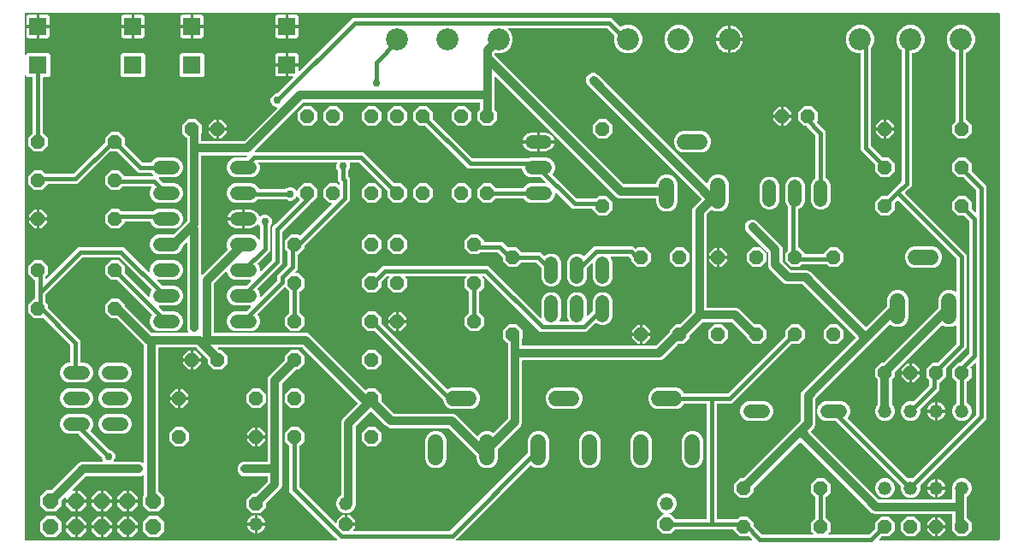
<source format=gbr>
G04 EAGLE Gerber RS-274X export*
G75*
%MOMM*%
%FSLAX34Y34*%
%LPD*%
%INTop Copper*%
%IPPOS*%
%AMOC8*
5,1,8,0,0,1.08239X$1,22.5*%
G01*
%ADD10P,1.429621X8X292.500000*%
%ADD11C,1.320800*%
%ADD12P,1.429621X8X22.500000*%
%ADD13P,1.429621X8X202.500000*%
%ADD14P,1.429621X8X112.500000*%
%ADD15C,1.320800*%
%ADD16C,1.524000*%
%ADD17C,2.184400*%
%ADD18R,1.800000X1.800000*%
%ADD19P,1.649562X8X22.500000*%
%ADD20C,0.406400*%
%ADD21C,0.756400*%
%ADD22C,0.812800*%

G36*
X320725Y11950D02*
X320725Y11950D01*
X320797Y11952D01*
X320846Y11970D01*
X320897Y11979D01*
X320961Y12012D01*
X321028Y12037D01*
X321069Y12069D01*
X321115Y12094D01*
X321164Y12146D01*
X321220Y12190D01*
X321248Y12234D01*
X321284Y12272D01*
X321314Y12337D01*
X321353Y12397D01*
X321366Y12448D01*
X321388Y12495D01*
X321396Y12566D01*
X321413Y12636D01*
X321409Y12688D01*
X321415Y12739D01*
X321399Y12810D01*
X321394Y12881D01*
X321374Y12929D01*
X321362Y12980D01*
X321326Y13041D01*
X321298Y13107D01*
X321253Y13163D01*
X321236Y13191D01*
X321219Y13206D01*
X321193Y13238D01*
X320057Y14374D01*
X274319Y60112D01*
X274319Y105414D01*
X274305Y105505D01*
X274297Y105595D01*
X274285Y105625D01*
X274280Y105657D01*
X274237Y105738D01*
X274201Y105822D01*
X274175Y105854D01*
X274164Y105875D01*
X274141Y105897D01*
X274096Y105953D01*
X269747Y110302D01*
X269747Y118298D01*
X275402Y123953D01*
X283398Y123953D01*
X289053Y118298D01*
X289053Y110302D01*
X284704Y105953D01*
X284651Y105879D01*
X284591Y105809D01*
X284579Y105779D01*
X284560Y105753D01*
X284533Y105666D01*
X284499Y105581D01*
X284495Y105540D01*
X284488Y105518D01*
X284489Y105486D01*
X284481Y105414D01*
X284481Y64636D01*
X284495Y64546D01*
X284503Y64455D01*
X284515Y64425D01*
X284520Y64393D01*
X284563Y64313D01*
X284599Y64229D01*
X284625Y64197D01*
X284636Y64176D01*
X284659Y64154D01*
X284704Y64098D01*
X319756Y29046D01*
X319814Y29004D01*
X319866Y28955D01*
X319913Y28933D01*
X319955Y28902D01*
X320024Y28881D01*
X320089Y28851D01*
X320141Y28845D01*
X320191Y28830D01*
X320262Y28832D01*
X320333Y28824D01*
X320384Y28835D01*
X320436Y28836D01*
X320504Y28861D01*
X320574Y28876D01*
X320619Y28903D01*
X320667Y28921D01*
X320723Y28966D01*
X320785Y29002D01*
X320819Y29042D01*
X320859Y29074D01*
X320898Y29135D01*
X320945Y29189D01*
X320964Y29238D01*
X320992Y29281D01*
X321010Y29351D01*
X321037Y29417D01*
X321045Y29489D01*
X321053Y29520D01*
X321051Y29543D01*
X321055Y29584D01*
X321055Y31728D01*
X326412Y37085D01*
X328677Y37085D01*
X328677Y28702D01*
X328680Y28682D01*
X328678Y28663D01*
X328700Y28561D01*
X328717Y28459D01*
X328726Y28442D01*
X328730Y28422D01*
X328783Y28333D01*
X328832Y28242D01*
X328846Y28228D01*
X328856Y28211D01*
X328935Y28144D01*
X329010Y28073D01*
X329028Y28064D01*
X329043Y28051D01*
X329139Y28013D01*
X329233Y27969D01*
X329253Y27967D01*
X329271Y27959D01*
X329438Y27941D01*
X330201Y27941D01*
X330201Y27178D01*
X330204Y27158D01*
X330202Y27139D01*
X330224Y27037D01*
X330241Y26935D01*
X330250Y26918D01*
X330254Y26898D01*
X330307Y26809D01*
X330356Y26718D01*
X330370Y26704D01*
X330380Y26687D01*
X330459Y26620D01*
X330534Y26549D01*
X330552Y26540D01*
X330567Y26527D01*
X330663Y26488D01*
X330757Y26445D01*
X330777Y26443D01*
X330795Y26435D01*
X330962Y26417D01*
X339345Y26417D01*
X339345Y24152D01*
X337829Y22636D01*
X337787Y22578D01*
X337738Y22526D01*
X337716Y22479D01*
X337685Y22437D01*
X337664Y22368D01*
X337634Y22303D01*
X337628Y22251D01*
X337613Y22201D01*
X337615Y22130D01*
X337607Y22059D01*
X337618Y22008D01*
X337619Y21956D01*
X337644Y21888D01*
X337659Y21818D01*
X337686Y21773D01*
X337704Y21725D01*
X337749Y21669D01*
X337785Y21607D01*
X337825Y21573D01*
X337857Y21533D01*
X337918Y21494D01*
X337972Y21447D01*
X338021Y21428D01*
X338064Y21400D01*
X338134Y21382D01*
X338200Y21355D01*
X338272Y21347D01*
X338303Y21339D01*
X338326Y21341D01*
X338367Y21337D01*
X432936Y21337D01*
X433026Y21351D01*
X433117Y21359D01*
X433147Y21371D01*
X433179Y21376D01*
X433260Y21419D01*
X433343Y21455D01*
X433376Y21481D01*
X433396Y21492D01*
X433418Y21515D01*
X433474Y21560D01*
X509808Y97894D01*
X509861Y97967D01*
X509921Y98037D01*
X509933Y98067D01*
X509952Y98093D01*
X509979Y98180D01*
X510013Y98265D01*
X510017Y98306D01*
X510024Y98328D01*
X510023Y98361D01*
X510031Y98432D01*
X510031Y111342D01*
X511655Y115263D01*
X514657Y118265D01*
X518578Y119889D01*
X522822Y119889D01*
X526743Y118265D01*
X529745Y115263D01*
X531369Y111342D01*
X531369Y91858D01*
X529745Y87937D01*
X526743Y84935D01*
X522822Y83311D01*
X518578Y83311D01*
X514657Y84935D01*
X513477Y86115D01*
X513461Y86127D01*
X513448Y86142D01*
X513361Y86198D01*
X513277Y86259D01*
X513258Y86265D01*
X513241Y86275D01*
X513141Y86301D01*
X513042Y86331D01*
X513022Y86331D01*
X513003Y86335D01*
X512900Y86327D01*
X512796Y86325D01*
X512777Y86318D01*
X512758Y86316D01*
X512663Y86276D01*
X512565Y86240D01*
X512550Y86228D01*
X512531Y86220D01*
X512400Y86115D01*
X439524Y13238D01*
X439482Y13180D01*
X439432Y13128D01*
X439410Y13081D01*
X439380Y13039D01*
X439359Y12970D01*
X439329Y12905D01*
X439323Y12853D01*
X439308Y12803D01*
X439309Y12732D01*
X439302Y12661D01*
X439313Y12610D01*
X439314Y12558D01*
X439339Y12490D01*
X439354Y12420D01*
X439381Y12376D01*
X439398Y12327D01*
X439443Y12271D01*
X439480Y12209D01*
X439520Y12175D01*
X439552Y12135D01*
X439612Y12096D01*
X439667Y12049D01*
X439715Y12030D01*
X439759Y12002D01*
X439829Y11984D01*
X439895Y11957D01*
X439966Y11949D01*
X439998Y11941D01*
X440021Y11943D01*
X440062Y11939D01*
X731538Y11939D01*
X731609Y11950D01*
X731681Y11952D01*
X731730Y11970D01*
X731781Y11979D01*
X731844Y12012D01*
X731912Y12037D01*
X731952Y12069D01*
X731998Y12094D01*
X732048Y12145D01*
X732104Y12190D01*
X732132Y12234D01*
X732168Y12272D01*
X732198Y12337D01*
X732237Y12397D01*
X732249Y12448D01*
X732271Y12495D01*
X732279Y12566D01*
X732297Y12636D01*
X732293Y12688D01*
X732298Y12739D01*
X732283Y12810D01*
X732278Y12881D01*
X732257Y12929D01*
X732246Y12980D01*
X732209Y13041D01*
X732181Y13107D01*
X732137Y13163D01*
X732120Y13191D01*
X732102Y13206D01*
X732076Y13238D01*
X729271Y16044D01*
X729255Y16055D01*
X729243Y16071D01*
X729155Y16127D01*
X729071Y16187D01*
X729052Y16193D01*
X729036Y16204D01*
X728935Y16229D01*
X728836Y16260D01*
X728816Y16259D01*
X728797Y16264D01*
X728694Y16256D01*
X728590Y16253D01*
X728572Y16246D01*
X728552Y16245D01*
X728457Y16204D01*
X728359Y16169D01*
X728344Y16156D01*
X728326Y16148D01*
X728195Y16044D01*
X727898Y15747D01*
X719902Y15747D01*
X714247Y21402D01*
X714247Y21658D01*
X714244Y21678D01*
X714246Y21697D01*
X714224Y21799D01*
X714208Y21901D01*
X714198Y21918D01*
X714194Y21938D01*
X714141Y22027D01*
X714092Y22118D01*
X714078Y22132D01*
X714068Y22149D01*
X713989Y22216D01*
X713914Y22288D01*
X713896Y22296D01*
X713881Y22309D01*
X713785Y22348D01*
X713691Y22391D01*
X713671Y22393D01*
X713653Y22401D01*
X713486Y22419D01*
X656146Y22419D01*
X656055Y22405D01*
X655965Y22397D01*
X655935Y22385D01*
X655903Y22380D01*
X655822Y22337D01*
X655738Y22301D01*
X655706Y22275D01*
X655685Y22264D01*
X655663Y22241D01*
X655607Y22196D01*
X651698Y18287D01*
X643702Y18287D01*
X638047Y23942D01*
X638047Y31938D01*
X643702Y37593D01*
X644402Y37593D01*
X644498Y37608D01*
X644595Y37618D01*
X644619Y37628D01*
X644645Y37632D01*
X644731Y37678D01*
X644820Y37718D01*
X644839Y37735D01*
X644862Y37748D01*
X644929Y37818D01*
X645001Y37884D01*
X645014Y37907D01*
X645032Y37926D01*
X645073Y38014D01*
X645120Y38100D01*
X645124Y38125D01*
X645135Y38149D01*
X645146Y38246D01*
X645163Y38342D01*
X645160Y38368D01*
X645162Y38393D01*
X645142Y38489D01*
X645128Y38585D01*
X645116Y38608D01*
X645110Y38634D01*
X645060Y38717D01*
X645016Y38804D01*
X644997Y38823D01*
X644984Y38845D01*
X644910Y38908D01*
X644841Y38976D01*
X644812Y38992D01*
X644797Y39005D01*
X644766Y39017D01*
X644694Y39057D01*
X642232Y40077D01*
X639517Y42792D01*
X638047Y46340D01*
X638047Y50180D01*
X639517Y53728D01*
X642232Y56443D01*
X645780Y57913D01*
X649620Y57913D01*
X653168Y56443D01*
X655883Y53728D01*
X657353Y50180D01*
X657353Y46340D01*
X655883Y42792D01*
X653168Y40077D01*
X650706Y39057D01*
X650623Y39006D01*
X650538Y38960D01*
X650520Y38942D01*
X650497Y38928D01*
X650435Y38852D01*
X650368Y38782D01*
X650357Y38758D01*
X650341Y38738D01*
X650306Y38647D01*
X650265Y38559D01*
X650262Y38533D01*
X650252Y38509D01*
X650248Y38411D01*
X650238Y38315D01*
X650243Y38289D01*
X650242Y38263D01*
X650269Y38169D01*
X650290Y38074D01*
X650303Y38052D01*
X650310Y38027D01*
X650366Y37947D01*
X650416Y37863D01*
X650436Y37846D01*
X650451Y37825D01*
X650529Y37766D01*
X650603Y37703D01*
X650627Y37693D01*
X650648Y37678D01*
X650741Y37648D01*
X650831Y37611D01*
X650863Y37608D01*
X650882Y37602D01*
X650915Y37602D01*
X650998Y37593D01*
X651698Y37593D01*
X656487Y32804D01*
X656561Y32751D01*
X656631Y32691D01*
X656661Y32679D01*
X656687Y32660D01*
X656774Y32633D01*
X656859Y32599D01*
X656900Y32595D01*
X656922Y32588D01*
X656954Y32589D01*
X657026Y32581D01*
X686658Y32581D01*
X686678Y32584D01*
X686697Y32582D01*
X686799Y32604D01*
X686901Y32620D01*
X686918Y32630D01*
X686938Y32634D01*
X687027Y32687D01*
X687118Y32736D01*
X687132Y32750D01*
X687149Y32760D01*
X687216Y32839D01*
X687288Y32914D01*
X687296Y32932D01*
X687309Y32947D01*
X687348Y33043D01*
X687391Y33137D01*
X687393Y33157D01*
X687401Y33175D01*
X687419Y33342D01*
X687419Y146658D01*
X687416Y146678D01*
X687418Y146697D01*
X687396Y146799D01*
X687380Y146901D01*
X687370Y146918D01*
X687366Y146938D01*
X687313Y147027D01*
X687264Y147118D01*
X687250Y147132D01*
X687240Y147149D01*
X687161Y147216D01*
X687086Y147288D01*
X687068Y147296D01*
X687053Y147309D01*
X686957Y147348D01*
X686863Y147391D01*
X686843Y147393D01*
X686825Y147401D01*
X686658Y147419D01*
X665313Y147419D01*
X665199Y147400D01*
X665082Y147383D01*
X665077Y147381D01*
X665071Y147380D01*
X664968Y147325D01*
X664863Y147272D01*
X664859Y147267D01*
X664853Y147264D01*
X664773Y147180D01*
X664691Y147096D01*
X664687Y147090D01*
X664684Y147086D01*
X664676Y147069D01*
X664610Y146949D01*
X664365Y146357D01*
X661363Y143355D01*
X657442Y141731D01*
X637958Y141731D01*
X634037Y143355D01*
X631035Y146357D01*
X629411Y150278D01*
X629411Y154522D01*
X631035Y158443D01*
X634037Y161445D01*
X637958Y163069D01*
X657442Y163069D01*
X661363Y161445D01*
X664365Y158443D01*
X664527Y158051D01*
X664589Y157951D01*
X664649Y157851D01*
X664653Y157847D01*
X664657Y157842D01*
X664747Y157767D01*
X664836Y157691D01*
X664841Y157689D01*
X664846Y157685D01*
X664955Y157643D01*
X665064Y157599D01*
X665071Y157598D01*
X665076Y157597D01*
X665094Y157596D01*
X665230Y157581D01*
X707580Y157581D01*
X707670Y157595D01*
X707761Y157603D01*
X707791Y157615D01*
X707823Y157620D01*
X707904Y157663D01*
X707987Y157699D01*
X708020Y157725D01*
X708040Y157736D01*
X708062Y157759D01*
X708118Y157804D01*
X764824Y214510D01*
X764877Y214583D01*
X764937Y214653D01*
X764949Y214683D01*
X764968Y214709D01*
X764995Y214796D01*
X765029Y214881D01*
X765033Y214922D01*
X765040Y214944D01*
X765039Y214977D01*
X765047Y215048D01*
X765047Y219898D01*
X770702Y225553D01*
X778698Y225553D01*
X784353Y219898D01*
X784353Y211902D01*
X778698Y206247D01*
X771248Y206247D01*
X771158Y206233D01*
X771067Y206225D01*
X771037Y206213D01*
X771005Y206208D01*
X770924Y206165D01*
X770841Y206129D01*
X770808Y206103D01*
X770788Y206092D01*
X770766Y206069D01*
X770710Y206024D01*
X712105Y147419D01*
X698342Y147419D01*
X698322Y147416D01*
X698303Y147418D01*
X698201Y147396D01*
X698099Y147380D01*
X698082Y147370D01*
X698062Y147366D01*
X697973Y147313D01*
X697882Y147264D01*
X697868Y147250D01*
X697851Y147240D01*
X697784Y147161D01*
X697712Y147086D01*
X697704Y147068D01*
X697691Y147053D01*
X697652Y146957D01*
X697609Y146863D01*
X697607Y146843D01*
X697599Y146825D01*
X697581Y146658D01*
X697581Y33342D01*
X697584Y33322D01*
X697582Y33303D01*
X697604Y33201D01*
X697620Y33099D01*
X697630Y33082D01*
X697634Y33062D01*
X697687Y32973D01*
X697736Y32882D01*
X697750Y32868D01*
X697760Y32851D01*
X697839Y32784D01*
X697914Y32712D01*
X697932Y32704D01*
X697947Y32691D01*
X698043Y32652D01*
X698137Y32609D01*
X698157Y32607D01*
X698175Y32599D01*
X698342Y32581D01*
X717114Y32581D01*
X717205Y32595D01*
X717295Y32603D01*
X717325Y32615D01*
X717357Y32620D01*
X717438Y32663D01*
X717522Y32699D01*
X717554Y32725D01*
X717575Y32736D01*
X717597Y32759D01*
X717653Y32804D01*
X719902Y35053D01*
X727898Y35053D01*
X733553Y29398D01*
X733553Y26448D01*
X733567Y26358D01*
X733575Y26267D01*
X733587Y26237D01*
X733592Y26205D01*
X733635Y26124D01*
X733671Y26041D01*
X733697Y26008D01*
X733708Y25988D01*
X733731Y25966D01*
X733776Y25910D01*
X741882Y17804D01*
X741955Y17751D01*
X742025Y17691D01*
X742055Y17679D01*
X742081Y17660D01*
X742168Y17633D01*
X742253Y17599D01*
X742294Y17595D01*
X742316Y17588D01*
X742349Y17589D01*
X742420Y17581D01*
X792430Y17581D01*
X792501Y17592D01*
X792573Y17594D01*
X792622Y17612D01*
X792673Y17620D01*
X792737Y17654D01*
X792804Y17679D01*
X792845Y17711D01*
X792891Y17736D01*
X792940Y17788D01*
X792996Y17832D01*
X793024Y17876D01*
X793060Y17914D01*
X793090Y17979D01*
X793129Y18039D01*
X793142Y18090D01*
X793164Y18137D01*
X793171Y18208D01*
X793189Y18278D01*
X793185Y18330D01*
X793191Y18381D01*
X793175Y18452D01*
X793170Y18523D01*
X793150Y18571D01*
X793138Y18622D01*
X793102Y18683D01*
X793074Y18749D01*
X793029Y18805D01*
X793012Y18833D01*
X792994Y18848D01*
X792969Y18880D01*
X790447Y21402D01*
X790447Y29398D01*
X794796Y33747D01*
X794849Y33821D01*
X794909Y33891D01*
X794921Y33921D01*
X794940Y33947D01*
X794967Y34034D01*
X795001Y34119D01*
X795005Y34160D01*
X795012Y34182D01*
X795011Y34214D01*
X795019Y34286D01*
X795019Y54614D01*
X795005Y54704D01*
X794997Y54795D01*
X794985Y54825D01*
X794980Y54857D01*
X794937Y54938D01*
X794901Y55022D01*
X794875Y55054D01*
X794864Y55075D01*
X794841Y55097D01*
X794796Y55153D01*
X790447Y59502D01*
X790447Y67498D01*
X796102Y73153D01*
X804098Y73153D01*
X809753Y67498D01*
X809753Y59502D01*
X805404Y55153D01*
X805351Y55079D01*
X805291Y55009D01*
X805279Y54979D01*
X805260Y54953D01*
X805233Y54866D01*
X805199Y54781D01*
X805195Y54740D01*
X805188Y54718D01*
X805189Y54686D01*
X805181Y54614D01*
X805181Y34286D01*
X805195Y34196D01*
X805203Y34105D01*
X805215Y34075D01*
X805220Y34043D01*
X805263Y33962D01*
X805299Y33878D01*
X805325Y33846D01*
X805336Y33825D01*
X805359Y33803D01*
X805404Y33747D01*
X809753Y29398D01*
X809753Y21402D01*
X807231Y18880D01*
X807189Y18822D01*
X807140Y18770D01*
X807118Y18723D01*
X807088Y18681D01*
X807067Y18612D01*
X807036Y18547D01*
X807031Y18495D01*
X807015Y18445D01*
X807017Y18374D01*
X807009Y18303D01*
X807020Y18252D01*
X807022Y18200D01*
X807046Y18132D01*
X807062Y18062D01*
X807088Y18017D01*
X807106Y17969D01*
X807151Y17913D01*
X807188Y17851D01*
X807227Y17817D01*
X807260Y17777D01*
X807320Y17738D01*
X807375Y17691D01*
X807423Y17672D01*
X807467Y17644D01*
X807536Y17626D01*
X807603Y17599D01*
X807674Y17591D01*
X807705Y17583D01*
X807729Y17585D01*
X807770Y17581D01*
X847580Y17581D01*
X847670Y17595D01*
X847761Y17603D01*
X847791Y17615D01*
X847823Y17620D01*
X847904Y17663D01*
X847987Y17699D01*
X848020Y17725D01*
X848040Y17736D01*
X848062Y17759D01*
X848118Y17804D01*
X853724Y23410D01*
X853777Y23483D01*
X853837Y23553D01*
X853849Y23583D01*
X853868Y23609D01*
X853895Y23696D01*
X853929Y23781D01*
X853933Y23822D01*
X853940Y23844D01*
X853939Y23877D01*
X853947Y23948D01*
X853947Y29398D01*
X859602Y35053D01*
X867598Y35053D01*
X873253Y29398D01*
X873253Y21402D01*
X867598Y15747D01*
X860748Y15747D01*
X860658Y15733D01*
X860567Y15725D01*
X860537Y15713D01*
X860505Y15708D01*
X860425Y15665D01*
X860341Y15629D01*
X860308Y15603D01*
X860288Y15592D01*
X860286Y15590D01*
X860285Y15590D01*
X860265Y15569D01*
X860210Y15524D01*
X857924Y13238D01*
X857882Y13180D01*
X857832Y13128D01*
X857810Y13081D01*
X857780Y13039D01*
X857759Y12970D01*
X857729Y12905D01*
X857723Y12853D01*
X857708Y12803D01*
X857709Y12732D01*
X857702Y12661D01*
X857713Y12610D01*
X857714Y12558D01*
X857739Y12490D01*
X857754Y12420D01*
X857781Y12376D01*
X857798Y12327D01*
X857843Y12271D01*
X857880Y12209D01*
X857920Y12175D01*
X857952Y12135D01*
X858012Y12096D01*
X858067Y12049D01*
X858115Y12030D01*
X858159Y12002D01*
X858229Y11984D01*
X858295Y11957D01*
X858366Y11949D01*
X858398Y11941D01*
X858421Y11943D01*
X858462Y11939D01*
X976378Y11939D01*
X976398Y11942D01*
X976417Y11940D01*
X976519Y11962D01*
X976621Y11979D01*
X976638Y11988D01*
X976658Y11992D01*
X976747Y12045D01*
X976838Y12094D01*
X976852Y12108D01*
X976869Y12118D01*
X976936Y12197D01*
X977008Y12272D01*
X977016Y12290D01*
X977029Y12305D01*
X977068Y12401D01*
X977111Y12495D01*
X977113Y12515D01*
X977121Y12533D01*
X977139Y12700D01*
X977139Y533400D01*
X977136Y533418D01*
X977138Y533434D01*
X977138Y533436D01*
X977138Y533439D01*
X977116Y533541D01*
X977100Y533643D01*
X977090Y533660D01*
X977086Y533680D01*
X977033Y533769D01*
X976984Y533860D01*
X976970Y533874D01*
X976960Y533891D01*
X976881Y533958D01*
X976806Y534030D01*
X976788Y534038D01*
X976773Y534051D01*
X976677Y534090D01*
X976583Y534133D01*
X976563Y534135D01*
X976545Y534143D01*
X976378Y534161D01*
X12700Y534161D01*
X12680Y534158D01*
X12661Y534160D01*
X12559Y534138D01*
X12457Y534122D01*
X12440Y534112D01*
X12420Y534108D01*
X12331Y534055D01*
X12240Y534006D01*
X12226Y533992D01*
X12209Y533982D01*
X12142Y533903D01*
X12071Y533828D01*
X12062Y533810D01*
X12049Y533795D01*
X12010Y533699D01*
X11967Y533605D01*
X11965Y533585D01*
X11957Y533567D01*
X11939Y533400D01*
X11939Y493388D01*
X11950Y493317D01*
X11952Y493246D01*
X11970Y493197D01*
X11979Y493145D01*
X12012Y493082D01*
X12037Y493015D01*
X12069Y492974D01*
X12094Y492928D01*
X12146Y492879D01*
X12190Y492823D01*
X12234Y492794D01*
X12272Y492759D01*
X12337Y492728D01*
X12397Y492690D01*
X12448Y492677D01*
X12495Y492655D01*
X12566Y492647D01*
X12636Y492630D01*
X12688Y492634D01*
X12739Y492628D01*
X12810Y492643D01*
X12881Y492649D01*
X12929Y492669D01*
X12980Y492680D01*
X13041Y492717D01*
X13107Y492745D01*
X13163Y492790D01*
X13191Y492806D01*
X13206Y492824D01*
X13238Y492850D01*
X15137Y494749D01*
X35663Y494749D01*
X37449Y492963D01*
X37449Y472437D01*
X35663Y470651D01*
X31242Y470651D01*
X31222Y470648D01*
X31203Y470650D01*
X31101Y470628D01*
X30999Y470612D01*
X30982Y470602D01*
X30962Y470598D01*
X30873Y470545D01*
X30782Y470496D01*
X30768Y470482D01*
X30751Y470472D01*
X30684Y470393D01*
X30612Y470318D01*
X30604Y470300D01*
X30591Y470285D01*
X30552Y470189D01*
X30509Y470095D01*
X30507Y470075D01*
X30499Y470057D01*
X30481Y469890D01*
X30481Y415286D01*
X30495Y415196D01*
X30503Y415105D01*
X30515Y415075D01*
X30520Y415043D01*
X30563Y414962D01*
X30599Y414878D01*
X30625Y414846D01*
X30636Y414825D01*
X30659Y414803D01*
X30704Y414747D01*
X35053Y410398D01*
X35053Y402402D01*
X29398Y396747D01*
X21402Y396747D01*
X15747Y402402D01*
X15747Y410398D01*
X20096Y414747D01*
X20149Y414821D01*
X20209Y414891D01*
X20221Y414921D01*
X20240Y414947D01*
X20267Y415034D01*
X20301Y415119D01*
X20305Y415160D01*
X20312Y415182D01*
X20311Y415214D01*
X20319Y415286D01*
X20319Y469890D01*
X20316Y469910D01*
X20318Y469929D01*
X20296Y470031D01*
X20280Y470133D01*
X20270Y470150D01*
X20266Y470170D01*
X20213Y470259D01*
X20164Y470350D01*
X20150Y470364D01*
X20140Y470381D01*
X20061Y470448D01*
X19986Y470520D01*
X19968Y470528D01*
X19953Y470541D01*
X19857Y470580D01*
X19763Y470623D01*
X19743Y470625D01*
X19725Y470633D01*
X19558Y470651D01*
X15137Y470651D01*
X13238Y472550D01*
X13180Y472592D01*
X13128Y472641D01*
X13081Y472663D01*
X13039Y472694D01*
X12970Y472715D01*
X12905Y472745D01*
X12853Y472751D01*
X12803Y472766D01*
X12732Y472764D01*
X12661Y472772D01*
X12610Y472761D01*
X12558Y472760D01*
X12490Y472735D01*
X12420Y472720D01*
X12376Y472693D01*
X12327Y472675D01*
X12271Y472630D01*
X12209Y472594D01*
X12175Y472554D01*
X12135Y472522D01*
X12096Y472461D01*
X12049Y472407D01*
X12030Y472358D01*
X12002Y472315D01*
X11984Y472245D01*
X11957Y472179D01*
X11949Y472107D01*
X11941Y472076D01*
X11943Y472053D01*
X11939Y472012D01*
X11939Y12700D01*
X11942Y12680D01*
X11940Y12661D01*
X11962Y12559D01*
X11979Y12457D01*
X11988Y12440D01*
X11992Y12420D01*
X12045Y12331D01*
X12094Y12240D01*
X12108Y12226D01*
X12118Y12209D01*
X12197Y12142D01*
X12272Y12071D01*
X12290Y12062D01*
X12305Y12049D01*
X12401Y12010D01*
X12495Y11967D01*
X12515Y11965D01*
X12533Y11957D01*
X12700Y11939D01*
X320655Y11939D01*
X320725Y11950D01*
G37*
%LPC*%
G36*
X328280Y38607D02*
X328280Y38607D01*
X324732Y40077D01*
X322017Y42792D01*
X320547Y46340D01*
X320547Y50180D01*
X322017Y53728D01*
X324732Y56443D01*
X324917Y56520D01*
X325016Y56581D01*
X325117Y56641D01*
X325121Y56646D01*
X325126Y56649D01*
X325201Y56739D01*
X325277Y56828D01*
X325279Y56834D01*
X325283Y56839D01*
X325325Y56947D01*
X325369Y57056D01*
X325370Y57064D01*
X325371Y57069D01*
X325372Y57087D01*
X325387Y57223D01*
X325387Y128915D01*
X326470Y131529D01*
X328578Y133637D01*
X341903Y146962D01*
X341914Y146978D01*
X341930Y146990D01*
X341986Y147078D01*
X342046Y147161D01*
X342052Y147180D01*
X342063Y147197D01*
X342088Y147298D01*
X342119Y147397D01*
X342118Y147416D01*
X342123Y147436D01*
X342115Y147539D01*
X342112Y147642D01*
X342105Y147661D01*
X342104Y147681D01*
X342064Y147776D01*
X342028Y147873D01*
X342015Y147889D01*
X342008Y147907D01*
X341903Y148038D01*
X287277Y202664D01*
X287203Y202717D01*
X287133Y202777D01*
X287103Y202789D01*
X287077Y202808D01*
X286990Y202835D01*
X286905Y202869D01*
X286864Y202873D01*
X286842Y202880D01*
X286810Y202879D01*
X286738Y202887D01*
X204009Y202887D01*
X203939Y202876D01*
X203867Y202874D01*
X203818Y202856D01*
X203767Y202848D01*
X203703Y202814D01*
X203636Y202789D01*
X203595Y202757D01*
X203549Y202732D01*
X203500Y202680D01*
X203444Y202636D01*
X203416Y202592D01*
X203380Y202554D01*
X203350Y202489D01*
X203311Y202429D01*
X203298Y202378D01*
X203276Y202331D01*
X203268Y202260D01*
X203251Y202190D01*
X203255Y202138D01*
X203249Y202087D01*
X203264Y202016D01*
X203270Y201945D01*
X203290Y201897D01*
X203301Y201846D01*
X203338Y201785D01*
X203366Y201719D01*
X203411Y201663D01*
X203428Y201635D01*
X203445Y201620D01*
X203471Y201588D01*
X204683Y200376D01*
X204757Y200323D01*
X204827Y200263D01*
X204857Y200251D01*
X204883Y200232D01*
X204970Y200205D01*
X205055Y200171D01*
X205096Y200167D01*
X205118Y200160D01*
X205150Y200161D01*
X205222Y200153D01*
X207198Y200153D01*
X212853Y194498D01*
X212853Y186502D01*
X207198Y180847D01*
X199202Y180847D01*
X193547Y186502D01*
X193547Y191078D01*
X193533Y191169D01*
X193525Y191259D01*
X193513Y191289D01*
X193508Y191321D01*
X193465Y191402D01*
X193429Y191486D01*
X193403Y191518D01*
X193392Y191539D01*
X193369Y191561D01*
X193324Y191617D01*
X182277Y202664D01*
X182203Y202717D01*
X182133Y202777D01*
X182103Y202789D01*
X182077Y202808D01*
X181990Y202835D01*
X181905Y202869D01*
X181864Y202873D01*
X181842Y202880D01*
X181810Y202879D01*
X181738Y202887D01*
X145374Y202887D01*
X145354Y202884D01*
X145335Y202886D01*
X145233Y202864D01*
X145131Y202848D01*
X145114Y202838D01*
X145094Y202834D01*
X145005Y202781D01*
X144914Y202732D01*
X144900Y202718D01*
X144883Y202708D01*
X144816Y202629D01*
X144744Y202554D01*
X144736Y202536D01*
X144723Y202521D01*
X144684Y202425D01*
X144641Y202331D01*
X144639Y202311D01*
X144631Y202293D01*
X144613Y202126D01*
X144613Y61290D01*
X144627Y61200D01*
X144635Y61109D01*
X144647Y61080D01*
X144652Y61048D01*
X144695Y60967D01*
X144731Y60883D01*
X144757Y60851D01*
X144768Y60830D01*
X144791Y60808D01*
X144836Y60752D01*
X150369Y55219D01*
X150369Y46381D01*
X144119Y40131D01*
X135281Y40131D01*
X129031Y46381D01*
X129031Y55219D01*
X130164Y56352D01*
X130212Y56419D01*
X130218Y56424D01*
X130219Y56428D01*
X130277Y56496D01*
X130289Y56526D01*
X130308Y56552D01*
X130335Y56639D01*
X130369Y56724D01*
X130373Y56765D01*
X130380Y56787D01*
X130379Y56819D01*
X130387Y56890D01*
X130387Y75991D01*
X130376Y76061D01*
X130374Y76133D01*
X130356Y76182D01*
X130348Y76233D01*
X130314Y76297D01*
X130289Y76364D01*
X130257Y76405D01*
X130232Y76451D01*
X130180Y76500D01*
X130136Y76556D01*
X130092Y76584D01*
X130054Y76620D01*
X129989Y76650D01*
X129929Y76689D01*
X129878Y76702D01*
X129831Y76724D01*
X129760Y76732D01*
X129690Y76749D01*
X129638Y76745D01*
X129587Y76751D01*
X129516Y76736D01*
X129445Y76730D01*
X129397Y76710D01*
X129346Y76699D01*
X129285Y76662D01*
X129219Y76634D01*
X129163Y76589D01*
X129135Y76572D01*
X129120Y76555D01*
X129088Y76529D01*
X129029Y76470D01*
X126415Y75387D01*
X73262Y75387D01*
X73171Y75373D01*
X73081Y75365D01*
X73051Y75353D01*
X73019Y75348D01*
X72938Y75305D01*
X72854Y75269D01*
X72822Y75243D01*
X72801Y75232D01*
X72779Y75209D01*
X72723Y75164D01*
X59819Y62260D01*
X59777Y62202D01*
X59728Y62150D01*
X59706Y62103D01*
X59676Y62061D01*
X59655Y61992D01*
X59624Y61927D01*
X59619Y61875D01*
X59603Y61825D01*
X59605Y61754D01*
X59597Y61683D01*
X59608Y61632D01*
X59610Y61580D01*
X59634Y61512D01*
X59649Y61442D01*
X59676Y61397D01*
X59694Y61349D01*
X59739Y61293D01*
X59776Y61231D01*
X59815Y61197D01*
X59848Y61157D01*
X59908Y61118D01*
X59963Y61071D01*
X60011Y61052D01*
X60055Y61024D01*
X60124Y61006D01*
X60191Y60979D01*
X60262Y60971D01*
X60293Y60963D01*
X60317Y60965D01*
X60357Y60961D01*
X61977Y60961D01*
X61977Y52323D01*
X53339Y52323D01*
X53339Y53943D01*
X53328Y54013D01*
X53326Y54085D01*
X53308Y54134D01*
X53300Y54185D01*
X53266Y54249D01*
X53241Y54316D01*
X53209Y54357D01*
X53184Y54403D01*
X53132Y54452D01*
X53088Y54508D01*
X53044Y54536D01*
X53006Y54572D01*
X52941Y54602D01*
X52881Y54641D01*
X52830Y54654D01*
X52783Y54676D01*
X52712Y54684D01*
X52642Y54701D01*
X52590Y54697D01*
X52539Y54703D01*
X52468Y54687D01*
X52397Y54682D01*
X52349Y54662D01*
X52298Y54650D01*
X52237Y54614D01*
X52171Y54586D01*
X52115Y54541D01*
X52087Y54524D01*
X52072Y54507D01*
X52040Y54481D01*
X48992Y51433D01*
X48939Y51359D01*
X48879Y51289D01*
X48867Y51259D01*
X48848Y51233D01*
X48821Y51146D01*
X48787Y51061D01*
X48783Y51020D01*
X48776Y50998D01*
X48777Y50966D01*
X48769Y50894D01*
X48769Y46381D01*
X42519Y40131D01*
X33681Y40131D01*
X27431Y46381D01*
X27431Y55219D01*
X33681Y61469D01*
X38594Y61469D01*
X38685Y61483D01*
X38775Y61491D01*
X38805Y61503D01*
X38837Y61508D01*
X38918Y61551D01*
X39002Y61587D01*
X39034Y61613D01*
X39055Y61624D01*
X39077Y61647D01*
X39133Y61692D01*
X65971Y88530D01*
X68585Y89613D01*
X88889Y89613D01*
X88960Y89624D01*
X89032Y89626D01*
X89081Y89644D01*
X89132Y89652D01*
X89195Y89686D01*
X89263Y89711D01*
X89304Y89743D01*
X89349Y89768D01*
X89399Y89819D01*
X89455Y89864D01*
X89483Y89908D01*
X89519Y89946D01*
X89549Y90011D01*
X89588Y90071D01*
X89601Y90122D01*
X89622Y90169D01*
X89630Y90240D01*
X89648Y90310D01*
X89644Y90362D01*
X89650Y90413D01*
X89634Y90484D01*
X89629Y90555D01*
X89608Y90603D01*
X89597Y90654D01*
X89561Y90715D01*
X89532Y90781D01*
X89488Y90837D01*
X89471Y90865D01*
X89453Y90880D01*
X89428Y90912D01*
X89209Y91131D01*
X88169Y93641D01*
X88169Y94330D01*
X88155Y94420D01*
X88147Y94511D01*
X88135Y94541D01*
X88130Y94573D01*
X88087Y94654D01*
X88051Y94737D01*
X88025Y94770D01*
X88014Y94790D01*
X87991Y94812D01*
X87946Y94868D01*
X65690Y117124D01*
X65617Y117177D01*
X65547Y117237D01*
X65517Y117249D01*
X65491Y117268D01*
X65404Y117295D01*
X65319Y117329D01*
X65278Y117333D01*
X65256Y117340D01*
X65223Y117339D01*
X65152Y117347D01*
X54976Y117347D01*
X51428Y118817D01*
X48713Y121532D01*
X47243Y125080D01*
X47243Y128920D01*
X48713Y132468D01*
X51428Y135183D01*
X54976Y136653D01*
X72024Y136653D01*
X75572Y135183D01*
X78287Y132468D01*
X79757Y128920D01*
X79757Y125080D01*
X78287Y121532D01*
X77508Y120753D01*
X77497Y120737D01*
X77481Y120725D01*
X77425Y120638D01*
X77365Y120554D01*
X77359Y120535D01*
X77348Y120518D01*
X77323Y120417D01*
X77292Y120319D01*
X77293Y120299D01*
X77288Y120279D01*
X77296Y120176D01*
X77299Y120073D01*
X77306Y120054D01*
X77307Y120034D01*
X77348Y119939D01*
X77383Y119842D01*
X77396Y119826D01*
X77404Y119808D01*
X77508Y119677D01*
X95132Y102054D01*
X95205Y102001D01*
X95275Y101941D01*
X95305Y101929D01*
X95331Y101910D01*
X95418Y101883D01*
X95503Y101849D01*
X95544Y101845D01*
X95566Y101838D01*
X95599Y101839D01*
X95670Y101831D01*
X96359Y101831D01*
X98869Y100791D01*
X100791Y98869D01*
X101831Y96359D01*
X101831Y93641D01*
X100791Y91131D01*
X100572Y90912D01*
X100531Y90854D01*
X100481Y90802D01*
X100459Y90755D01*
X100429Y90713D01*
X100408Y90644D01*
X100378Y90579D01*
X100372Y90527D01*
X100356Y90477D01*
X100358Y90406D01*
X100350Y90335D01*
X100361Y90284D01*
X100363Y90232D01*
X100387Y90164D01*
X100403Y90094D01*
X100429Y90049D01*
X100447Y90001D01*
X100492Y89945D01*
X100529Y89883D01*
X100568Y89849D01*
X100601Y89809D01*
X100661Y89770D01*
X100716Y89723D01*
X100764Y89704D01*
X100808Y89676D01*
X100877Y89658D01*
X100944Y89631D01*
X101015Y89623D01*
X101046Y89615D01*
X101070Y89617D01*
X101111Y89613D01*
X126415Y89613D01*
X129029Y88530D01*
X129088Y88471D01*
X129146Y88429D01*
X129198Y88380D01*
X129245Y88358D01*
X129287Y88328D01*
X129356Y88307D01*
X129421Y88276D01*
X129473Y88271D01*
X129522Y88255D01*
X129594Y88257D01*
X129665Y88249D01*
X129716Y88260D01*
X129768Y88262D01*
X129836Y88286D01*
X129906Y88301D01*
X129951Y88328D01*
X129999Y88346D01*
X130055Y88391D01*
X130117Y88428D01*
X130151Y88467D01*
X130191Y88500D01*
X130230Y88560D01*
X130277Y88615D01*
X130296Y88663D01*
X130324Y88707D01*
X130342Y88776D01*
X130369Y88843D01*
X130377Y88914D01*
X130385Y88945D01*
X130383Y88969D01*
X130387Y89009D01*
X130387Y204238D01*
X130373Y204329D01*
X130365Y204419D01*
X130353Y204449D01*
X130348Y204481D01*
X130305Y204562D01*
X130269Y204646D01*
X130243Y204678D01*
X130232Y204699D01*
X130209Y204721D01*
X130164Y204777D01*
X128863Y206078D01*
X103517Y231424D01*
X103443Y231477D01*
X103373Y231537D01*
X103343Y231549D01*
X103317Y231568D01*
X103230Y231595D01*
X103145Y231629D01*
X103104Y231633D01*
X103082Y231640D01*
X103050Y231639D01*
X102979Y231647D01*
X97602Y231647D01*
X91947Y237302D01*
X91947Y245298D01*
X97602Y250953D01*
X105598Y250953D01*
X111253Y245298D01*
X111253Y244121D01*
X111257Y244096D01*
X111255Y244081D01*
X111268Y244020D01*
X111275Y243940D01*
X111287Y243911D01*
X111292Y243879D01*
X111304Y243858D01*
X111307Y243840D01*
X111341Y243783D01*
X111371Y243714D01*
X111397Y243682D01*
X111408Y243661D01*
X111423Y243646D01*
X111434Y243629D01*
X111451Y243615D01*
X111476Y243583D01*
X137723Y217336D01*
X137797Y217283D01*
X137867Y217223D01*
X137897Y217211D01*
X137923Y217192D01*
X138010Y217165D01*
X138095Y217131D01*
X138136Y217127D01*
X138158Y217120D01*
X138190Y217121D01*
X138261Y217113D01*
X173491Y217113D01*
X173561Y217124D01*
X173633Y217126D01*
X173682Y217144D01*
X173733Y217152D01*
X173797Y217186D01*
X173864Y217211D01*
X173905Y217243D01*
X173951Y217268D01*
X174000Y217320D01*
X174056Y217364D01*
X174084Y217408D01*
X174120Y217446D01*
X174150Y217511D01*
X174189Y217571D01*
X174202Y217622D01*
X174224Y217669D01*
X174232Y217740D01*
X174249Y217810D01*
X174245Y217862D01*
X174251Y217913D01*
X174236Y217984D01*
X174230Y218055D01*
X174210Y218103D01*
X174199Y218154D01*
X174162Y218215D01*
X174134Y218281D01*
X174089Y218337D01*
X174072Y218365D01*
X174055Y218380D01*
X174029Y218412D01*
X173970Y218471D01*
X172887Y221085D01*
X172887Y305991D01*
X172876Y306061D01*
X172874Y306133D01*
X172856Y306182D01*
X172848Y306233D01*
X172814Y306297D01*
X172789Y306364D01*
X172757Y306405D01*
X172732Y306451D01*
X172680Y306500D01*
X172636Y306556D01*
X172592Y306584D01*
X172554Y306620D01*
X172489Y306650D01*
X172429Y306689D01*
X172378Y306702D01*
X172331Y306724D01*
X172260Y306732D01*
X172190Y306749D01*
X172138Y306745D01*
X172087Y306751D01*
X172016Y306736D01*
X171945Y306730D01*
X171897Y306710D01*
X171846Y306699D01*
X171785Y306662D01*
X171719Y306634D01*
X171663Y306589D01*
X171635Y306572D01*
X171620Y306555D01*
X171588Y306529D01*
X168880Y303821D01*
X168827Y303747D01*
X168767Y303677D01*
X168755Y303647D01*
X168736Y303621D01*
X168709Y303534D01*
X168675Y303449D01*
X168671Y303408D01*
X168664Y303386D01*
X168665Y303354D01*
X168657Y303282D01*
X168657Y302880D01*
X167187Y299332D01*
X164472Y296617D01*
X160924Y295147D01*
X143876Y295147D01*
X140328Y296617D01*
X137613Y299332D01*
X136143Y302880D01*
X136143Y306720D01*
X137613Y310268D01*
X140328Y312983D01*
X143876Y314453D01*
X159078Y314453D01*
X159169Y314467D01*
X159259Y314475D01*
X159289Y314487D01*
X159321Y314492D01*
X159402Y314535D01*
X159486Y314571D01*
X159518Y314597D01*
X159539Y314608D01*
X159561Y314631D01*
X159617Y314676D01*
X171363Y326422D01*
X172664Y327723D01*
X172717Y327797D01*
X172777Y327867D01*
X172789Y327897D01*
X172808Y327923D01*
X172835Y328010D01*
X172869Y328095D01*
X172873Y328136D01*
X172880Y328158D01*
X172879Y328190D01*
X172887Y328262D01*
X172887Y410046D01*
X172873Y410136D01*
X172865Y410227D01*
X172853Y410257D01*
X172848Y410289D01*
X172805Y410370D01*
X172769Y410454D01*
X172743Y410486D01*
X172732Y410507D01*
X172709Y410529D01*
X172683Y410562D01*
X172682Y410563D01*
X172680Y410565D01*
X172664Y410585D01*
X168147Y415102D01*
X168147Y423098D01*
X173802Y428753D01*
X181798Y428753D01*
X187453Y423098D01*
X187453Y415102D01*
X187336Y414985D01*
X187283Y414911D01*
X187223Y414841D01*
X187211Y414811D01*
X187192Y414785D01*
X187165Y414698D01*
X187131Y414613D01*
X187127Y414572D01*
X187120Y414550D01*
X187121Y414518D01*
X187113Y414446D01*
X187113Y407874D01*
X187116Y407854D01*
X187114Y407835D01*
X187136Y407733D01*
X187152Y407631D01*
X187162Y407614D01*
X187166Y407594D01*
X187219Y407505D01*
X187268Y407414D01*
X187282Y407400D01*
X187292Y407383D01*
X187371Y407316D01*
X187446Y407244D01*
X187464Y407236D01*
X187479Y407223D01*
X187575Y407184D01*
X187669Y407141D01*
X187689Y407139D01*
X187707Y407131D01*
X187874Y407113D01*
X229238Y407113D01*
X229329Y407127D01*
X229419Y407135D01*
X229449Y407147D01*
X229481Y407152D01*
X229562Y407195D01*
X229646Y407231D01*
X229678Y407257D01*
X229699Y407268D01*
X229721Y407291D01*
X229777Y407336D01*
X261811Y439370D01*
X261853Y439428D01*
X261902Y439480D01*
X261924Y439527D01*
X261954Y439569D01*
X261975Y439638D01*
X262006Y439703D01*
X262011Y439755D01*
X262027Y439805D01*
X262025Y439876D01*
X262033Y439947D01*
X262022Y439998D01*
X262020Y440050D01*
X261996Y440118D01*
X261981Y440188D01*
X261954Y440233D01*
X261936Y440281D01*
X261891Y440337D01*
X261854Y440399D01*
X261815Y440433D01*
X261782Y440473D01*
X261722Y440512D01*
X261667Y440559D01*
X261619Y440578D01*
X261575Y440606D01*
X261506Y440624D01*
X261439Y440651D01*
X261368Y440659D01*
X261337Y440667D01*
X261313Y440665D01*
X261273Y440669D01*
X261141Y440669D01*
X258631Y441709D01*
X256709Y443631D01*
X255669Y446141D01*
X255669Y448859D01*
X256709Y451369D01*
X258631Y453291D01*
X261141Y454331D01*
X261830Y454331D01*
X261920Y454345D01*
X262011Y454353D01*
X262041Y454365D01*
X262073Y454370D01*
X262154Y454413D01*
X262237Y454449D01*
X262270Y454475D01*
X262290Y454486D01*
X262312Y454509D01*
X262368Y454554D01*
X277675Y469860D01*
X277716Y469918D01*
X277766Y469970D01*
X277788Y470017D01*
X277818Y470059D01*
X277839Y470128D01*
X277869Y470193D01*
X277875Y470245D01*
X277890Y470295D01*
X277889Y470366D01*
X277896Y470437D01*
X277885Y470488D01*
X277884Y470540D01*
X277859Y470608D01*
X277844Y470678D01*
X277817Y470723D01*
X277800Y470771D01*
X277755Y470827D01*
X277718Y470889D01*
X277678Y470923D01*
X277646Y470963D01*
X277586Y471002D01*
X277531Y471049D01*
X277483Y471068D01*
X277439Y471096D01*
X277370Y471114D01*
X277303Y471141D01*
X277232Y471149D01*
X277200Y471157D01*
X277177Y471155D01*
X277136Y471159D01*
X273323Y471159D01*
X273323Y481177D01*
X283341Y481177D01*
X283341Y477364D01*
X283352Y477293D01*
X283354Y477221D01*
X283372Y477172D01*
X283380Y477121D01*
X283414Y477058D01*
X283439Y476990D01*
X283471Y476950D01*
X283496Y476904D01*
X283547Y476854D01*
X283592Y476798D01*
X283636Y476770D01*
X283674Y476734D01*
X283739Y476704D01*
X283799Y476665D01*
X283850Y476653D01*
X283897Y476631D01*
X283968Y476623D01*
X284038Y476605D01*
X284090Y476609D01*
X284141Y476604D01*
X284212Y476619D01*
X284283Y476624D01*
X284331Y476645D01*
X284382Y476656D01*
X284443Y476693D01*
X284509Y476721D01*
X284565Y476765D01*
X284593Y476782D01*
X284608Y476800D01*
X284640Y476825D01*
X336897Y529083D01*
X593103Y529083D01*
X596302Y525884D01*
X601790Y520395D01*
X601884Y520328D01*
X601978Y520257D01*
X601984Y520255D01*
X601990Y520252D01*
X602101Y520218D01*
X602212Y520181D01*
X602219Y520181D01*
X602225Y520179D01*
X602341Y520183D01*
X602458Y520184D01*
X602466Y520186D01*
X602471Y520186D01*
X602488Y520192D01*
X602619Y520230D01*
X606821Y521971D01*
X612379Y521971D01*
X617514Y519844D01*
X621444Y515914D01*
X623571Y510779D01*
X623571Y505221D01*
X621444Y500086D01*
X617514Y496156D01*
X612379Y494029D01*
X606821Y494029D01*
X601686Y496156D01*
X597756Y500086D01*
X595629Y505221D01*
X595629Y510779D01*
X595847Y511304D01*
X595873Y511417D01*
X595902Y511531D01*
X595901Y511537D01*
X595903Y511543D01*
X595892Y511660D01*
X595883Y511776D01*
X595880Y511782D01*
X595880Y511788D01*
X595832Y511896D01*
X595786Y512002D01*
X595782Y512008D01*
X595780Y512013D01*
X595767Y512027D01*
X595682Y512133D01*
X589116Y518698D01*
X589043Y518751D01*
X588973Y518811D01*
X588943Y518823D01*
X588917Y518842D01*
X588830Y518869D01*
X588745Y518903D01*
X588704Y518907D01*
X588682Y518914D01*
X588649Y518913D01*
X588578Y518921D01*
X491674Y518921D01*
X491603Y518910D01*
X491532Y518908D01*
X491483Y518890D01*
X491431Y518882D01*
X491368Y518848D01*
X491301Y518823D01*
X491260Y518791D01*
X491214Y518766D01*
X491165Y518714D01*
X491109Y518670D01*
X491080Y518626D01*
X491045Y518588D01*
X491014Y518523D01*
X490976Y518463D01*
X490963Y518412D01*
X490941Y518365D01*
X490933Y518294D01*
X490916Y518224D01*
X490920Y518172D01*
X490914Y518121D01*
X490929Y518050D01*
X490935Y517979D01*
X490955Y517931D01*
X490966Y517880D01*
X491003Y517819D01*
X491031Y517753D01*
X491076Y517697D01*
X491092Y517669D01*
X491110Y517654D01*
X491136Y517622D01*
X492844Y515914D01*
X494971Y510779D01*
X494971Y505221D01*
X492844Y500086D01*
X488914Y496156D01*
X483779Y494029D01*
X478221Y494029D01*
X478165Y494052D01*
X478121Y494063D01*
X478079Y494082D01*
X478002Y494091D01*
X477926Y494109D01*
X477880Y494104D01*
X477835Y494109D01*
X477759Y494093D01*
X477681Y494085D01*
X477639Y494067D01*
X477594Y494057D01*
X477527Y494017D01*
X477456Y493986D01*
X477422Y493954D01*
X477383Y493931D01*
X477332Y493872D01*
X477275Y493819D01*
X477253Y493779D01*
X477223Y493744D01*
X477194Y493672D01*
X477157Y493604D01*
X477148Y493558D01*
X477131Y493516D01*
X477116Y493380D01*
X477113Y493362D01*
X477114Y493357D01*
X477113Y493349D01*
X477113Y493262D01*
X477127Y493171D01*
X477135Y493081D01*
X477147Y493051D01*
X477152Y493019D01*
X477195Y492938D01*
X477231Y492854D01*
X477257Y492822D01*
X477268Y492801D01*
X477291Y492779D01*
X477336Y492723D01*
X605223Y364836D01*
X605297Y364783D01*
X605367Y364723D01*
X605397Y364711D01*
X605423Y364692D01*
X605510Y364665D01*
X605595Y364631D01*
X605636Y364627D01*
X605658Y364620D01*
X605690Y364621D01*
X605762Y364613D01*
X636270Y364613D01*
X636290Y364616D01*
X636309Y364614D01*
X636411Y364636D01*
X636513Y364652D01*
X636530Y364662D01*
X636550Y364666D01*
X636639Y364719D01*
X636730Y364768D01*
X636744Y364782D01*
X636761Y364792D01*
X636828Y364871D01*
X636900Y364946D01*
X636908Y364964D01*
X636921Y364979D01*
X636960Y365075D01*
X637003Y365169D01*
X637005Y365189D01*
X637013Y365207D01*
X637026Y365331D01*
X638655Y369263D01*
X641657Y372265D01*
X645578Y373889D01*
X649822Y373889D01*
X653743Y372265D01*
X656745Y369263D01*
X658369Y365342D01*
X658369Y345858D01*
X656745Y341937D01*
X653743Y338935D01*
X649822Y337311D01*
X645578Y337311D01*
X641657Y338935D01*
X638655Y341937D01*
X637031Y345858D01*
X637031Y349626D01*
X637028Y349646D01*
X637030Y349665D01*
X637008Y349767D01*
X636992Y349869D01*
X636982Y349886D01*
X636978Y349906D01*
X636925Y349995D01*
X636876Y350086D01*
X636862Y350100D01*
X636852Y350117D01*
X636773Y350184D01*
X636698Y350256D01*
X636680Y350264D01*
X636665Y350277D01*
X636569Y350316D01*
X636475Y350359D01*
X636455Y350361D01*
X636437Y350369D01*
X636270Y350387D01*
X601085Y350387D01*
X598471Y351470D01*
X478412Y471529D01*
X478354Y471571D01*
X478302Y471620D01*
X478255Y471642D01*
X478213Y471672D01*
X478144Y471693D01*
X478079Y471724D01*
X478027Y471729D01*
X477977Y471745D01*
X477906Y471743D01*
X477835Y471751D01*
X477784Y471740D01*
X477732Y471738D01*
X477664Y471714D01*
X477594Y471699D01*
X477550Y471672D01*
X477501Y471654D01*
X477445Y471609D01*
X477383Y471572D01*
X477349Y471533D01*
X477309Y471500D01*
X477270Y471440D01*
X477223Y471385D01*
X477204Y471337D01*
X477176Y471293D01*
X477158Y471224D01*
X477131Y471157D01*
X477123Y471086D01*
X477115Y471055D01*
X477117Y471031D01*
X477113Y470991D01*
X477113Y438554D01*
X477127Y438464D01*
X477135Y438373D01*
X477147Y438343D01*
X477152Y438311D01*
X477195Y438230D01*
X477231Y438146D01*
X477257Y438114D01*
X477268Y438093D01*
X477291Y438071D01*
X477336Y438015D01*
X479553Y435798D01*
X479553Y427802D01*
X473898Y422147D01*
X465902Y422147D01*
X460247Y427802D01*
X460247Y435798D01*
X462664Y438215D01*
X462717Y438289D01*
X462777Y438359D01*
X462789Y438389D01*
X462808Y438415D01*
X462835Y438502D01*
X462869Y438587D01*
X462873Y438628D01*
X462880Y438650D01*
X462879Y438682D01*
X462887Y438754D01*
X462887Y444626D01*
X462884Y444646D01*
X462886Y444665D01*
X462864Y444767D01*
X462848Y444869D01*
X462838Y444886D01*
X462834Y444906D01*
X462781Y444995D01*
X462732Y445086D01*
X462718Y445100D01*
X462708Y445117D01*
X462629Y445184D01*
X462554Y445256D01*
X462536Y445264D01*
X462521Y445277D01*
X462425Y445316D01*
X462331Y445359D01*
X462311Y445361D01*
X462293Y445369D01*
X462126Y445387D01*
X288262Y445387D01*
X288171Y445373D01*
X288081Y445365D01*
X288051Y445353D01*
X288019Y445348D01*
X287938Y445305D01*
X287854Y445269D01*
X287822Y445243D01*
X287801Y445232D01*
X287779Y445209D01*
X287723Y445164D01*
X240301Y397742D01*
X240259Y397684D01*
X240210Y397632D01*
X240188Y397585D01*
X240158Y397543D01*
X240137Y397474D01*
X240106Y397409D01*
X240101Y397357D01*
X240085Y397307D01*
X240087Y397236D01*
X240079Y397165D01*
X240090Y397114D01*
X240092Y397062D01*
X240116Y396994D01*
X240131Y396924D01*
X240158Y396879D01*
X240176Y396831D01*
X240221Y396775D01*
X240258Y396713D01*
X240297Y396679D01*
X240330Y396639D01*
X240390Y396600D01*
X240445Y396553D01*
X240493Y396534D01*
X240537Y396506D01*
X240606Y396488D01*
X240673Y396461D01*
X240744Y396453D01*
X240775Y396445D01*
X240799Y396447D01*
X240839Y396443D01*
X347343Y396443D01*
X350542Y393244D01*
X378310Y365476D01*
X378383Y365423D01*
X378453Y365363D01*
X378483Y365351D01*
X378509Y365332D01*
X378596Y365305D01*
X378681Y365271D01*
X378722Y365267D01*
X378744Y365260D01*
X378777Y365261D01*
X378848Y365253D01*
X384998Y365253D01*
X390653Y359598D01*
X390653Y351602D01*
X384998Y345947D01*
X377002Y345947D01*
X371347Y351602D01*
X371347Y357752D01*
X371333Y357842D01*
X371325Y357933D01*
X371313Y357963D01*
X371308Y357995D01*
X371265Y358076D01*
X371229Y358160D01*
X371203Y358192D01*
X371192Y358212D01*
X371169Y358235D01*
X371124Y358290D01*
X343356Y386058D01*
X343283Y386111D01*
X343213Y386171D01*
X343183Y386183D01*
X343157Y386202D01*
X343070Y386229D01*
X342985Y386263D01*
X342944Y386267D01*
X342922Y386274D01*
X342889Y386273D01*
X342818Y386281D01*
X334467Y386281D01*
X334421Y386274D01*
X334375Y386276D01*
X334301Y386254D01*
X334224Y386242D01*
X334183Y386220D01*
X334139Y386207D01*
X334075Y386163D01*
X334006Y386126D01*
X333975Y386093D01*
X333937Y386067D01*
X333891Y386005D01*
X333837Y385948D01*
X333818Y385906D01*
X333790Y385870D01*
X333766Y385796D01*
X333733Y385725D01*
X333728Y385679D01*
X333714Y385636D01*
X333715Y385558D01*
X333706Y385481D01*
X333716Y385436D01*
X333717Y385390D01*
X333755Y385258D01*
X333759Y385240D01*
X333761Y385236D01*
X333763Y385229D01*
X334331Y383859D01*
X334331Y381141D01*
X333291Y378631D01*
X332804Y378144D01*
X332751Y378070D01*
X332691Y378000D01*
X332679Y377970D01*
X332660Y377944D01*
X332633Y377857D01*
X332599Y377772D01*
X332595Y377731D01*
X332588Y377709D01*
X332589Y377677D01*
X332581Y377605D01*
X332581Y372420D01*
X332595Y372330D01*
X332603Y372239D01*
X332615Y372209D01*
X332620Y372177D01*
X332663Y372096D01*
X332699Y372013D01*
X332725Y371980D01*
X332736Y371960D01*
X332759Y371938D01*
X332804Y371882D01*
X334265Y370421D01*
X334265Y348656D01*
X331066Y345457D01*
X289276Y303667D01*
X289223Y303593D01*
X289163Y303523D01*
X289151Y303493D01*
X289132Y303467D01*
X289105Y303380D01*
X289071Y303295D01*
X289067Y303254D01*
X289060Y303232D01*
X289061Y303200D01*
X289053Y303129D01*
X289053Y300802D01*
X283398Y295147D01*
X283342Y295147D01*
X283322Y295144D01*
X283303Y295146D01*
X283201Y295124D01*
X283099Y295108D01*
X283082Y295098D01*
X283062Y295094D01*
X282973Y295041D01*
X282882Y294992D01*
X282868Y294978D01*
X282851Y294968D01*
X282784Y294889D01*
X282712Y294814D01*
X282704Y294796D01*
X282691Y294781D01*
X282652Y294685D01*
X282609Y294591D01*
X282607Y294571D01*
X282599Y294553D01*
X282581Y294386D01*
X282581Y280395D01*
X279837Y277652D01*
X279796Y277594D01*
X279746Y277542D01*
X279724Y277495D01*
X279694Y277453D01*
X279673Y277384D01*
X279643Y277319D01*
X279637Y277267D01*
X279622Y277217D01*
X279623Y277146D01*
X279616Y277075D01*
X279627Y277024D01*
X279628Y276972D01*
X279653Y276904D01*
X279668Y276834D01*
X279695Y276789D01*
X279712Y276741D01*
X279757Y276685D01*
X279794Y276623D01*
X279834Y276589D01*
X279866Y276549D01*
X279926Y276510D01*
X279981Y276463D01*
X280029Y276444D01*
X280073Y276416D01*
X280142Y276398D01*
X280209Y276371D01*
X280280Y276363D01*
X280312Y276355D01*
X280335Y276357D01*
X280376Y276353D01*
X283398Y276353D01*
X289053Y270698D01*
X289053Y262702D01*
X284704Y258353D01*
X284661Y258293D01*
X284621Y258251D01*
X284614Y258236D01*
X284591Y258209D01*
X284579Y258179D01*
X284560Y258153D01*
X284533Y258066D01*
X284524Y258043D01*
X284517Y258028D01*
X284517Y258024D01*
X284499Y257981D01*
X284495Y257940D01*
X284488Y257918D01*
X284489Y257886D01*
X284481Y257814D01*
X284481Y237486D01*
X284495Y237395D01*
X284503Y237305D01*
X284515Y237275D01*
X284520Y237243D01*
X284563Y237162D01*
X284599Y237078D01*
X284625Y237046D01*
X284636Y237025D01*
X284659Y237003D01*
X284704Y236947D01*
X289053Y232598D01*
X289053Y224602D01*
X283398Y218947D01*
X275402Y218947D01*
X269747Y224602D01*
X269747Y232598D01*
X274096Y236947D01*
X274149Y237021D01*
X274209Y237091D01*
X274221Y237121D01*
X274240Y237147D01*
X274267Y237234D01*
X274301Y237319D01*
X274305Y237360D01*
X274312Y237382D01*
X274311Y237414D01*
X274319Y237486D01*
X274319Y257814D01*
X274305Y257905D01*
X274297Y257995D01*
X274285Y258025D01*
X274280Y258057D01*
X274259Y258095D01*
X274258Y258102D01*
X274238Y258136D01*
X274237Y258138D01*
X274201Y258222D01*
X274175Y258254D01*
X274164Y258275D01*
X274142Y258295D01*
X274132Y258313D01*
X274119Y258324D01*
X274096Y258353D01*
X270355Y262094D01*
X270339Y262105D01*
X270327Y262121D01*
X270239Y262177D01*
X270156Y262237D01*
X270137Y262243D01*
X270120Y262254D01*
X270019Y262279D01*
X269921Y262310D01*
X269901Y262309D01*
X269881Y262314D01*
X269778Y262306D01*
X269675Y262303D01*
X269656Y262296D01*
X269636Y262295D01*
X269541Y262254D01*
X269444Y262219D01*
X269428Y262206D01*
X269410Y262198D01*
X269279Y262094D01*
X242858Y235673D01*
X242847Y235657D01*
X242831Y235645D01*
X242775Y235557D01*
X242715Y235473D01*
X242709Y235454D01*
X242698Y235438D01*
X242673Y235337D01*
X242642Y235238D01*
X242643Y235218D01*
X242638Y235199D01*
X242646Y235096D01*
X242649Y234992D01*
X242656Y234974D01*
X242657Y234954D01*
X242698Y234859D01*
X242733Y234761D01*
X242746Y234746D01*
X242754Y234728D01*
X242858Y234597D01*
X243387Y234068D01*
X244857Y230520D01*
X244857Y226680D01*
X243387Y223132D01*
X240672Y220417D01*
X237124Y218947D01*
X220076Y218947D01*
X216528Y220417D01*
X213813Y223132D01*
X212343Y226680D01*
X212343Y230520D01*
X213813Y234068D01*
X216528Y236783D01*
X220076Y238253D01*
X230752Y238253D01*
X230842Y238267D01*
X230933Y238275D01*
X230963Y238287D01*
X230995Y238292D01*
X231076Y238335D01*
X231159Y238371D01*
X231192Y238397D01*
X231212Y238408D01*
X231234Y238431D01*
X231290Y238476D01*
X235863Y243048D01*
X235904Y243106D01*
X235954Y243158D01*
X235976Y243205D01*
X236006Y243247D01*
X236027Y243316D01*
X236057Y243381D01*
X236063Y243433D01*
X236078Y243483D01*
X236077Y243554D01*
X236084Y243625D01*
X236073Y243676D01*
X236072Y243728D01*
X236047Y243796D01*
X236032Y243866D01*
X236005Y243911D01*
X235988Y243959D01*
X235943Y244015D01*
X235906Y244077D01*
X235866Y244111D01*
X235834Y244151D01*
X235774Y244190D01*
X235719Y244237D01*
X235671Y244256D01*
X235627Y244284D01*
X235558Y244302D01*
X235491Y244329D01*
X235420Y244337D01*
X235388Y244345D01*
X235365Y244343D01*
X235324Y244347D01*
X220076Y244347D01*
X216528Y245817D01*
X213813Y248532D01*
X212343Y252080D01*
X212343Y255920D01*
X213813Y259468D01*
X216528Y262183D01*
X220076Y263653D01*
X230752Y263653D01*
X230842Y263667D01*
X230933Y263675D01*
X230963Y263687D01*
X230995Y263692D01*
X231076Y263735D01*
X231159Y263771D01*
X231192Y263797D01*
X231212Y263808D01*
X231234Y263831D01*
X231290Y263876D01*
X235863Y268448D01*
X235904Y268506D01*
X235954Y268558D01*
X235976Y268605D01*
X236006Y268647D01*
X236027Y268716D01*
X236057Y268781D01*
X236063Y268833D01*
X236078Y268883D01*
X236077Y268954D01*
X236084Y269025D01*
X236073Y269076D01*
X236072Y269128D01*
X236047Y269196D01*
X236032Y269266D01*
X236005Y269311D01*
X235988Y269359D01*
X235943Y269415D01*
X235906Y269477D01*
X235866Y269511D01*
X235834Y269551D01*
X235774Y269590D01*
X235719Y269637D01*
X235671Y269656D01*
X235627Y269684D01*
X235558Y269702D01*
X235491Y269729D01*
X235420Y269737D01*
X235388Y269745D01*
X235365Y269743D01*
X235324Y269747D01*
X220076Y269747D01*
X216528Y271217D01*
X213813Y273932D01*
X212309Y277563D01*
X212285Y277602D01*
X212269Y277645D01*
X212220Y277706D01*
X212179Y277772D01*
X212144Y277801D01*
X212115Y277837D01*
X212050Y277879D01*
X211990Y277929D01*
X211947Y277945D01*
X211908Y277970D01*
X211833Y277989D01*
X211760Y278017D01*
X211714Y278019D01*
X211670Y278030D01*
X211592Y278024D01*
X211514Y278027D01*
X211470Y278014D01*
X211425Y278011D01*
X211353Y277980D01*
X211278Y277959D01*
X211241Y277933D01*
X211198Y277915D01*
X211092Y277829D01*
X211076Y277819D01*
X211073Y277814D01*
X211067Y277810D01*
X199836Y266578D01*
X199783Y266504D01*
X199723Y266435D01*
X199711Y266405D01*
X199692Y266378D01*
X199665Y266291D01*
X199631Y266207D01*
X199627Y266166D01*
X199620Y266143D01*
X199621Y266111D01*
X199613Y266040D01*
X199613Y217874D01*
X199616Y217854D01*
X199614Y217835D01*
X199636Y217733D01*
X199652Y217631D01*
X199662Y217614D01*
X199666Y217594D01*
X199719Y217505D01*
X199768Y217414D01*
X199782Y217400D01*
X199792Y217383D01*
X199871Y217316D01*
X199946Y217244D01*
X199964Y217236D01*
X199979Y217223D01*
X200075Y217184D01*
X200169Y217141D01*
X200189Y217139D01*
X200207Y217131D01*
X200374Y217113D01*
X291415Y217113D01*
X294029Y216030D01*
X296137Y213922D01*
X349266Y160793D01*
X349282Y160782D01*
X349294Y160766D01*
X349382Y160710D01*
X349465Y160650D01*
X349484Y160644D01*
X349501Y160633D01*
X349602Y160608D01*
X349700Y160577D01*
X349720Y160578D01*
X349740Y160573D01*
X349843Y160581D01*
X349946Y160584D01*
X349965Y160591D01*
X349985Y160592D01*
X350080Y160633D01*
X350177Y160668D01*
X350193Y160681D01*
X350211Y160688D01*
X350342Y160793D01*
X351602Y162053D01*
X359598Y162053D01*
X365253Y156398D01*
X365253Y150122D01*
X365267Y150031D01*
X365275Y149941D01*
X365287Y149911D01*
X365292Y149879D01*
X365335Y149798D01*
X365371Y149714D01*
X365397Y149682D01*
X365408Y149661D01*
X365431Y149639D01*
X365476Y149583D01*
X377723Y137336D01*
X377797Y137283D01*
X377867Y137223D01*
X377897Y137211D01*
X377923Y137192D01*
X378010Y137165D01*
X378095Y137131D01*
X378136Y137127D01*
X378158Y137120D01*
X378190Y137121D01*
X378262Y137113D01*
X436415Y137113D01*
X439029Y136030D01*
X459787Y115272D01*
X459803Y115260D01*
X459816Y115244D01*
X459903Y115188D01*
X459987Y115128D01*
X460006Y115122D01*
X460023Y115111D01*
X460123Y115086D01*
X460222Y115056D01*
X460242Y115056D01*
X460261Y115051D01*
X460364Y115059D01*
X460468Y115062D01*
X460487Y115069D01*
X460507Y115071D01*
X460601Y115111D01*
X460699Y115147D01*
X460715Y115159D01*
X460733Y115167D01*
X460864Y115272D01*
X463857Y118265D01*
X467778Y119889D01*
X472022Y119889D01*
X475871Y118294D01*
X475985Y118268D01*
X476098Y118239D01*
X476104Y118240D01*
X476110Y118238D01*
X476227Y118249D01*
X476343Y118258D01*
X476349Y118261D01*
X476355Y118261D01*
X476463Y118309D01*
X476570Y118355D01*
X476575Y118359D01*
X476580Y118361D01*
X476594Y118374D01*
X476701Y118460D01*
X490164Y131923D01*
X490217Y131997D01*
X490277Y132067D01*
X490289Y132097D01*
X490308Y132123D01*
X490335Y132210D01*
X490369Y132295D01*
X490373Y132336D01*
X490380Y132358D01*
X490379Y132390D01*
X490387Y132462D01*
X490387Y206846D01*
X490386Y206855D01*
X490386Y206858D01*
X490383Y206875D01*
X490373Y206936D01*
X490365Y207027D01*
X490353Y207057D01*
X490348Y207089D01*
X490305Y207170D01*
X490269Y207254D01*
X490243Y207286D01*
X490232Y207307D01*
X490209Y207329D01*
X490164Y207385D01*
X485647Y211902D01*
X485647Y219898D01*
X491302Y225553D01*
X499298Y225553D01*
X504953Y219898D01*
X504953Y211902D01*
X504836Y211785D01*
X504783Y211711D01*
X504723Y211641D01*
X504711Y211611D01*
X504692Y211585D01*
X504665Y211498D01*
X504631Y211413D01*
X504627Y211372D01*
X504620Y211350D01*
X504621Y211318D01*
X504613Y211246D01*
X504613Y205374D01*
X504616Y205354D01*
X504614Y205335D01*
X504636Y205233D01*
X504652Y205131D01*
X504662Y205114D01*
X504666Y205094D01*
X504719Y205005D01*
X504768Y204914D01*
X504782Y204900D01*
X504792Y204883D01*
X504871Y204816D01*
X504946Y204744D01*
X504964Y204736D01*
X504979Y204723D01*
X505075Y204684D01*
X505169Y204641D01*
X505189Y204639D01*
X505207Y204631D01*
X505374Y204613D01*
X636738Y204613D01*
X636829Y204627D01*
X636919Y204635D01*
X636949Y204647D01*
X636981Y204652D01*
X637062Y204695D01*
X637146Y204731D01*
X637178Y204757D01*
X637199Y204768D01*
X637221Y204791D01*
X637277Y204836D01*
X650524Y218083D01*
X650577Y218157D01*
X650637Y218227D01*
X650649Y218257D01*
X650668Y218283D01*
X650695Y218370D01*
X650729Y218455D01*
X650733Y218496D01*
X650740Y218518D01*
X650739Y218550D01*
X650747Y218622D01*
X650747Y219898D01*
X656402Y225553D01*
X660178Y225553D01*
X660269Y225567D01*
X660359Y225575D01*
X660389Y225587D01*
X660421Y225592D01*
X660502Y225635D01*
X660586Y225671D01*
X660618Y225697D01*
X660639Y225708D01*
X660661Y225731D01*
X660717Y225776D01*
X672664Y237723D01*
X672717Y237797D01*
X672777Y237867D01*
X672789Y237897D01*
X672808Y237923D01*
X672835Y238010D01*
X672869Y238095D01*
X672873Y238136D01*
X672880Y238158D01*
X672879Y238190D01*
X672887Y238262D01*
X672887Y338915D01*
X673970Y341529D01*
X676078Y343637D01*
X681903Y349462D01*
X681914Y349478D01*
X681930Y349490D01*
X681986Y349578D01*
X682046Y349661D01*
X682052Y349680D01*
X682063Y349697D01*
X682088Y349798D01*
X682119Y349897D01*
X682118Y349916D01*
X682123Y349936D01*
X682115Y350039D01*
X682112Y350142D01*
X682105Y350161D01*
X682104Y350181D01*
X682064Y350276D01*
X682028Y350373D01*
X682015Y350389D01*
X682008Y350407D01*
X681903Y350538D01*
X568970Y463471D01*
X567887Y466085D01*
X567887Y468915D01*
X568970Y471529D01*
X570971Y473530D01*
X573585Y474613D01*
X576415Y474613D01*
X579029Y473530D01*
X686846Y365713D01*
X686883Y365687D01*
X686914Y365653D01*
X686982Y365615D01*
X687045Y365570D01*
X687089Y365556D01*
X687129Y365534D01*
X687206Y365520D01*
X687280Y365497D01*
X687326Y365499D01*
X687372Y365490D01*
X687449Y365502D01*
X687526Y365504D01*
X687570Y365519D01*
X687615Y365526D01*
X687684Y365561D01*
X687757Y365588D01*
X687793Y365617D01*
X687834Y365638D01*
X687889Y365693D01*
X687949Y365742D01*
X687974Y365780D01*
X688006Y365813D01*
X688072Y365933D01*
X688082Y365949D01*
X688084Y365954D01*
X688087Y365960D01*
X689455Y369263D01*
X692457Y372265D01*
X696378Y373889D01*
X700622Y373889D01*
X704543Y372265D01*
X707545Y369263D01*
X709169Y365342D01*
X709169Y345858D01*
X707545Y341937D01*
X704543Y338935D01*
X700622Y337311D01*
X696378Y337311D01*
X692406Y338957D01*
X692398Y338961D01*
X692314Y339022D01*
X692295Y339028D01*
X692278Y339039D01*
X692178Y339064D01*
X692079Y339094D01*
X692059Y339094D01*
X692040Y339099D01*
X691937Y339091D01*
X691833Y339088D01*
X691814Y339081D01*
X691795Y339079D01*
X691699Y339039D01*
X691602Y339004D01*
X691587Y338991D01*
X691568Y338983D01*
X691437Y338878D01*
X687336Y334777D01*
X687283Y334703D01*
X687223Y334633D01*
X687211Y334603D01*
X687192Y334577D01*
X687165Y334490D01*
X687131Y334405D01*
X687127Y334364D01*
X687120Y334342D01*
X687121Y334310D01*
X687113Y334238D01*
X687113Y242874D01*
X687116Y242854D01*
X687114Y242835D01*
X687136Y242733D01*
X687152Y242631D01*
X687162Y242614D01*
X687166Y242594D01*
X687219Y242505D01*
X687268Y242414D01*
X687282Y242400D01*
X687292Y242383D01*
X687371Y242316D01*
X687446Y242244D01*
X687464Y242236D01*
X687479Y242223D01*
X687575Y242184D01*
X687669Y242141D01*
X687689Y242139D01*
X687707Y242131D01*
X687874Y242113D01*
X716415Y242113D01*
X719029Y241030D01*
X734283Y225776D01*
X734357Y225723D01*
X734427Y225663D01*
X734457Y225651D01*
X734483Y225632D01*
X734570Y225605D01*
X734655Y225571D01*
X734696Y225567D01*
X734718Y225560D01*
X734750Y225561D01*
X734821Y225553D01*
X740598Y225553D01*
X746253Y219898D01*
X746253Y211902D01*
X740598Y206247D01*
X732602Y206247D01*
X726947Y211902D01*
X726947Y212679D01*
X726933Y212769D01*
X726925Y212860D01*
X726913Y212889D01*
X726908Y212921D01*
X726865Y213002D01*
X726829Y213086D01*
X726803Y213118D01*
X726792Y213139D01*
X726769Y213161D01*
X726724Y213217D01*
X712277Y227664D01*
X712203Y227717D01*
X712133Y227777D01*
X712103Y227789D01*
X712077Y227808D01*
X711990Y227835D01*
X711905Y227869D01*
X711864Y227873D01*
X711842Y227880D01*
X711810Y227879D01*
X711738Y227887D01*
X683262Y227887D01*
X683171Y227873D01*
X683081Y227865D01*
X683051Y227853D01*
X683019Y227848D01*
X682938Y227805D01*
X682854Y227769D01*
X682822Y227743D01*
X682801Y227732D01*
X682779Y227709D01*
X682723Y227664D01*
X670276Y215217D01*
X670223Y215143D01*
X670163Y215073D01*
X670151Y215043D01*
X670132Y215017D01*
X670105Y214930D01*
X670071Y214845D01*
X670067Y214804D01*
X670060Y214782D01*
X670061Y214750D01*
X670053Y214678D01*
X670053Y211902D01*
X664398Y206247D01*
X659122Y206247D01*
X659031Y206233D01*
X658941Y206225D01*
X658911Y206213D01*
X658879Y206208D01*
X658798Y206165D01*
X658714Y206129D01*
X658682Y206103D01*
X658661Y206092D01*
X658639Y206069D01*
X658583Y206024D01*
X644029Y191470D01*
X641415Y190387D01*
X505374Y190387D01*
X505354Y190384D01*
X505335Y190386D01*
X505233Y190364D01*
X505131Y190348D01*
X505114Y190338D01*
X505094Y190334D01*
X505005Y190281D01*
X504914Y190232D01*
X504900Y190218D01*
X504883Y190208D01*
X504816Y190129D01*
X504744Y190054D01*
X504736Y190036D01*
X504723Y190021D01*
X504684Y189925D01*
X504641Y189831D01*
X504639Y189811D01*
X504631Y189793D01*
X504613Y189626D01*
X504613Y127785D01*
X503530Y125171D01*
X480792Y102433D01*
X480739Y102359D01*
X480679Y102289D01*
X480667Y102259D01*
X480648Y102233D01*
X480621Y102146D01*
X480587Y102061D01*
X480583Y102020D01*
X480576Y101998D01*
X480577Y101966D01*
X480569Y101894D01*
X480569Y91858D01*
X478945Y87937D01*
X475943Y84935D01*
X472022Y83311D01*
X467778Y83311D01*
X463857Y84935D01*
X460855Y87937D01*
X459231Y91858D01*
X459231Y95394D01*
X459217Y95485D01*
X459209Y95575D01*
X459197Y95605D01*
X459192Y95637D01*
X459149Y95718D01*
X459113Y95802D01*
X459087Y95834D01*
X459076Y95855D01*
X459053Y95877D01*
X459008Y95933D01*
X432277Y122664D01*
X432203Y122717D01*
X432133Y122777D01*
X432103Y122789D01*
X432077Y122808D01*
X431990Y122835D01*
X431905Y122869D01*
X431864Y122873D01*
X431842Y122880D01*
X431810Y122879D01*
X431738Y122887D01*
X373585Y122887D01*
X370971Y123970D01*
X368863Y126078D01*
X355538Y139403D01*
X355522Y139414D01*
X355510Y139430D01*
X355422Y139486D01*
X355339Y139546D01*
X355320Y139552D01*
X355303Y139563D01*
X355202Y139588D01*
X355103Y139619D01*
X355084Y139618D01*
X355064Y139623D01*
X354961Y139615D01*
X354858Y139612D01*
X354839Y139605D01*
X354819Y139604D01*
X354724Y139564D01*
X354627Y139528D01*
X354611Y139515D01*
X354593Y139508D01*
X354462Y139403D01*
X339836Y124777D01*
X339783Y124703D01*
X339723Y124633D01*
X339711Y124603D01*
X339692Y124577D01*
X339665Y124490D01*
X339631Y124405D01*
X339627Y124364D01*
X339620Y124342D01*
X339621Y124310D01*
X339613Y124238D01*
X339613Y50911D01*
X339623Y50846D01*
X339624Y50781D01*
X339647Y50701D01*
X339652Y50668D01*
X339662Y50651D01*
X339671Y50620D01*
X339853Y50180D01*
X339853Y46340D01*
X338383Y42792D01*
X335668Y40077D01*
X332120Y38607D01*
X328280Y38607D01*
G37*
%LPD*%
%LPC*%
G36*
X935802Y15747D02*
X935802Y15747D01*
X930147Y21402D01*
X930147Y29398D01*
X930164Y29415D01*
X930217Y29489D01*
X930277Y29559D01*
X930289Y29589D01*
X930308Y29615D01*
X930335Y29702D01*
X930369Y29787D01*
X930373Y29828D01*
X930380Y29850D01*
X930379Y29882D01*
X930387Y29954D01*
X930387Y37126D01*
X930384Y37146D01*
X930386Y37165D01*
X930364Y37267D01*
X930348Y37369D01*
X930338Y37386D01*
X930334Y37406D01*
X930281Y37495D01*
X930232Y37586D01*
X930218Y37600D01*
X930208Y37617D01*
X930129Y37684D01*
X930054Y37756D01*
X930036Y37764D01*
X930021Y37777D01*
X929925Y37816D01*
X929831Y37859D01*
X929811Y37861D01*
X929793Y37869D01*
X929626Y37887D01*
X853585Y37887D01*
X850971Y38970D01*
X780538Y109403D01*
X780522Y109414D01*
X780510Y109430D01*
X780422Y109486D01*
X780339Y109546D01*
X780320Y109552D01*
X780303Y109563D01*
X780202Y109588D01*
X780103Y109619D01*
X780084Y109618D01*
X780064Y109623D01*
X779961Y109615D01*
X779858Y109612D01*
X779839Y109605D01*
X779819Y109604D01*
X779724Y109564D01*
X779627Y109528D01*
X779611Y109515D01*
X779593Y109508D01*
X779462Y109403D01*
X733776Y63717D01*
X733723Y63643D01*
X733663Y63573D01*
X733651Y63543D01*
X733632Y63517D01*
X733605Y63430D01*
X733571Y63345D01*
X733567Y63304D01*
X733560Y63282D01*
X733561Y63250D01*
X733553Y63178D01*
X733553Y59502D01*
X727898Y53847D01*
X719902Y53847D01*
X714247Y59502D01*
X714247Y67498D01*
X719902Y73153D01*
X722778Y73153D01*
X722869Y73167D01*
X722959Y73175D01*
X722989Y73187D01*
X723021Y73192D01*
X723102Y73235D01*
X723186Y73271D01*
X723218Y73297D01*
X723239Y73308D01*
X723261Y73331D01*
X723317Y73376D01*
X776078Y126137D01*
X780164Y130223D01*
X780217Y130297D01*
X780277Y130367D01*
X780289Y130397D01*
X780308Y130423D01*
X780335Y130510D01*
X780369Y130595D01*
X780373Y130636D01*
X780380Y130658D01*
X780379Y130690D01*
X780387Y130762D01*
X780387Y156415D01*
X781470Y159029D01*
X834403Y211962D01*
X834414Y211978D01*
X834430Y211990D01*
X834486Y212078D01*
X834546Y212161D01*
X834552Y212180D01*
X834563Y212197D01*
X834588Y212298D01*
X834619Y212397D01*
X834618Y212416D01*
X834623Y212436D01*
X834615Y212539D01*
X834612Y212642D01*
X834605Y212661D01*
X834604Y212681D01*
X834564Y212776D01*
X834528Y212873D01*
X834515Y212889D01*
X834508Y212907D01*
X834403Y213038D01*
X782277Y265164D01*
X782203Y265217D01*
X782133Y265277D01*
X782103Y265289D01*
X782077Y265308D01*
X781990Y265335D01*
X781905Y265369D01*
X781864Y265373D01*
X781842Y265380D01*
X781810Y265379D01*
X781738Y265387D01*
X766085Y265387D01*
X763471Y266470D01*
X748970Y280971D01*
X747887Y283585D01*
X747887Y296738D01*
X747873Y296829D01*
X747865Y296919D01*
X747853Y296949D01*
X747848Y296981D01*
X747805Y297062D01*
X747769Y297146D01*
X747743Y297178D01*
X747732Y297199D01*
X747709Y297221D01*
X747664Y297277D01*
X726470Y318471D01*
X725387Y321085D01*
X725387Y323915D01*
X726470Y326529D01*
X728471Y328530D01*
X731085Y329613D01*
X733915Y329613D01*
X736529Y328530D01*
X761030Y304029D01*
X762113Y301415D01*
X762113Y288262D01*
X762115Y288246D01*
X762114Y288233D01*
X762128Y288169D01*
X762135Y288081D01*
X762147Y288051D01*
X762152Y288019D01*
X762166Y287994D01*
X762166Y287993D01*
X762168Y287989D01*
X762195Y287938D01*
X762231Y287854D01*
X762257Y287822D01*
X762268Y287801D01*
X762291Y287779D01*
X762336Y287723D01*
X770223Y279836D01*
X770297Y279783D01*
X770367Y279723D01*
X770397Y279711D01*
X770423Y279692D01*
X770510Y279665D01*
X770595Y279631D01*
X770636Y279627D01*
X770658Y279620D01*
X770690Y279621D01*
X770762Y279613D01*
X786415Y279613D01*
X789029Y278530D01*
X844462Y223097D01*
X844478Y223086D01*
X844490Y223070D01*
X844578Y223014D01*
X844661Y222954D01*
X844680Y222948D01*
X844697Y222937D01*
X844798Y222912D01*
X844897Y222881D01*
X844916Y222882D01*
X844936Y222877D01*
X845039Y222885D01*
X845142Y222888D01*
X845161Y222895D01*
X845181Y222896D01*
X845276Y222936D01*
X845373Y222972D01*
X845389Y222985D01*
X845407Y222992D01*
X845538Y223097D01*
X865408Y242967D01*
X865461Y243041D01*
X865521Y243111D01*
X865533Y243141D01*
X865552Y243167D01*
X865579Y243254D01*
X865613Y243339D01*
X865617Y243380D01*
X865624Y243402D01*
X865623Y243434D01*
X865631Y243505D01*
X865631Y251042D01*
X867255Y254963D01*
X870257Y257965D01*
X874178Y259589D01*
X878422Y259589D01*
X882343Y257965D01*
X885345Y254963D01*
X886969Y251042D01*
X886969Y231558D01*
X885345Y227637D01*
X882343Y224635D01*
X878422Y223011D01*
X874178Y223011D01*
X870257Y224635D01*
X869264Y225628D01*
X869248Y225640D01*
X869235Y225656D01*
X869174Y225695D01*
X869122Y225740D01*
X869093Y225751D01*
X869064Y225772D01*
X869045Y225778D01*
X869028Y225789D01*
X868954Y225807D01*
X868893Y225832D01*
X868857Y225836D01*
X868829Y225844D01*
X868809Y225844D01*
X868790Y225849D01*
X868760Y225846D01*
X868727Y225850D01*
X868724Y225850D01*
X868663Y225840D01*
X868583Y225838D01*
X868564Y225831D01*
X868545Y225829D01*
X868511Y225815D01*
X868481Y225810D01*
X868423Y225779D01*
X868352Y225753D01*
X868336Y225741D01*
X868318Y225733D01*
X868284Y225706D01*
X868264Y225695D01*
X868243Y225673D01*
X868187Y225628D01*
X851137Y208578D01*
X848922Y206363D01*
X794836Y152277D01*
X794783Y152203D01*
X794723Y152133D01*
X794711Y152103D01*
X794692Y152077D01*
X794665Y151990D01*
X794631Y151905D01*
X794627Y151864D01*
X794620Y151842D01*
X794621Y151810D01*
X794613Y151738D01*
X794613Y126085D01*
X793530Y123471D01*
X791422Y121363D01*
X790597Y120538D01*
X790586Y120522D01*
X790570Y120510D01*
X790514Y120422D01*
X790454Y120339D01*
X790448Y120320D01*
X790437Y120303D01*
X790412Y120202D01*
X790381Y120103D01*
X790382Y120084D01*
X790377Y120064D01*
X790385Y119961D01*
X790388Y119858D01*
X790395Y119839D01*
X790396Y119819D01*
X790436Y119724D01*
X790472Y119627D01*
X790485Y119611D01*
X790492Y119593D01*
X790597Y119462D01*
X857723Y52336D01*
X857797Y52283D01*
X857867Y52223D01*
X857897Y52211D01*
X857923Y52192D01*
X858010Y52165D01*
X858095Y52131D01*
X858136Y52127D01*
X858158Y52120D01*
X858190Y52121D01*
X858262Y52113D01*
X929626Y52113D01*
X929646Y52116D01*
X929665Y52114D01*
X929767Y52136D01*
X929869Y52152D01*
X929886Y52162D01*
X929906Y52166D01*
X929995Y52219D01*
X930086Y52268D01*
X930100Y52282D01*
X930117Y52292D01*
X930184Y52371D01*
X930256Y52446D01*
X930264Y52464D01*
X930277Y52479D01*
X930316Y52575D01*
X930359Y52669D01*
X930361Y52689D01*
X930369Y52707D01*
X930387Y52874D01*
X930387Y60849D01*
X930377Y60914D01*
X930376Y60979D01*
X930353Y61059D01*
X930348Y61092D01*
X930338Y61109D01*
X930329Y61140D01*
X930147Y61580D01*
X930147Y65420D01*
X931617Y68968D01*
X934332Y71683D01*
X937880Y73153D01*
X941720Y73153D01*
X945268Y71683D01*
X947983Y68968D01*
X949453Y65420D01*
X949453Y61580D01*
X947983Y58032D01*
X945268Y55317D01*
X945083Y55240D01*
X944984Y55179D01*
X944883Y55119D01*
X944879Y55114D01*
X944874Y55111D01*
X944799Y55021D01*
X944723Y54932D01*
X944721Y54926D01*
X944717Y54921D01*
X944675Y54813D01*
X944631Y54704D01*
X944630Y54696D01*
X944629Y54691D01*
X944628Y54673D01*
X944613Y54537D01*
X944613Y34554D01*
X944627Y34464D01*
X944635Y34373D01*
X944647Y34343D01*
X944652Y34311D01*
X944695Y34230D01*
X944731Y34146D01*
X944757Y34114D01*
X944768Y34093D01*
X944791Y34071D01*
X944836Y34015D01*
X949453Y29398D01*
X949453Y21402D01*
X943798Y15747D01*
X935802Y15747D01*
G37*
%LPD*%
%LPC*%
G36*
X861680Y130047D02*
X861680Y130047D01*
X858132Y131517D01*
X855417Y134232D01*
X853947Y137780D01*
X853947Y141620D01*
X855417Y145168D01*
X856264Y146015D01*
X856317Y146089D01*
X856377Y146159D01*
X856389Y146189D01*
X856408Y146215D01*
X856435Y146302D01*
X856469Y146387D01*
X856473Y146428D01*
X856480Y146450D01*
X856479Y146482D01*
X856487Y146554D01*
X856487Y170946D01*
X856473Y171037D01*
X856465Y171127D01*
X856453Y171157D01*
X856448Y171189D01*
X856405Y171270D01*
X856369Y171354D01*
X856343Y171386D01*
X856332Y171407D01*
X856309Y171429D01*
X856264Y171485D01*
X853947Y173802D01*
X853947Y181798D01*
X859602Y187453D01*
X862078Y187453D01*
X862169Y187467D01*
X862259Y187475D01*
X862289Y187487D01*
X862321Y187492D01*
X862402Y187535D01*
X862486Y187571D01*
X862518Y187597D01*
X862539Y187608D01*
X862561Y187631D01*
X862617Y187676D01*
X916208Y241267D01*
X916261Y241341D01*
X916321Y241411D01*
X916333Y241441D01*
X916352Y241467D01*
X916379Y241554D01*
X916413Y241639D01*
X916417Y241680D01*
X916424Y241702D01*
X916423Y241734D01*
X916431Y241806D01*
X916431Y251042D01*
X918055Y254963D01*
X921057Y257965D01*
X924978Y259589D01*
X929222Y259589D01*
X933143Y257965D01*
X933420Y257688D01*
X933478Y257646D01*
X933530Y257597D01*
X933577Y257575D01*
X933619Y257545D01*
X933688Y257524D01*
X933753Y257493D01*
X933805Y257488D01*
X933855Y257472D01*
X933926Y257474D01*
X933997Y257466D01*
X934048Y257477D01*
X934100Y257479D01*
X934168Y257503D01*
X934238Y257518D01*
X934283Y257545D01*
X934331Y257563D01*
X934387Y257608D01*
X934449Y257645D01*
X934483Y257684D01*
X934523Y257717D01*
X934562Y257777D01*
X934609Y257832D01*
X934628Y257880D01*
X934656Y257924D01*
X934674Y257993D01*
X934701Y258060D01*
X934709Y258131D01*
X934717Y258162D01*
X934715Y258185D01*
X934719Y258226D01*
X934719Y290280D01*
X934705Y290370D01*
X934697Y290461D01*
X934685Y290491D01*
X934680Y290523D01*
X934637Y290604D01*
X934601Y290687D01*
X934575Y290720D01*
X934564Y290740D01*
X934541Y290762D01*
X934496Y290818D01*
X876788Y348526D01*
X876772Y348538D01*
X876760Y348554D01*
X876672Y348610D01*
X876589Y348670D01*
X876570Y348676D01*
X876553Y348687D01*
X876452Y348712D01*
X876353Y348742D01*
X876334Y348742D01*
X876314Y348747D01*
X876211Y348739D01*
X876108Y348736D01*
X876089Y348729D01*
X876069Y348728D01*
X875974Y348687D01*
X875877Y348652D01*
X875861Y348639D01*
X875843Y348631D01*
X875712Y348526D01*
X873476Y346290D01*
X873423Y346217D01*
X873363Y346147D01*
X873351Y346117D01*
X873332Y346091D01*
X873305Y346004D01*
X873271Y345919D01*
X873267Y345878D01*
X873260Y345856D01*
X873261Y345823D01*
X873253Y345752D01*
X873253Y338902D01*
X867598Y333247D01*
X859602Y333247D01*
X853947Y338902D01*
X853947Y346898D01*
X859602Y352553D01*
X865052Y352553D01*
X865142Y352567D01*
X865233Y352575D01*
X865263Y352587D01*
X865295Y352592D01*
X865376Y352635D01*
X865460Y352671D01*
X865492Y352697D01*
X865512Y352708D01*
X865535Y352731D01*
X865590Y352776D01*
X870946Y358132D01*
X874368Y361554D01*
X879696Y366882D01*
X879749Y366955D01*
X879809Y367025D01*
X879821Y367055D01*
X879840Y367081D01*
X879867Y367168D01*
X879901Y367253D01*
X879905Y367294D01*
X879912Y367316D01*
X879911Y367349D01*
X879919Y367420D01*
X879919Y497008D01*
X879905Y497098D01*
X879897Y497189D01*
X879885Y497219D01*
X879880Y497251D01*
X879837Y497331D01*
X879801Y497415D01*
X879775Y497447D01*
X879764Y497468D01*
X879741Y497490D01*
X879696Y497546D01*
X877156Y500086D01*
X875029Y505221D01*
X875029Y510779D01*
X877156Y515914D01*
X881086Y519844D01*
X886221Y521971D01*
X891779Y521971D01*
X896914Y519844D01*
X900844Y515914D01*
X902971Y510779D01*
X902971Y505221D01*
X900844Y500086D01*
X896914Y496156D01*
X891779Y494029D01*
X890842Y494029D01*
X890822Y494026D01*
X890803Y494028D01*
X890701Y494006D01*
X890599Y493990D01*
X890582Y493980D01*
X890562Y493976D01*
X890473Y493923D01*
X890382Y493874D01*
X890368Y493860D01*
X890351Y493850D01*
X890284Y493771D01*
X890212Y493696D01*
X890204Y493678D01*
X890191Y493663D01*
X890152Y493567D01*
X890109Y493473D01*
X890107Y493453D01*
X890099Y493435D01*
X890081Y493268D01*
X890081Y362895D01*
X886882Y359696D01*
X883974Y356788D01*
X883962Y356772D01*
X883946Y356760D01*
X883890Y356672D01*
X883830Y356589D01*
X883824Y356570D01*
X883813Y356553D01*
X883788Y356452D01*
X883758Y356353D01*
X883758Y356334D01*
X883753Y356314D01*
X883761Y356211D01*
X883764Y356108D01*
X883771Y356089D01*
X883772Y356069D01*
X883813Y355974D01*
X883848Y355877D01*
X883861Y355861D01*
X883869Y355843D01*
X883974Y355712D01*
X944881Y294805D01*
X944881Y202695D01*
X924276Y182090D01*
X924223Y182017D01*
X924163Y181947D01*
X924151Y181917D01*
X924132Y181891D01*
X924105Y181804D01*
X924071Y181719D01*
X924067Y181678D01*
X924060Y181656D01*
X924061Y181623D01*
X924053Y181552D01*
X924053Y173802D01*
X918398Y168147D01*
X918342Y168147D01*
X918322Y168144D01*
X918303Y168146D01*
X918201Y168124D01*
X918099Y168108D01*
X918082Y168098D01*
X918062Y168094D01*
X917973Y168041D01*
X917882Y167992D01*
X917868Y167978D01*
X917851Y167968D01*
X917784Y167889D01*
X917712Y167814D01*
X917704Y167796D01*
X917691Y167781D01*
X917652Y167685D01*
X917609Y167591D01*
X917607Y167571D01*
X917599Y167553D01*
X917581Y167386D01*
X917581Y161095D01*
X898852Y142367D01*
X898784Y142272D01*
X898714Y142178D01*
X898712Y142172D01*
X898709Y142167D01*
X898674Y142056D01*
X898638Y141944D01*
X898638Y141938D01*
X898636Y141932D01*
X898639Y141815D01*
X898640Y141698D01*
X898642Y141691D01*
X898643Y141686D01*
X898649Y141669D01*
X898653Y141655D01*
X898653Y137780D01*
X897183Y134232D01*
X894468Y131517D01*
X890920Y130047D01*
X887080Y130047D01*
X883532Y131517D01*
X880817Y134232D01*
X879347Y137780D01*
X879347Y141620D01*
X880817Y145168D01*
X883532Y147883D01*
X887080Y149353D01*
X890981Y149353D01*
X891064Y149332D01*
X891070Y149332D01*
X891076Y149331D01*
X891194Y149342D01*
X891310Y149351D01*
X891315Y149353D01*
X891321Y149354D01*
X891429Y149402D01*
X891536Y149447D01*
X891542Y149452D01*
X891546Y149454D01*
X891560Y149466D01*
X891667Y149552D01*
X907196Y165082D01*
X907249Y165155D01*
X907309Y165225D01*
X907321Y165255D01*
X907340Y165281D01*
X907367Y165368D01*
X907401Y165453D01*
X907405Y165494D01*
X907412Y165516D01*
X907411Y165549D01*
X907419Y165620D01*
X907419Y170814D01*
X907405Y170905D01*
X907397Y170995D01*
X907385Y171025D01*
X907380Y171057D01*
X907337Y171138D01*
X907301Y171222D01*
X907275Y171254D01*
X907264Y171275D01*
X907241Y171297D01*
X907196Y171353D01*
X904747Y173802D01*
X904747Y181798D01*
X910402Y187453D01*
X914952Y187453D01*
X915042Y187467D01*
X915133Y187475D01*
X915163Y187487D01*
X915195Y187492D01*
X915276Y187535D01*
X915359Y187571D01*
X915392Y187597D01*
X915412Y187608D01*
X915434Y187631D01*
X915490Y187676D01*
X934496Y206682D01*
X934549Y206755D01*
X934609Y206825D01*
X934621Y206855D01*
X934640Y206881D01*
X934667Y206968D01*
X934701Y207053D01*
X934705Y207094D01*
X934712Y207116D01*
X934711Y207149D01*
X934719Y207220D01*
X934719Y224374D01*
X934708Y224444D01*
X934706Y224516D01*
X934688Y224565D01*
X934680Y224616D01*
X934646Y224680D01*
X934621Y224747D01*
X934589Y224788D01*
X934564Y224834D01*
X934513Y224883D01*
X934468Y224939D01*
X934424Y224967D01*
X934386Y225003D01*
X934321Y225033D01*
X934261Y225072D01*
X934210Y225085D01*
X934163Y225107D01*
X934092Y225115D01*
X934022Y225132D01*
X933970Y225128D01*
X933919Y225134D01*
X933848Y225119D01*
X933777Y225113D01*
X933729Y225093D01*
X933678Y225082D01*
X933617Y225045D01*
X933551Y225017D01*
X933495Y224972D01*
X933467Y224955D01*
X933452Y224938D01*
X933420Y224912D01*
X933143Y224635D01*
X929222Y223011D01*
X924978Y223011D01*
X921057Y224635D01*
X920914Y224778D01*
X920898Y224790D01*
X920885Y224806D01*
X920798Y224861D01*
X920714Y224922D01*
X920695Y224928D01*
X920678Y224939D01*
X920578Y224964D01*
X920479Y224994D01*
X920459Y224994D01*
X920440Y224999D01*
X920337Y224991D01*
X920233Y224988D01*
X920214Y224981D01*
X920195Y224979D01*
X920099Y224939D01*
X920002Y224903D01*
X919986Y224891D01*
X919968Y224883D01*
X919837Y224778D01*
X873476Y178417D01*
X873432Y178356D01*
X873397Y178319D01*
X873391Y178306D01*
X873363Y178273D01*
X873351Y178243D01*
X873332Y178217D01*
X873305Y178130D01*
X873271Y178045D01*
X873267Y178004D01*
X873260Y177982D01*
X873261Y177950D01*
X873253Y177878D01*
X873253Y173802D01*
X870936Y171485D01*
X870883Y171411D01*
X870823Y171341D01*
X870811Y171311D01*
X870792Y171285D01*
X870765Y171198D01*
X870731Y171113D01*
X870727Y171072D01*
X870720Y171050D01*
X870721Y171018D01*
X870713Y170946D01*
X870713Y146554D01*
X870727Y146463D01*
X870735Y146373D01*
X870747Y146343D01*
X870752Y146311D01*
X870795Y146230D01*
X870831Y146146D01*
X870857Y146114D01*
X870868Y146093D01*
X870891Y146071D01*
X870936Y146015D01*
X871783Y145168D01*
X873253Y141620D01*
X873253Y137780D01*
X871783Y134232D01*
X869068Y131517D01*
X865520Y130047D01*
X861680Y130047D01*
G37*
%LPD*%
G36*
X245728Y253135D02*
X245728Y253135D01*
X245799Y253140D01*
X245847Y253161D01*
X245898Y253172D01*
X245959Y253209D01*
X246025Y253237D01*
X246081Y253281D01*
X246109Y253298D01*
X246124Y253316D01*
X246156Y253341D01*
X262196Y269382D01*
X262249Y269455D01*
X262309Y269525D01*
X262321Y269555D01*
X262340Y269581D01*
X262367Y269668D01*
X262401Y269753D01*
X262405Y269794D01*
X262412Y269816D01*
X262411Y269849D01*
X262419Y269920D01*
X262419Y274605D01*
X265618Y277804D01*
X272196Y284382D01*
X272249Y284455D01*
X272309Y284525D01*
X272321Y284555D01*
X272340Y284581D01*
X272367Y284668D01*
X272401Y284753D01*
X272405Y284794D01*
X272412Y284816D01*
X272411Y284849D01*
X272419Y284920D01*
X272419Y297814D01*
X272405Y297904D01*
X272397Y297995D01*
X272385Y298025D01*
X272380Y298057D01*
X272337Y298138D01*
X272301Y298222D01*
X272275Y298254D01*
X272264Y298275D01*
X272241Y298297D01*
X272196Y298353D01*
X269747Y300802D01*
X269747Y308798D01*
X275402Y314453D01*
X283398Y314453D01*
X284006Y313845D01*
X284023Y313833D01*
X284035Y313817D01*
X284122Y313761D01*
X284206Y313701D01*
X284225Y313695D01*
X284242Y313684D01*
X284342Y313659D01*
X284441Y313629D01*
X284461Y313629D01*
X284481Y313624D01*
X284583Y313632D01*
X284687Y313635D01*
X284706Y313642D01*
X284726Y313643D01*
X284821Y313684D01*
X284918Y313719D01*
X284934Y313732D01*
X284952Y313740D01*
X285083Y313845D01*
X315886Y344648D01*
X315928Y344706D01*
X315977Y344758D01*
X315999Y344805D01*
X316030Y344847D01*
X316051Y344916D01*
X316081Y344981D01*
X316087Y345033D01*
X316102Y345083D01*
X316100Y345154D01*
X316108Y345225D01*
X316097Y345276D01*
X316096Y345328D01*
X316071Y345396D01*
X316056Y345466D01*
X316029Y345510D01*
X316011Y345559D01*
X315966Y345615D01*
X315930Y345677D01*
X315890Y345711D01*
X315858Y345751D01*
X315797Y345790D01*
X315743Y345837D01*
X315694Y345856D01*
X315651Y345884D01*
X315581Y345902D01*
X315515Y345929D01*
X315443Y345937D01*
X315412Y345945D01*
X315389Y345943D01*
X315348Y345947D01*
X313502Y345947D01*
X307847Y351602D01*
X307847Y359598D01*
X313502Y365253D01*
X321498Y365253D01*
X322804Y363947D01*
X322862Y363905D01*
X322914Y363856D01*
X322961Y363834D01*
X323003Y363804D01*
X323072Y363783D01*
X323137Y363752D01*
X323189Y363747D01*
X323239Y363731D01*
X323310Y363733D01*
X323381Y363725D01*
X323432Y363736D01*
X323484Y363738D01*
X323552Y363762D01*
X323622Y363778D01*
X323667Y363804D01*
X323715Y363822D01*
X323771Y363867D01*
X323833Y363904D01*
X323867Y363943D01*
X323907Y363976D01*
X323946Y364036D01*
X323993Y364091D01*
X324012Y364139D01*
X324040Y364183D01*
X324058Y364252D01*
X324085Y364319D01*
X324093Y364390D01*
X324101Y364421D01*
X324099Y364445D01*
X324103Y364486D01*
X324103Y365896D01*
X324089Y365986D01*
X324081Y366077D01*
X324069Y366107D01*
X324064Y366139D01*
X324021Y366220D01*
X323985Y366303D01*
X323959Y366336D01*
X323948Y366356D01*
X323925Y366378D01*
X323902Y366407D01*
X323900Y366411D01*
X323897Y366413D01*
X323880Y366434D01*
X322419Y367895D01*
X322419Y377605D01*
X322405Y377695D01*
X322397Y377786D01*
X322385Y377816D01*
X322380Y377848D01*
X322337Y377929D01*
X322301Y378013D01*
X322275Y378045D01*
X322264Y378065D01*
X322241Y378088D01*
X322196Y378144D01*
X321709Y378631D01*
X320669Y381141D01*
X320669Y383859D01*
X321237Y385229D01*
X321247Y385273D01*
X321267Y385315D01*
X321275Y385392D01*
X321293Y385468D01*
X321289Y385514D01*
X321294Y385559D01*
X321277Y385636D01*
X321270Y385713D01*
X321251Y385755D01*
X321241Y385800D01*
X321201Y385867D01*
X321170Y385938D01*
X321139Y385972D01*
X321115Y386011D01*
X321056Y386062D01*
X321003Y386119D01*
X320963Y386141D01*
X320928Y386171D01*
X320856Y386200D01*
X320788Y386237D01*
X320743Y386246D01*
X320700Y386263D01*
X320564Y386278D01*
X320546Y386281D01*
X320541Y386280D01*
X320533Y386281D01*
X244604Y386281D01*
X244558Y386274D01*
X244513Y386276D01*
X244438Y386254D01*
X244361Y386242D01*
X244320Y386220D01*
X244276Y386207D01*
X244212Y386163D01*
X244144Y386126D01*
X244112Y386093D01*
X244074Y386067D01*
X244028Y386005D01*
X243974Y385948D01*
X243955Y385906D01*
X243928Y385870D01*
X243903Y385796D01*
X243871Y385725D01*
X243866Y385679D01*
X243851Y385636D01*
X243852Y385558D01*
X243844Y385481D01*
X243853Y385436D01*
X243854Y385390D01*
X243892Y385258D01*
X243896Y385240D01*
X243898Y385236D01*
X243900Y385229D01*
X244857Y382920D01*
X244857Y379080D01*
X243387Y375532D01*
X240672Y372817D01*
X237124Y371347D01*
X220076Y371347D01*
X216528Y372817D01*
X213813Y375532D01*
X212343Y379080D01*
X212343Y382920D01*
X213813Y386468D01*
X216528Y389183D01*
X220076Y390653D01*
X230752Y390653D01*
X230842Y390667D01*
X230933Y390675D01*
X230963Y390687D01*
X230995Y390692D01*
X231076Y390735D01*
X231160Y390771D01*
X231192Y390797D01*
X231212Y390808D01*
X231235Y390831D01*
X231290Y390876D01*
X232003Y391588D01*
X232044Y391646D01*
X232094Y391698D01*
X232116Y391745D01*
X232146Y391787D01*
X232167Y391856D01*
X232197Y391921D01*
X232203Y391973D01*
X232218Y392023D01*
X232217Y392094D01*
X232224Y392165D01*
X232213Y392216D01*
X232212Y392268D01*
X232187Y392336D01*
X232172Y392406D01*
X232146Y392450D01*
X232128Y392499D01*
X232083Y392555D01*
X232046Y392617D01*
X232006Y392651D01*
X231974Y392691D01*
X231914Y392730D01*
X231859Y392777D01*
X231811Y392796D01*
X231767Y392824D01*
X231698Y392842D01*
X231631Y392869D01*
X231560Y392877D01*
X231528Y392885D01*
X231505Y392883D01*
X231464Y392887D01*
X187874Y392887D01*
X187854Y392884D01*
X187835Y392886D01*
X187733Y392864D01*
X187631Y392848D01*
X187614Y392838D01*
X187594Y392834D01*
X187505Y392781D01*
X187414Y392732D01*
X187400Y392718D01*
X187383Y392708D01*
X187316Y392629D01*
X187244Y392554D01*
X187236Y392536D01*
X187223Y392521D01*
X187184Y392425D01*
X187141Y392331D01*
X187139Y392311D01*
X187131Y392293D01*
X187113Y392126D01*
X187113Y323585D01*
X186784Y322791D01*
X186775Y322753D01*
X186766Y322734D01*
X186762Y322700D01*
X186735Y322616D01*
X186735Y322583D01*
X186728Y322552D01*
X186736Y322461D01*
X186737Y322370D01*
X186749Y322330D01*
X186751Y322307D01*
X186764Y322277D01*
X186784Y322209D01*
X187113Y321415D01*
X187113Y275811D01*
X187124Y275740D01*
X187126Y275668D01*
X187144Y275619D01*
X187152Y275568D01*
X187186Y275505D01*
X187211Y275437D01*
X187243Y275397D01*
X187268Y275351D01*
X187319Y275301D01*
X187364Y275245D01*
X187408Y275217D01*
X187446Y275181D01*
X187511Y275151D01*
X187571Y275112D01*
X187622Y275100D01*
X187669Y275078D01*
X187740Y275070D01*
X187810Y275052D01*
X187862Y275056D01*
X187913Y275051D01*
X187984Y275066D01*
X188055Y275071D01*
X188103Y275092D01*
X188154Y275103D01*
X188215Y275140D01*
X188281Y275168D01*
X188337Y275212D01*
X188365Y275229D01*
X188380Y275247D01*
X188412Y275273D01*
X213060Y299921D01*
X213103Y299980D01*
X213145Y300024D01*
X213162Y300060D01*
X213198Y300109D01*
X213200Y300115D01*
X213204Y300120D01*
X213232Y300211D01*
X213249Y300248D01*
X213252Y300273D01*
X213275Y300343D01*
X213274Y300350D01*
X213276Y300355D01*
X213273Y300469D01*
X213276Y300492D01*
X213273Y300506D01*
X213272Y300589D01*
X213270Y300596D01*
X213270Y300601D01*
X213264Y300619D01*
X213225Y300750D01*
X212343Y302880D01*
X212343Y306720D01*
X213813Y310268D01*
X216528Y312983D01*
X220076Y314453D01*
X237124Y314453D01*
X240672Y312983D01*
X243387Y310268D01*
X243455Y310105D01*
X243506Y310022D01*
X243552Y309936D01*
X243571Y309918D01*
X243584Y309896D01*
X243659Y309834D01*
X243730Y309767D01*
X243754Y309756D01*
X243774Y309739D01*
X243865Y309704D01*
X243953Y309663D01*
X243979Y309660D01*
X244003Y309651D01*
X244101Y309647D01*
X244197Y309636D01*
X244223Y309641D01*
X244249Y309640D01*
X244343Y309667D01*
X244438Y309688D01*
X244460Y309702D01*
X244485Y309709D01*
X244565Y309764D01*
X244649Y309814D01*
X244666Y309834D01*
X244687Y309849D01*
X244745Y309927D01*
X244809Y310001D01*
X244819Y310026D01*
X244834Y310046D01*
X244864Y310139D01*
X244901Y310229D01*
X244904Y310262D01*
X244910Y310280D01*
X244910Y310313D01*
X244919Y310396D01*
X244919Y322605D01*
X244905Y322695D01*
X244897Y322786D01*
X244885Y322816D01*
X244880Y322848D01*
X244837Y322929D01*
X244801Y323013D01*
X244775Y323045D01*
X244764Y323065D01*
X244741Y323088D01*
X244696Y323144D01*
X244209Y323631D01*
X243837Y324529D01*
X243774Y324631D01*
X243712Y324733D01*
X243709Y324735D01*
X243708Y324738D01*
X243615Y324815D01*
X243523Y324892D01*
X243521Y324893D01*
X243518Y324895D01*
X243405Y324938D01*
X243295Y324982D01*
X243291Y324982D01*
X243288Y324983D01*
X243169Y324988D01*
X243049Y324994D01*
X243046Y324993D01*
X243043Y324993D01*
X242929Y324960D01*
X242812Y324927D01*
X242809Y324926D01*
X242806Y324925D01*
X242709Y324857D01*
X242609Y324789D01*
X242607Y324786D01*
X242604Y324785D01*
X242598Y324776D01*
X242501Y324660D01*
X242307Y324371D01*
X241034Y323097D01*
X239536Y322096D01*
X237871Y321407D01*
X236105Y321055D01*
X230123Y321055D01*
X230123Y329438D01*
X230120Y329458D01*
X230122Y329477D01*
X230100Y329579D01*
X230083Y329681D01*
X230074Y329698D01*
X230070Y329718D01*
X230017Y329807D01*
X229968Y329898D01*
X229954Y329912D01*
X229944Y329929D01*
X229865Y329996D01*
X229790Y330067D01*
X229772Y330076D01*
X229757Y330089D01*
X229661Y330127D01*
X229567Y330171D01*
X229547Y330173D01*
X229529Y330181D01*
X229362Y330199D01*
X228599Y330199D01*
X228599Y330201D01*
X229362Y330201D01*
X229382Y330204D01*
X229401Y330202D01*
X229503Y330224D01*
X229605Y330241D01*
X229622Y330250D01*
X229642Y330254D01*
X229731Y330307D01*
X229822Y330356D01*
X229836Y330370D01*
X229853Y330380D01*
X229920Y330459D01*
X229991Y330534D01*
X230000Y330552D01*
X230013Y330567D01*
X230052Y330663D01*
X230095Y330757D01*
X230097Y330777D01*
X230105Y330795D01*
X230123Y330962D01*
X230123Y339345D01*
X236105Y339345D01*
X237871Y338993D01*
X239536Y338304D01*
X241034Y337303D01*
X242307Y336030D01*
X243308Y334532D01*
X243997Y332867D01*
X244003Y332838D01*
X244046Y332724D01*
X244086Y332613D01*
X244088Y332611D01*
X244090Y332608D01*
X244166Y332514D01*
X244240Y332421D01*
X244243Y332419D01*
X244245Y332417D01*
X244346Y332353D01*
X244447Y332288D01*
X244450Y332287D01*
X244453Y332286D01*
X244568Y332257D01*
X244686Y332228D01*
X244689Y332228D01*
X244692Y332227D01*
X244812Y332238D01*
X244931Y332247D01*
X244934Y332248D01*
X244937Y332249D01*
X245048Y332297D01*
X245157Y332343D01*
X245160Y332346D01*
X245162Y332347D01*
X245171Y332354D01*
X245288Y332448D01*
X246131Y333291D01*
X248641Y334331D01*
X251359Y334331D01*
X253869Y333291D01*
X255791Y331369D01*
X256831Y328859D01*
X256831Y326141D01*
X255791Y323631D01*
X255304Y323144D01*
X255251Y323070D01*
X255191Y323000D01*
X255179Y322970D01*
X255160Y322944D01*
X255133Y322857D01*
X255099Y322772D01*
X255095Y322731D01*
X255088Y322709D01*
X255089Y322677D01*
X255081Y322605D01*
X255081Y298695D01*
X242858Y286473D01*
X242847Y286457D01*
X242831Y286445D01*
X242775Y286357D01*
X242715Y286273D01*
X242709Y286254D01*
X242698Y286238D01*
X242673Y286137D01*
X242642Y286038D01*
X242643Y286018D01*
X242638Y285999D01*
X242646Y285896D01*
X242649Y285792D01*
X242656Y285774D01*
X242657Y285754D01*
X242698Y285659D01*
X242733Y285561D01*
X242746Y285546D01*
X242754Y285528D01*
X242858Y285397D01*
X243387Y284868D01*
X244857Y281320D01*
X244857Y279280D01*
X244868Y279209D01*
X244870Y279137D01*
X244888Y279088D01*
X244896Y279037D01*
X244930Y278974D01*
X244955Y278906D01*
X244987Y278866D01*
X245012Y278820D01*
X245064Y278770D01*
X245108Y278714D01*
X245152Y278686D01*
X245190Y278650D01*
X245255Y278620D01*
X245315Y278581D01*
X245366Y278569D01*
X245413Y278547D01*
X245484Y278539D01*
X245554Y278521D01*
X245606Y278525D01*
X245657Y278520D01*
X245728Y278535D01*
X245799Y278540D01*
X245847Y278561D01*
X245898Y278572D01*
X245959Y278609D01*
X246025Y278637D01*
X246081Y278681D01*
X246109Y278698D01*
X246124Y278716D01*
X246156Y278741D01*
X257196Y289782D01*
X257249Y289855D01*
X257309Y289925D01*
X257321Y289955D01*
X257340Y289981D01*
X257367Y290068D01*
X257401Y290153D01*
X257405Y290194D01*
X257412Y290216D01*
X257411Y290249D01*
X257419Y290320D01*
X257419Y322105D01*
X260618Y325304D01*
X284144Y348829D01*
X284155Y348845D01*
X284171Y348857D01*
X284227Y348945D01*
X284287Y349029D01*
X284293Y349048D01*
X284304Y349064D01*
X284329Y349165D01*
X284360Y349264D01*
X284359Y349284D01*
X284364Y349303D01*
X284356Y349406D01*
X284353Y349510D01*
X284346Y349528D01*
X284345Y349548D01*
X284304Y349643D01*
X284269Y349741D01*
X284256Y349756D01*
X284248Y349774D01*
X284144Y349905D01*
X282300Y351749D01*
X282292Y351763D01*
X282222Y351830D01*
X282156Y351902D01*
X282133Y351914D01*
X282114Y351932D01*
X282026Y351973D01*
X281940Y352020D01*
X281915Y352025D01*
X281891Y352036D01*
X281794Y352047D01*
X281698Y352064D01*
X281672Y352060D01*
X281647Y352063D01*
X281552Y352042D01*
X281455Y352028D01*
X281432Y352016D01*
X281406Y352011D01*
X281323Y351961D01*
X281236Y351917D01*
X281217Y351898D01*
X281195Y351885D01*
X281132Y351810D01*
X281064Y351741D01*
X281048Y351712D01*
X281035Y351698D01*
X281023Y351667D01*
X280983Y351594D01*
X280791Y351131D01*
X278869Y349209D01*
X276359Y348169D01*
X273641Y348169D01*
X271131Y349209D01*
X270644Y349696D01*
X270570Y349749D01*
X270500Y349809D01*
X270470Y349821D01*
X270444Y349840D01*
X270357Y349867D01*
X270272Y349901D01*
X270231Y349905D01*
X270209Y349912D01*
X270177Y349911D01*
X270105Y349919D01*
X243490Y349919D01*
X243400Y349905D01*
X243309Y349897D01*
X243279Y349885D01*
X243247Y349880D01*
X243166Y349837D01*
X243082Y349801D01*
X243050Y349775D01*
X243029Y349764D01*
X243007Y349741D01*
X242951Y349696D01*
X240672Y347417D01*
X237124Y345947D01*
X220076Y345947D01*
X216528Y347417D01*
X213813Y350132D01*
X212343Y353680D01*
X212343Y357520D01*
X213813Y361068D01*
X216528Y363783D01*
X220076Y365253D01*
X237124Y365253D01*
X240672Y363783D01*
X243387Y361068D01*
X243601Y360551D01*
X243663Y360451D01*
X243723Y360351D01*
X243728Y360347D01*
X243731Y360342D01*
X243822Y360267D01*
X243910Y360191D01*
X243916Y360189D01*
X243920Y360185D01*
X244029Y360143D01*
X244138Y360099D01*
X244146Y360098D01*
X244150Y360097D01*
X244168Y360096D01*
X244305Y360081D01*
X270105Y360081D01*
X270195Y360095D01*
X270286Y360103D01*
X270316Y360115D01*
X270348Y360120D01*
X270429Y360163D01*
X270513Y360199D01*
X270545Y360225D01*
X270565Y360236D01*
X270588Y360259D01*
X270644Y360304D01*
X271131Y360791D01*
X273641Y361831D01*
X276359Y361831D01*
X278869Y360791D01*
X280791Y358869D01*
X280983Y358406D01*
X281034Y358323D01*
X281080Y358237D01*
X281099Y358219D01*
X281112Y358197D01*
X281187Y358135D01*
X281258Y358068D01*
X281282Y358057D01*
X281302Y358040D01*
X281393Y358005D01*
X281481Y357964D01*
X281507Y357961D01*
X281531Y357952D01*
X281629Y357948D01*
X281725Y357937D01*
X281751Y357943D01*
X281777Y357941D01*
X281871Y357969D01*
X281966Y357989D01*
X281988Y358003D01*
X282013Y358010D01*
X282093Y358066D01*
X282177Y358115D01*
X282194Y358135D01*
X282215Y358150D01*
X282273Y358228D01*
X282337Y358302D01*
X282347Y358327D01*
X282362Y358348D01*
X282392Y358440D01*
X282429Y358531D01*
X282432Y358563D01*
X282438Y358581D01*
X282438Y358615D01*
X282447Y358697D01*
X282447Y359598D01*
X288102Y365253D01*
X296098Y365253D01*
X301753Y359598D01*
X301753Y351602D01*
X296098Y345947D01*
X295948Y345947D01*
X295858Y345933D01*
X295767Y345925D01*
X295737Y345913D01*
X295705Y345908D01*
X295624Y345865D01*
X295541Y345829D01*
X295508Y345803D01*
X295488Y345792D01*
X295466Y345769D01*
X295410Y345724D01*
X267804Y318118D01*
X267751Y318045D01*
X267691Y317975D01*
X267679Y317945D01*
X267660Y317919D01*
X267633Y317832D01*
X267599Y317747D01*
X267595Y317706D01*
X267588Y317684D01*
X267589Y317651D01*
X267581Y317580D01*
X267581Y285795D01*
X242858Y261073D01*
X242847Y261057D01*
X242831Y261045D01*
X242775Y260957D01*
X242715Y260873D01*
X242709Y260854D01*
X242698Y260838D01*
X242673Y260737D01*
X242642Y260638D01*
X242643Y260618D01*
X242638Y260599D01*
X242646Y260496D01*
X242649Y260392D01*
X242656Y260374D01*
X242657Y260354D01*
X242698Y260259D01*
X242733Y260161D01*
X242746Y260146D01*
X242754Y260128D01*
X242858Y259997D01*
X243387Y259468D01*
X244857Y255920D01*
X244857Y253880D01*
X244868Y253809D01*
X244870Y253737D01*
X244888Y253688D01*
X244896Y253637D01*
X244930Y253574D01*
X244955Y253506D01*
X244987Y253466D01*
X245012Y253420D01*
X245064Y253370D01*
X245108Y253314D01*
X245152Y253286D01*
X245190Y253250D01*
X245255Y253220D01*
X245315Y253181D01*
X245366Y253169D01*
X245413Y253147D01*
X245484Y253139D01*
X245554Y253121D01*
X245606Y253125D01*
X245657Y253120D01*
X245728Y253135D01*
G37*
%LPC*%
G36*
X887080Y53847D02*
X887080Y53847D01*
X883532Y55317D01*
X880817Y58032D01*
X879347Y61580D01*
X879347Y65481D01*
X879368Y65564D01*
X879368Y65570D01*
X879369Y65576D01*
X879358Y65694D01*
X879349Y65810D01*
X879347Y65815D01*
X879346Y65821D01*
X879298Y65929D01*
X879253Y66036D01*
X879248Y66042D01*
X879246Y66046D01*
X879234Y66060D01*
X879148Y66167D01*
X815490Y129824D01*
X815417Y129877D01*
X815347Y129937D01*
X815317Y129949D01*
X815291Y129968D01*
X815204Y129995D01*
X815119Y130029D01*
X815078Y130033D01*
X815056Y130040D01*
X815023Y130039D01*
X814952Y130047D01*
X804276Y130047D01*
X800728Y131517D01*
X798013Y134232D01*
X796543Y137780D01*
X796543Y141620D01*
X798013Y145168D01*
X800728Y147883D01*
X804276Y149353D01*
X821324Y149353D01*
X824872Y147883D01*
X827587Y145168D01*
X829057Y141620D01*
X829057Y137780D01*
X827587Y134232D01*
X827058Y133703D01*
X827047Y133687D01*
X827031Y133675D01*
X826975Y133588D01*
X826915Y133504D01*
X826909Y133485D01*
X826898Y133468D01*
X826873Y133367D01*
X826842Y133269D01*
X826843Y133249D01*
X826838Y133229D01*
X826846Y133126D01*
X826849Y133023D01*
X826856Y133004D01*
X826857Y132984D01*
X826898Y132889D01*
X826933Y132792D01*
X826946Y132776D01*
X826954Y132758D01*
X827058Y132627D01*
X886333Y73352D01*
X886428Y73284D01*
X886522Y73214D01*
X886528Y73212D01*
X886533Y73209D01*
X886644Y73174D01*
X886756Y73138D01*
X886762Y73138D01*
X886768Y73136D01*
X886885Y73139D01*
X887002Y73140D01*
X887009Y73142D01*
X887014Y73143D01*
X887031Y73149D01*
X887045Y73153D01*
X890652Y73153D01*
X890742Y73167D01*
X890833Y73175D01*
X890863Y73187D01*
X890895Y73192D01*
X890976Y73235D01*
X891059Y73271D01*
X891092Y73297D01*
X891112Y73308D01*
X891134Y73331D01*
X891190Y73376D01*
X953920Y136106D01*
X953973Y136179D01*
X954033Y136249D01*
X954045Y136279D01*
X954064Y136305D01*
X954091Y136392D01*
X954125Y136477D01*
X954129Y136518D01*
X954136Y136540D01*
X954135Y136573D01*
X954143Y136644D01*
X954143Y187620D01*
X954132Y187691D01*
X954130Y187763D01*
X954112Y187812D01*
X954104Y187863D01*
X954070Y187926D01*
X954045Y187994D01*
X954013Y188034D01*
X953988Y188080D01*
X953937Y188130D01*
X953892Y188186D01*
X953848Y188214D01*
X953810Y188250D01*
X953745Y188280D01*
X953685Y188319D01*
X953634Y188331D01*
X953587Y188353D01*
X953516Y188361D01*
X953446Y188379D01*
X953394Y188375D01*
X953343Y188380D01*
X953272Y188365D01*
X953201Y188360D01*
X953153Y188339D01*
X953102Y188328D01*
X953041Y188291D01*
X952975Y188263D01*
X952919Y188219D01*
X952891Y188202D01*
X952876Y188184D01*
X952844Y188159D01*
X948506Y183821D01*
X948495Y183805D01*
X948479Y183793D01*
X948423Y183705D01*
X948363Y183621D01*
X948357Y183602D01*
X948346Y183586D01*
X948321Y183485D01*
X948290Y183386D01*
X948291Y183366D01*
X948286Y183347D01*
X948294Y183244D01*
X948297Y183140D01*
X948304Y183122D01*
X948305Y183102D01*
X948346Y183007D01*
X948381Y182909D01*
X948394Y182894D01*
X948402Y182876D01*
X948506Y182745D01*
X949453Y181798D01*
X949453Y173802D01*
X945104Y169453D01*
X945051Y169379D01*
X944991Y169309D01*
X944979Y169279D01*
X944960Y169253D01*
X944933Y169166D01*
X944899Y169081D01*
X944895Y169040D01*
X944888Y169018D01*
X944889Y168986D01*
X944881Y168914D01*
X944881Y148552D01*
X944900Y148437D01*
X944917Y148321D01*
X944919Y148316D01*
X944920Y148309D01*
X944975Y148206D01*
X945028Y148102D01*
X945033Y148098D01*
X945036Y148092D01*
X945120Y148012D01*
X945204Y147930D01*
X945210Y147926D01*
X945214Y147923D01*
X945231Y147915D01*
X945243Y147908D01*
X947983Y145168D01*
X949453Y141620D01*
X949453Y137780D01*
X947983Y134232D01*
X945268Y131517D01*
X941720Y130047D01*
X937880Y130047D01*
X934332Y131517D01*
X931617Y134232D01*
X930147Y137780D01*
X930147Y141620D01*
X931617Y145168D01*
X934375Y147926D01*
X934449Y147970D01*
X934453Y147975D01*
X934458Y147978D01*
X934533Y148069D01*
X934609Y148157D01*
X934611Y148163D01*
X934615Y148168D01*
X934657Y148277D01*
X934701Y148385D01*
X934702Y148393D01*
X934703Y148397D01*
X934704Y148416D01*
X934719Y148552D01*
X934719Y168914D01*
X934705Y169004D01*
X934697Y169095D01*
X934685Y169125D01*
X934680Y169157D01*
X934637Y169238D01*
X934601Y169322D01*
X934575Y169354D01*
X934564Y169375D01*
X934541Y169397D01*
X934496Y169453D01*
X930147Y173802D01*
X930147Y181798D01*
X935802Y187453D01*
X937452Y187453D01*
X937542Y187467D01*
X937633Y187475D01*
X937663Y187487D01*
X937695Y187492D01*
X937776Y187535D01*
X937859Y187571D01*
X937892Y187597D01*
X937912Y187608D01*
X937934Y187631D01*
X937990Y187676D01*
X946808Y196494D01*
X946861Y196567D01*
X946921Y196637D01*
X946933Y196667D01*
X946952Y196693D01*
X946979Y196780D01*
X947013Y196865D01*
X947017Y196906D01*
X947024Y196928D01*
X947023Y196961D01*
X947031Y197032D01*
X947031Y327968D01*
X947017Y328058D01*
X947009Y328149D01*
X946997Y328179D01*
X946992Y328211D01*
X946949Y328292D01*
X946913Y328375D01*
X946887Y328408D01*
X946876Y328428D01*
X946853Y328450D01*
X946808Y328506D01*
X942290Y333024D01*
X942216Y333077D01*
X942147Y333137D01*
X942117Y333149D01*
X942091Y333168D01*
X942004Y333195D01*
X941919Y333229D01*
X941878Y333233D01*
X941856Y333240D01*
X941823Y333239D01*
X941752Y333247D01*
X935802Y333247D01*
X930147Y338902D01*
X930147Y346898D01*
X935802Y352553D01*
X943798Y352553D01*
X949453Y346898D01*
X949453Y340548D01*
X949467Y340458D01*
X949475Y340367D01*
X949487Y340337D01*
X949492Y340305D01*
X949535Y340224D01*
X949571Y340140D01*
X949597Y340108D01*
X949608Y340088D01*
X949631Y340065D01*
X949676Y340010D01*
X952844Y336841D01*
X952902Y336800D01*
X952954Y336750D01*
X953001Y336728D01*
X953043Y336698D01*
X953112Y336677D01*
X953177Y336647D01*
X953229Y336641D01*
X953279Y336626D01*
X953350Y336627D01*
X953421Y336620D01*
X953472Y336631D01*
X953524Y336632D01*
X953592Y336657D01*
X953662Y336672D01*
X953706Y336698D01*
X953755Y336716D01*
X953811Y336761D01*
X953873Y336798D01*
X953907Y336838D01*
X953947Y336870D01*
X953986Y336930D01*
X954033Y336985D01*
X954052Y337033D01*
X954080Y337077D01*
X954098Y337146D01*
X954125Y337213D01*
X954133Y337284D01*
X954141Y337316D01*
X954139Y337339D01*
X954143Y337380D01*
X954143Y358356D01*
X954129Y358446D01*
X954121Y358537D01*
X954109Y358567D01*
X954104Y358599D01*
X954061Y358680D01*
X954025Y358763D01*
X953999Y358796D01*
X953988Y358816D01*
X953965Y358838D01*
X953920Y358894D01*
X941690Y371124D01*
X941617Y371177D01*
X941547Y371237D01*
X941517Y371249D01*
X941491Y371268D01*
X941404Y371295D01*
X941319Y371329D01*
X941278Y371333D01*
X941256Y371340D01*
X941223Y371339D01*
X941152Y371347D01*
X935802Y371347D01*
X930147Y377002D01*
X930147Y384998D01*
X935802Y390653D01*
X943798Y390653D01*
X949453Y384998D01*
X949453Y378048D01*
X949467Y377958D01*
X949475Y377867D01*
X949487Y377837D01*
X949492Y377805D01*
X949535Y377724D01*
X949571Y377641D01*
X949597Y377608D01*
X949608Y377588D01*
X949631Y377566D01*
X949676Y377510D01*
X964305Y362881D01*
X964305Y132119D01*
X961106Y128920D01*
X898706Y66520D01*
X898663Y66461D01*
X898620Y66416D01*
X898603Y66379D01*
X898568Y66332D01*
X898566Y66326D01*
X898562Y66321D01*
X898535Y66234D01*
X898516Y66193D01*
X898513Y66164D01*
X898491Y66098D01*
X898492Y66092D01*
X898490Y66086D01*
X898492Y65979D01*
X898489Y65948D01*
X898493Y65930D01*
X898494Y65852D01*
X898496Y65845D01*
X898496Y65840D01*
X898502Y65822D01*
X898541Y65691D01*
X898653Y65420D01*
X898653Y61580D01*
X897183Y58032D01*
X894468Y55317D01*
X890920Y53847D01*
X887080Y53847D01*
G37*
%LPD*%
%LPC*%
G36*
X54976Y168147D02*
X54976Y168147D01*
X51428Y169617D01*
X48713Y172332D01*
X47243Y175880D01*
X47243Y179720D01*
X48713Y183268D01*
X51428Y185983D01*
X54976Y187453D01*
X56658Y187453D01*
X56678Y187456D01*
X56697Y187454D01*
X56799Y187476D01*
X56901Y187492D01*
X56918Y187502D01*
X56938Y187506D01*
X57027Y187559D01*
X57118Y187608D01*
X57132Y187622D01*
X57149Y187632D01*
X57216Y187711D01*
X57288Y187786D01*
X57296Y187804D01*
X57309Y187819D01*
X57348Y187915D01*
X57391Y188009D01*
X57393Y188029D01*
X57401Y188047D01*
X57419Y188214D01*
X57419Y205080D01*
X57405Y205170D01*
X57397Y205261D01*
X57385Y205291D01*
X57380Y205323D01*
X57337Y205404D01*
X57301Y205488D01*
X57275Y205520D01*
X57264Y205540D01*
X57241Y205563D01*
X57196Y205618D01*
X30821Y231994D01*
X30805Y232005D01*
X30793Y232021D01*
X30705Y232077D01*
X30621Y232137D01*
X30602Y232143D01*
X30586Y232154D01*
X30485Y232179D01*
X30386Y232210D01*
X30366Y232209D01*
X30347Y232214D01*
X30244Y232206D01*
X30140Y232203D01*
X30122Y232196D01*
X30102Y232195D01*
X30007Y232154D01*
X29909Y232119D01*
X29894Y232106D01*
X29876Y232098D01*
X29745Y231994D01*
X29398Y231647D01*
X21402Y231647D01*
X15747Y237302D01*
X15747Y245298D01*
X21402Y250953D01*
X21658Y250953D01*
X21678Y250956D01*
X21697Y250954D01*
X21799Y250976D01*
X21901Y250992D01*
X21918Y251002D01*
X21938Y251006D01*
X22027Y251059D01*
X22118Y251108D01*
X22132Y251122D01*
X22149Y251132D01*
X22216Y251211D01*
X22288Y251286D01*
X22296Y251304D01*
X22309Y251319D01*
X22348Y251415D01*
X22391Y251509D01*
X22393Y251529D01*
X22401Y251547D01*
X22419Y251714D01*
X22419Y268986D01*
X22416Y269006D01*
X22418Y269025D01*
X22396Y269127D01*
X22380Y269229D01*
X22370Y269246D01*
X22366Y269266D01*
X22313Y269355D01*
X22264Y269446D01*
X22250Y269460D01*
X22240Y269477D01*
X22161Y269544D01*
X22086Y269616D01*
X22068Y269624D01*
X22053Y269637D01*
X21957Y269676D01*
X21863Y269719D01*
X21843Y269721D01*
X21825Y269729D01*
X21658Y269747D01*
X21402Y269747D01*
X15747Y275402D01*
X15747Y283398D01*
X21402Y289053D01*
X29398Y289053D01*
X35053Y283398D01*
X35053Y275402D01*
X32804Y273153D01*
X32751Y273079D01*
X32691Y273009D01*
X32679Y272979D01*
X32660Y272953D01*
X32633Y272866D01*
X32599Y272781D01*
X32595Y272740D01*
X32588Y272718D01*
X32589Y272686D01*
X32581Y272614D01*
X32581Y271604D01*
X32592Y271533D01*
X32594Y271461D01*
X32612Y271412D01*
X32620Y271361D01*
X32654Y271298D01*
X32679Y271230D01*
X32711Y271190D01*
X32736Y271144D01*
X32788Y271094D01*
X32832Y271038D01*
X32876Y271010D01*
X32914Y270974D01*
X32979Y270944D01*
X33039Y270905D01*
X33090Y270893D01*
X33137Y270871D01*
X33208Y270863D01*
X33278Y270845D01*
X33330Y270849D01*
X33381Y270844D01*
X33452Y270859D01*
X33523Y270864D01*
X33571Y270885D01*
X33622Y270896D01*
X33683Y270933D01*
X33749Y270961D01*
X33805Y271005D01*
X33833Y271022D01*
X33848Y271040D01*
X33880Y271065D01*
X65395Y302581D01*
X109605Y302581D01*
X112804Y299382D01*
X134844Y277341D01*
X134902Y277300D01*
X134954Y277250D01*
X135001Y277228D01*
X135043Y277198D01*
X135112Y277177D01*
X135177Y277147D01*
X135229Y277141D01*
X135279Y277126D01*
X135350Y277127D01*
X135421Y277120D01*
X135472Y277131D01*
X135524Y277132D01*
X135592Y277157D01*
X135662Y277172D01*
X135707Y277199D01*
X135755Y277216D01*
X135811Y277261D01*
X135873Y277298D01*
X135907Y277338D01*
X135947Y277370D01*
X135986Y277430D01*
X136033Y277485D01*
X136052Y277533D01*
X136080Y277577D01*
X136098Y277646D01*
X136125Y277713D01*
X136133Y277784D01*
X136141Y277816D01*
X136139Y277839D01*
X136143Y277880D01*
X136143Y281320D01*
X137613Y284868D01*
X140328Y287583D01*
X143876Y289053D01*
X160924Y289053D01*
X164472Y287583D01*
X167187Y284868D01*
X168657Y281320D01*
X168657Y277480D01*
X167187Y273932D01*
X164472Y271217D01*
X160924Y269747D01*
X144276Y269747D01*
X144205Y269736D01*
X144133Y269734D01*
X144084Y269716D01*
X144033Y269708D01*
X143970Y269674D01*
X143902Y269649D01*
X143862Y269617D01*
X143816Y269592D01*
X143766Y269540D01*
X143710Y269496D01*
X143682Y269452D01*
X143646Y269414D01*
X143616Y269349D01*
X143577Y269289D01*
X143565Y269238D01*
X143543Y269191D01*
X143535Y269120D01*
X143517Y269050D01*
X143521Y268998D01*
X143516Y268947D01*
X143531Y268876D01*
X143536Y268805D01*
X143557Y268757D01*
X143568Y268706D01*
X143605Y268645D01*
X143633Y268579D01*
X143677Y268523D01*
X143694Y268495D01*
X143712Y268480D01*
X143737Y268448D01*
X148310Y263876D01*
X148384Y263823D01*
X148453Y263763D01*
X148483Y263751D01*
X148509Y263732D01*
X148596Y263705D01*
X148681Y263671D01*
X148722Y263667D01*
X148744Y263660D01*
X148777Y263661D01*
X148848Y263653D01*
X160924Y263653D01*
X164472Y262183D01*
X167187Y259468D01*
X168657Y255920D01*
X168657Y252080D01*
X167187Y248532D01*
X164472Y245817D01*
X160924Y244347D01*
X145676Y244347D01*
X145605Y244336D01*
X145533Y244334D01*
X145484Y244316D01*
X145433Y244308D01*
X145370Y244274D01*
X145302Y244249D01*
X145262Y244217D01*
X145216Y244192D01*
X145166Y244140D01*
X145110Y244096D01*
X145082Y244052D01*
X145046Y244014D01*
X145016Y243949D01*
X144977Y243889D01*
X144965Y243838D01*
X144943Y243791D01*
X144935Y243720D01*
X144917Y243650D01*
X144921Y243598D01*
X144916Y243547D01*
X144931Y243476D01*
X144936Y243405D01*
X144957Y243357D01*
X144968Y243306D01*
X145005Y243245D01*
X145033Y243179D01*
X145077Y243123D01*
X145094Y243095D01*
X145112Y243080D01*
X145137Y243048D01*
X149710Y238476D01*
X149784Y238423D01*
X149853Y238363D01*
X149883Y238351D01*
X149909Y238332D01*
X149996Y238305D01*
X150081Y238271D01*
X150122Y238267D01*
X150144Y238260D01*
X150177Y238261D01*
X150248Y238253D01*
X160924Y238253D01*
X164472Y236783D01*
X167187Y234068D01*
X168657Y230520D01*
X168657Y226680D01*
X167187Y223132D01*
X164472Y220417D01*
X160924Y218947D01*
X143876Y218947D01*
X140328Y220417D01*
X137613Y223132D01*
X136143Y226680D01*
X136143Y230520D01*
X137613Y234068D01*
X138142Y234597D01*
X138153Y234613D01*
X138169Y234625D01*
X138225Y234712D01*
X138285Y234796D01*
X138291Y234815D01*
X138302Y234832D01*
X138327Y234933D01*
X138358Y235031D01*
X138357Y235051D01*
X138362Y235071D01*
X138354Y235174D01*
X138351Y235277D01*
X138344Y235296D01*
X138343Y235316D01*
X138302Y235411D01*
X138267Y235508D01*
X138254Y235524D01*
X138246Y235542D01*
X138142Y235673D01*
X104290Y269524D01*
X104217Y269577D01*
X104147Y269637D01*
X104117Y269649D01*
X104091Y269668D01*
X104004Y269695D01*
X103919Y269729D01*
X103878Y269733D01*
X103856Y269740D01*
X103823Y269739D01*
X103752Y269747D01*
X97602Y269747D01*
X91947Y275402D01*
X91947Y283398D01*
X97602Y289053D01*
X105598Y289053D01*
X111253Y283398D01*
X111253Y277248D01*
X111267Y277158D01*
X111275Y277067D01*
X111287Y277037D01*
X111292Y277005D01*
X111335Y276924D01*
X111371Y276840D01*
X111397Y276808D01*
X111408Y276788D01*
X111431Y276765D01*
X111476Y276710D01*
X134844Y253341D01*
X134902Y253300D01*
X134954Y253250D01*
X135001Y253228D01*
X135043Y253198D01*
X135112Y253177D01*
X135177Y253147D01*
X135229Y253141D01*
X135279Y253126D01*
X135350Y253127D01*
X135421Y253120D01*
X135472Y253131D01*
X135524Y253132D01*
X135592Y253157D01*
X135662Y253172D01*
X135706Y253198D01*
X135755Y253216D01*
X135811Y253261D01*
X135873Y253298D01*
X135907Y253338D01*
X135947Y253370D01*
X135986Y253430D01*
X136033Y253485D01*
X136052Y253533D01*
X136080Y253577D01*
X136098Y253646D01*
X136125Y253713D01*
X136133Y253784D01*
X136141Y253816D01*
X136139Y253839D01*
X136143Y253880D01*
X136143Y255920D01*
X137633Y259517D01*
X137660Y259631D01*
X137688Y259744D01*
X137688Y259750D01*
X137689Y259756D01*
X137678Y259873D01*
X137669Y259989D01*
X137667Y259995D01*
X137666Y260001D01*
X137618Y260109D01*
X137573Y260216D01*
X137568Y260221D01*
X137566Y260226D01*
X137554Y260240D01*
X137468Y260347D01*
X105618Y292196D01*
X105545Y292249D01*
X105475Y292309D01*
X105445Y292321D01*
X105419Y292340D01*
X105332Y292367D01*
X105247Y292401D01*
X105206Y292405D01*
X105184Y292412D01*
X105151Y292411D01*
X105080Y292419D01*
X69920Y292419D01*
X69830Y292405D01*
X69739Y292397D01*
X69709Y292385D01*
X69677Y292380D01*
X69596Y292337D01*
X69513Y292301D01*
X69480Y292275D01*
X69460Y292264D01*
X69438Y292241D01*
X69382Y292196D01*
X32804Y255618D01*
X32751Y255545D01*
X32691Y255475D01*
X32679Y255445D01*
X32660Y255419D01*
X32633Y255332D01*
X32599Y255247D01*
X32595Y255206D01*
X32588Y255184D01*
X32589Y255151D01*
X32581Y255080D01*
X32581Y248086D01*
X32595Y247996D01*
X32603Y247905D01*
X32615Y247875D01*
X32620Y247843D01*
X32663Y247762D01*
X32699Y247678D01*
X32725Y247646D01*
X32736Y247625D01*
X32759Y247603D01*
X32804Y247547D01*
X35053Y245298D01*
X35053Y242448D01*
X35067Y242358D01*
X35075Y242267D01*
X35087Y242237D01*
X35092Y242205D01*
X35135Y242124D01*
X35171Y242040D01*
X35197Y242008D01*
X35208Y241988D01*
X35231Y241965D01*
X35276Y241910D01*
X64382Y212804D01*
X67581Y209605D01*
X67581Y188214D01*
X67584Y188194D01*
X67582Y188175D01*
X67604Y188073D01*
X67620Y187971D01*
X67630Y187954D01*
X67634Y187934D01*
X67687Y187845D01*
X67736Y187754D01*
X67750Y187740D01*
X67760Y187723D01*
X67839Y187656D01*
X67914Y187584D01*
X67932Y187576D01*
X67947Y187563D01*
X68043Y187524D01*
X68137Y187481D01*
X68157Y187479D01*
X68175Y187471D01*
X68342Y187453D01*
X72024Y187453D01*
X75572Y185983D01*
X78287Y183268D01*
X79757Y179720D01*
X79757Y175880D01*
X78287Y172332D01*
X75572Y169617D01*
X72024Y168147D01*
X54976Y168147D01*
G37*
%LPD*%
%LPC*%
G36*
X522383Y217931D02*
X522383Y217931D01*
X467234Y273080D01*
X467161Y273133D01*
X467091Y273193D01*
X467061Y273205D01*
X467035Y273224D01*
X466948Y273251D01*
X466863Y273285D01*
X466822Y273289D01*
X466800Y273296D01*
X466767Y273295D01*
X466696Y273303D01*
X466086Y273303D01*
X466015Y273292D01*
X465943Y273290D01*
X465894Y273272D01*
X465843Y273264D01*
X465779Y273230D01*
X465712Y273205D01*
X465671Y273173D01*
X465625Y273148D01*
X465576Y273096D01*
X465520Y273052D01*
X465492Y273008D01*
X465456Y272970D01*
X465426Y272905D01*
X465387Y272845D01*
X465374Y272794D01*
X465352Y272747D01*
X465345Y272676D01*
X465327Y272606D01*
X465331Y272554D01*
X465325Y272503D01*
X465341Y272432D01*
X465346Y272361D01*
X465366Y272313D01*
X465378Y272262D01*
X465414Y272201D01*
X465442Y272135D01*
X465487Y272079D01*
X465504Y272051D01*
X465522Y272036D01*
X465547Y272004D01*
X466853Y270698D01*
X466853Y262702D01*
X462504Y258353D01*
X462461Y258293D01*
X462421Y258251D01*
X462414Y258236D01*
X462391Y258209D01*
X462379Y258179D01*
X462360Y258153D01*
X462333Y258066D01*
X462324Y258043D01*
X462317Y258028D01*
X462317Y258024D01*
X462299Y257981D01*
X462295Y257940D01*
X462288Y257918D01*
X462289Y257886D01*
X462281Y257814D01*
X462281Y237486D01*
X462295Y237396D01*
X462303Y237305D01*
X462315Y237275D01*
X462320Y237243D01*
X462363Y237162D01*
X462399Y237078D01*
X462425Y237046D01*
X462436Y237025D01*
X462459Y237003D01*
X462504Y236947D01*
X466853Y232598D01*
X466853Y224602D01*
X461198Y218947D01*
X453202Y218947D01*
X447547Y224602D01*
X447547Y232598D01*
X451896Y236947D01*
X451949Y237021D01*
X452009Y237091D01*
X452021Y237121D01*
X452040Y237147D01*
X452067Y237234D01*
X452101Y237319D01*
X452105Y237360D01*
X452112Y237382D01*
X452111Y237414D01*
X452119Y237486D01*
X452119Y257814D01*
X452105Y257905D01*
X452097Y257995D01*
X452085Y258025D01*
X452080Y258057D01*
X452059Y258095D01*
X452058Y258102D01*
X452038Y258135D01*
X452037Y258138D01*
X452001Y258222D01*
X451975Y258254D01*
X451964Y258275D01*
X451942Y258295D01*
X451932Y258313D01*
X451919Y258324D01*
X451896Y258353D01*
X447547Y262702D01*
X447547Y270698D01*
X448853Y272004D01*
X448895Y272062D01*
X448944Y272114D01*
X448966Y272161D01*
X448996Y272203D01*
X449017Y272272D01*
X449048Y272337D01*
X449053Y272389D01*
X449069Y272439D01*
X449067Y272510D01*
X449075Y272581D01*
X449064Y272632D01*
X449062Y272684D01*
X449038Y272752D01*
X449022Y272822D01*
X448996Y272867D01*
X448978Y272915D01*
X448933Y272971D01*
X448896Y273033D01*
X448857Y273067D01*
X448824Y273107D01*
X448764Y273146D01*
X448709Y273193D01*
X448661Y273212D01*
X448617Y273240D01*
X448548Y273258D01*
X448481Y273285D01*
X448410Y273293D01*
X448379Y273301D01*
X448355Y273299D01*
X448314Y273303D01*
X389886Y273303D01*
X389815Y273292D01*
X389743Y273290D01*
X389694Y273272D01*
X389643Y273264D01*
X389579Y273230D01*
X389512Y273205D01*
X389471Y273173D01*
X389425Y273148D01*
X389376Y273096D01*
X389320Y273052D01*
X389292Y273008D01*
X389256Y272970D01*
X389226Y272905D01*
X389187Y272845D01*
X389174Y272794D01*
X389152Y272747D01*
X389145Y272676D01*
X389127Y272606D01*
X389131Y272554D01*
X389125Y272503D01*
X389141Y272432D01*
X389146Y272361D01*
X389166Y272313D01*
X389178Y272262D01*
X389214Y272201D01*
X389242Y272135D01*
X389287Y272079D01*
X389304Y272051D01*
X389322Y272036D01*
X389347Y272004D01*
X390653Y270698D01*
X390653Y262702D01*
X384998Y257047D01*
X377002Y257047D01*
X371347Y262702D01*
X371347Y270698D01*
X372653Y272004D01*
X372695Y272062D01*
X372744Y272114D01*
X372766Y272161D01*
X372796Y272203D01*
X372817Y272272D01*
X372848Y272337D01*
X372853Y272389D01*
X372869Y272439D01*
X372867Y272510D01*
X372875Y272581D01*
X372864Y272632D01*
X372862Y272684D01*
X372838Y272752D01*
X372822Y272822D01*
X372796Y272867D01*
X372778Y272915D01*
X372733Y272971D01*
X372696Y273033D01*
X372657Y273067D01*
X372624Y273107D01*
X372564Y273146D01*
X372509Y273193D01*
X372461Y273212D01*
X372417Y273240D01*
X372348Y273258D01*
X372281Y273285D01*
X372210Y273293D01*
X372179Y273301D01*
X372155Y273299D01*
X372114Y273303D01*
X370804Y273303D01*
X370714Y273289D01*
X370623Y273281D01*
X370593Y273269D01*
X370561Y273264D01*
X370480Y273221D01*
X370397Y273185D01*
X370364Y273159D01*
X370344Y273148D01*
X370322Y273125D01*
X370266Y273080D01*
X365476Y268290D01*
X365423Y268217D01*
X365363Y268147D01*
X365351Y268117D01*
X365332Y268091D01*
X365305Y268004D01*
X365271Y267919D01*
X365267Y267878D01*
X365260Y267856D01*
X365261Y267823D01*
X365253Y267752D01*
X365253Y262702D01*
X359598Y257047D01*
X351602Y257047D01*
X345947Y262702D01*
X345947Y270698D01*
X351602Y276353D01*
X358852Y276353D01*
X358942Y276367D01*
X359033Y276375D01*
X359063Y276387D01*
X359095Y276392D01*
X359176Y276435D01*
X359259Y276471D01*
X359292Y276497D01*
X359312Y276508D01*
X359334Y276531D01*
X359390Y276576D01*
X366279Y283465D01*
X471221Y283465D01*
X474420Y280266D01*
X522448Y232237D01*
X522506Y232196D01*
X522558Y232146D01*
X522605Y232124D01*
X522647Y232094D01*
X522716Y232073D01*
X522781Y232043D01*
X522833Y232037D01*
X522883Y232022D01*
X522954Y232023D01*
X523025Y232016D01*
X523076Y232027D01*
X523128Y232028D01*
X523196Y232053D01*
X523266Y232068D01*
X523311Y232095D01*
X523359Y232112D01*
X523415Y232157D01*
X523477Y232194D01*
X523511Y232234D01*
X523551Y232266D01*
X523590Y232326D01*
X523637Y232381D01*
X523656Y232429D01*
X523684Y232473D01*
X523702Y232542D01*
X523729Y232609D01*
X523737Y232680D01*
X523745Y232712D01*
X523743Y232735D01*
X523747Y232776D01*
X523747Y249824D01*
X525217Y253372D01*
X527932Y256087D01*
X531480Y257557D01*
X535320Y257557D01*
X538868Y256087D01*
X541583Y253372D01*
X543053Y249824D01*
X543053Y232776D01*
X541549Y229145D01*
X541540Y229110D01*
X541536Y229100D01*
X541535Y229094D01*
X541519Y229059D01*
X541510Y228982D01*
X541493Y228906D01*
X541497Y228860D01*
X541492Y228815D01*
X541508Y228738D01*
X541516Y228661D01*
X541534Y228619D01*
X541544Y228574D01*
X541584Y228507D01*
X541616Y228436D01*
X541647Y228402D01*
X541670Y228363D01*
X541729Y228312D01*
X541782Y228255D01*
X541822Y228233D01*
X541857Y228203D01*
X541929Y228174D01*
X541998Y228137D01*
X542043Y228128D01*
X542085Y228111D01*
X542221Y228096D01*
X542240Y228093D01*
X542245Y228094D01*
X542252Y228093D01*
X549948Y228093D01*
X549993Y228100D01*
X550039Y228098D01*
X550114Y228120D01*
X550191Y228132D01*
X550231Y228154D01*
X550275Y228167D01*
X550339Y228211D01*
X550408Y228248D01*
X550440Y228281D01*
X550477Y228307D01*
X550524Y228369D01*
X550577Y228426D01*
X550597Y228468D01*
X550624Y228504D01*
X550648Y228578D01*
X550681Y228649D01*
X550686Y228695D01*
X550700Y228738D01*
X550700Y228816D01*
X550708Y228893D01*
X550698Y228938D01*
X550698Y228984D01*
X550660Y229116D01*
X550656Y229134D01*
X550653Y229138D01*
X550651Y229145D01*
X549147Y232776D01*
X549147Y249824D01*
X550617Y253372D01*
X553332Y256087D01*
X556880Y257557D01*
X560720Y257557D01*
X564268Y256087D01*
X566983Y253372D01*
X568453Y249824D01*
X568453Y234576D01*
X568464Y234505D01*
X568466Y234433D01*
X568484Y234384D01*
X568492Y234333D01*
X568526Y234270D01*
X568551Y234202D01*
X568583Y234162D01*
X568608Y234116D01*
X568660Y234066D01*
X568704Y234010D01*
X568748Y233982D01*
X568786Y233946D01*
X568851Y233916D01*
X568911Y233877D01*
X568962Y233865D01*
X569009Y233843D01*
X569080Y233835D01*
X569150Y233817D01*
X569202Y233821D01*
X569253Y233816D01*
X569324Y233831D01*
X569395Y233836D01*
X569443Y233857D01*
X569494Y233868D01*
X569555Y233905D01*
X569621Y233933D01*
X569677Y233977D01*
X569705Y233994D01*
X569720Y234012D01*
X569752Y234037D01*
X574324Y238610D01*
X574377Y238684D01*
X574437Y238753D01*
X574449Y238783D01*
X574468Y238809D01*
X574495Y238896D01*
X574529Y238981D01*
X574533Y239022D01*
X574540Y239044D01*
X574539Y239077D01*
X574547Y239148D01*
X574547Y249824D01*
X576017Y253372D01*
X578732Y256087D01*
X582280Y257557D01*
X586120Y257557D01*
X589668Y256087D01*
X592383Y253372D01*
X593853Y249824D01*
X593853Y232776D01*
X592383Y229228D01*
X589668Y226513D01*
X586120Y225043D01*
X582280Y225043D01*
X578732Y226513D01*
X578203Y227042D01*
X578187Y227053D01*
X578175Y227069D01*
X578088Y227125D01*
X578004Y227185D01*
X577985Y227191D01*
X577968Y227202D01*
X577867Y227227D01*
X577769Y227258D01*
X577749Y227257D01*
X577729Y227262D01*
X577626Y227254D01*
X577523Y227251D01*
X577504Y227244D01*
X577484Y227243D01*
X577389Y227202D01*
X577292Y227167D01*
X577276Y227154D01*
X577258Y227146D01*
X577127Y227042D01*
X568017Y217931D01*
X522383Y217931D01*
G37*
%LPD*%
%LPC*%
G36*
X580202Y333247D02*
X580202Y333247D01*
X574547Y338902D01*
X574547Y339158D01*
X574544Y339178D01*
X574546Y339197D01*
X574524Y339299D01*
X574508Y339401D01*
X574498Y339418D01*
X574494Y339438D01*
X574441Y339527D01*
X574392Y339618D01*
X574378Y339632D01*
X574368Y339649D01*
X574289Y339716D01*
X574214Y339788D01*
X574196Y339796D01*
X574181Y339809D01*
X574085Y339848D01*
X573991Y339891D01*
X573971Y339893D01*
X573953Y339901D01*
X573786Y339919D01*
X554595Y339919D01*
X551396Y343118D01*
X538256Y356259D01*
X538198Y356300D01*
X538146Y356350D01*
X538099Y356372D01*
X538057Y356402D01*
X537988Y356423D01*
X537923Y356453D01*
X537871Y356459D01*
X537821Y356474D01*
X537750Y356473D01*
X537679Y356480D01*
X537628Y356469D01*
X537576Y356468D01*
X537508Y356443D01*
X537438Y356428D01*
X537393Y356401D01*
X537345Y356384D01*
X537289Y356339D01*
X537227Y356302D01*
X537193Y356262D01*
X537153Y356230D01*
X537114Y356170D01*
X537067Y356115D01*
X537048Y356067D01*
X537020Y356023D01*
X537002Y355954D01*
X536975Y355887D01*
X536967Y355816D01*
X536959Y355784D01*
X536961Y355761D01*
X536957Y355720D01*
X536957Y353680D01*
X535487Y350132D01*
X532772Y347417D01*
X529224Y345947D01*
X512176Y345947D01*
X508628Y347417D01*
X505870Y350175D01*
X505826Y350249D01*
X505821Y350253D01*
X505818Y350258D01*
X505728Y350332D01*
X505639Y350409D01*
X505633Y350411D01*
X505628Y350415D01*
X505519Y350457D01*
X505411Y350501D01*
X505403Y350502D01*
X505399Y350503D01*
X505380Y350504D01*
X505244Y350519D01*
X478786Y350519D01*
X478696Y350505D01*
X478605Y350497D01*
X478575Y350485D01*
X478543Y350480D01*
X478462Y350437D01*
X478378Y350401D01*
X478346Y350375D01*
X478325Y350364D01*
X478303Y350341D01*
X478247Y350296D01*
X473898Y345947D01*
X465902Y345947D01*
X460247Y351602D01*
X460247Y359598D01*
X465902Y365253D01*
X473898Y365253D01*
X478247Y360904D01*
X478321Y360851D01*
X478391Y360791D01*
X478421Y360779D01*
X478447Y360760D01*
X478534Y360733D01*
X478619Y360699D01*
X478660Y360695D01*
X478682Y360688D01*
X478714Y360689D01*
X478786Y360681D01*
X505244Y360681D01*
X505358Y360700D01*
X505475Y360717D01*
X505480Y360719D01*
X505487Y360720D01*
X505590Y360775D01*
X505694Y360828D01*
X505698Y360833D01*
X505704Y360836D01*
X505784Y360920D01*
X505866Y361004D01*
X505870Y361010D01*
X505873Y361014D01*
X505881Y361031D01*
X505888Y361043D01*
X508628Y363783D01*
X512176Y365253D01*
X527424Y365253D01*
X527495Y365264D01*
X527567Y365266D01*
X527616Y365284D01*
X527667Y365292D01*
X527730Y365326D01*
X527798Y365351D01*
X527838Y365383D01*
X527884Y365408D01*
X527934Y365460D01*
X527990Y365504D01*
X528018Y365548D01*
X528054Y365586D01*
X528084Y365651D01*
X528123Y365711D01*
X528135Y365762D01*
X528157Y365809D01*
X528165Y365880D01*
X528183Y365950D01*
X528179Y366002D01*
X528184Y366053D01*
X528169Y366124D01*
X528164Y366195D01*
X528143Y366243D01*
X528132Y366294D01*
X528095Y366355D01*
X528067Y366421D01*
X528023Y366477D01*
X528006Y366505D01*
X527988Y366520D01*
X527963Y366552D01*
X523390Y371124D01*
X523316Y371177D01*
X523247Y371237D01*
X523217Y371249D01*
X523191Y371268D01*
X523104Y371295D01*
X523019Y371329D01*
X522978Y371333D01*
X522956Y371340D01*
X522923Y371339D01*
X522852Y371347D01*
X512176Y371347D01*
X508628Y372817D01*
X505913Y375532D01*
X504443Y379080D01*
X504443Y379158D01*
X504440Y379178D01*
X504442Y379197D01*
X504420Y379299D01*
X504404Y379401D01*
X504394Y379418D01*
X504390Y379438D01*
X504337Y379527D01*
X504288Y379618D01*
X504274Y379632D01*
X504264Y379649D01*
X504185Y379716D01*
X504110Y379788D01*
X504092Y379796D01*
X504077Y379809D01*
X503981Y379848D01*
X503887Y379891D01*
X503867Y379893D01*
X503849Y379901D01*
X503682Y379919D01*
X451095Y379919D01*
X409090Y421924D01*
X409017Y421977D01*
X408947Y422037D01*
X408917Y422049D01*
X408891Y422068D01*
X408804Y422095D01*
X408719Y422129D01*
X408678Y422133D01*
X408656Y422140D01*
X408623Y422139D01*
X408552Y422147D01*
X402402Y422147D01*
X396747Y427802D01*
X396747Y435798D01*
X402402Y441453D01*
X410398Y441453D01*
X416053Y435798D01*
X416053Y429648D01*
X416067Y429558D01*
X416075Y429467D01*
X416087Y429437D01*
X416092Y429405D01*
X416135Y429324D01*
X416171Y429240D01*
X416197Y429208D01*
X416208Y429188D01*
X416231Y429165D01*
X416276Y429110D01*
X455082Y390304D01*
X455155Y390251D01*
X455225Y390191D01*
X455255Y390179D01*
X455281Y390160D01*
X455368Y390133D01*
X455453Y390099D01*
X455494Y390095D01*
X455516Y390088D01*
X455549Y390089D01*
X455620Y390081D01*
X510644Y390081D01*
X510708Y390091D01*
X510774Y390092D01*
X510854Y390115D01*
X510886Y390120D01*
X510904Y390130D01*
X510935Y390139D01*
X512176Y390653D01*
X529224Y390653D01*
X532772Y389183D01*
X535487Y386468D01*
X536957Y382920D01*
X536957Y379080D01*
X535487Y375532D01*
X534958Y375003D01*
X534947Y374987D01*
X534931Y374975D01*
X534875Y374888D01*
X534815Y374804D01*
X534809Y374785D01*
X534798Y374768D01*
X534773Y374667D01*
X534742Y374569D01*
X534743Y374549D01*
X534738Y374529D01*
X534746Y374426D01*
X534749Y374323D01*
X534756Y374304D01*
X534757Y374284D01*
X534798Y374189D01*
X534833Y374092D01*
X534846Y374076D01*
X534854Y374058D01*
X534958Y373927D01*
X558582Y350304D01*
X558655Y350251D01*
X558725Y350191D01*
X558755Y350179D01*
X558781Y350160D01*
X558868Y350133D01*
X558953Y350099D01*
X558994Y350095D01*
X559016Y350088D01*
X559049Y350089D01*
X559120Y350081D01*
X577414Y350081D01*
X577505Y350095D01*
X577595Y350103D01*
X577625Y350115D01*
X577657Y350120D01*
X577738Y350163D01*
X577822Y350199D01*
X577854Y350225D01*
X577875Y350236D01*
X577897Y350259D01*
X577953Y350304D01*
X580202Y352553D01*
X588198Y352553D01*
X593853Y346898D01*
X593853Y338902D01*
X588198Y333247D01*
X580202Y333247D01*
G37*
%LPD*%
%LPC*%
G36*
X143876Y345947D02*
X143876Y345947D01*
X140328Y347417D01*
X137613Y350132D01*
X136143Y353680D01*
X136143Y357520D01*
X137613Y361068D01*
X137665Y361120D01*
X137707Y361178D01*
X137756Y361230D01*
X137778Y361277D01*
X137808Y361319D01*
X137829Y361388D01*
X137860Y361453D01*
X137865Y361505D01*
X137881Y361554D01*
X137879Y361626D01*
X137887Y361697D01*
X137876Y361748D01*
X137874Y361800D01*
X137850Y361868D01*
X137834Y361938D01*
X137808Y361983D01*
X137790Y362031D01*
X137745Y362087D01*
X137708Y362149D01*
X137669Y362183D01*
X137636Y362223D01*
X137576Y362262D01*
X137521Y362309D01*
X137473Y362328D01*
X137429Y362356D01*
X137360Y362374D01*
X137293Y362401D01*
X137222Y362409D01*
X137191Y362417D01*
X137167Y362415D01*
X137126Y362419D01*
X109686Y362419D01*
X109596Y362405D01*
X109505Y362397D01*
X109475Y362385D01*
X109443Y362380D01*
X109362Y362337D01*
X109278Y362301D01*
X109246Y362275D01*
X109225Y362264D01*
X109203Y362241D01*
X109147Y362196D01*
X105598Y358647D01*
X97602Y358647D01*
X91947Y364302D01*
X91947Y372298D01*
X97602Y377953D01*
X105598Y377953D01*
X110747Y372804D01*
X110821Y372751D01*
X110891Y372691D01*
X110921Y372679D01*
X110947Y372660D01*
X111034Y372633D01*
X111119Y372599D01*
X111160Y372595D01*
X111182Y372588D01*
X111214Y372589D01*
X111286Y372581D01*
X138726Y372581D01*
X138797Y372592D01*
X138869Y372594D01*
X138918Y372612D01*
X138969Y372620D01*
X139033Y372654D01*
X139100Y372679D01*
X139141Y372711D01*
X139187Y372736D01*
X139236Y372788D01*
X139292Y372832D01*
X139320Y372876D01*
X139356Y372914D01*
X139386Y372979D01*
X139425Y373039D01*
X139438Y373090D01*
X139460Y373137D01*
X139467Y373208D01*
X139485Y373278D01*
X139481Y373330D01*
X139487Y373381D01*
X139471Y373452D01*
X139466Y373523D01*
X139446Y373571D01*
X139434Y373622D01*
X139398Y373683D01*
X139370Y373749D01*
X139325Y373805D01*
X139308Y373833D01*
X139290Y373848D01*
X139265Y373880D01*
X137570Y375575D01*
X137526Y375649D01*
X137521Y375653D01*
X137518Y375658D01*
X137427Y375733D01*
X137339Y375809D01*
X137333Y375811D01*
X137328Y375815D01*
X137219Y375857D01*
X137111Y375901D01*
X137103Y375902D01*
X137099Y375903D01*
X137080Y375904D01*
X136944Y375919D01*
X124895Y375919D01*
X104290Y396524D01*
X104217Y396577D01*
X104147Y396637D01*
X104117Y396649D01*
X104091Y396668D01*
X104004Y396695D01*
X103919Y396729D01*
X103878Y396733D01*
X103856Y396740D01*
X103823Y396739D01*
X103752Y396747D01*
X97602Y396747D01*
X97555Y396794D01*
X97539Y396805D01*
X97527Y396821D01*
X97440Y396877D01*
X97356Y396937D01*
X97337Y396943D01*
X97320Y396954D01*
X97220Y396979D01*
X97121Y397010D01*
X97101Y397009D01*
X97081Y397014D01*
X96978Y397006D01*
X96875Y397003D01*
X96856Y396996D01*
X96836Y396995D01*
X96741Y396954D01*
X96644Y396919D01*
X96628Y396906D01*
X96610Y396898D01*
X96479Y396794D01*
X64605Y364919D01*
X35814Y364919D01*
X35794Y364916D01*
X35775Y364918D01*
X35673Y364896D01*
X35571Y364880D01*
X35554Y364870D01*
X35534Y364866D01*
X35445Y364813D01*
X35354Y364764D01*
X35340Y364750D01*
X35323Y364740D01*
X35256Y364661D01*
X35184Y364586D01*
X35176Y364568D01*
X35163Y364553D01*
X35124Y364457D01*
X35081Y364363D01*
X35079Y364343D01*
X35071Y364325D01*
X35071Y364320D01*
X29398Y358647D01*
X21402Y358647D01*
X15747Y364302D01*
X15747Y372298D01*
X21402Y377953D01*
X29398Y377953D01*
X32047Y375304D01*
X32121Y375251D01*
X32191Y375191D01*
X32221Y375179D01*
X32247Y375160D01*
X32334Y375133D01*
X32419Y375099D01*
X32460Y375095D01*
X32482Y375088D01*
X32514Y375089D01*
X32586Y375081D01*
X60080Y375081D01*
X60170Y375095D01*
X60261Y375103D01*
X60291Y375115D01*
X60323Y375120D01*
X60404Y375163D01*
X60487Y375199D01*
X60520Y375225D01*
X60540Y375236D01*
X60562Y375259D01*
X60618Y375304D01*
X91724Y406410D01*
X91777Y406483D01*
X91837Y406553D01*
X91849Y406583D01*
X91868Y406609D01*
X91895Y406696D01*
X91929Y406781D01*
X91933Y406822D01*
X91940Y406844D01*
X91939Y406877D01*
X91947Y406948D01*
X91947Y410398D01*
X97602Y416053D01*
X105598Y416053D01*
X111253Y410398D01*
X111253Y404248D01*
X111267Y404158D01*
X111275Y404067D01*
X111287Y404037D01*
X111292Y404005D01*
X111335Y403924D01*
X111371Y403841D01*
X111397Y403808D01*
X111408Y403788D01*
X111431Y403766D01*
X111476Y403710D01*
X128882Y386304D01*
X128955Y386251D01*
X129025Y386191D01*
X129055Y386179D01*
X129081Y386160D01*
X129168Y386133D01*
X129253Y386099D01*
X129294Y386095D01*
X129316Y386088D01*
X129349Y386089D01*
X129420Y386081D01*
X136944Y386081D01*
X137058Y386100D01*
X137175Y386117D01*
X137180Y386119D01*
X137187Y386120D01*
X137290Y386175D01*
X137394Y386228D01*
X137398Y386233D01*
X137404Y386236D01*
X137484Y386320D01*
X137566Y386404D01*
X137570Y386410D01*
X137573Y386414D01*
X137581Y386431D01*
X137588Y386443D01*
X140328Y389183D01*
X143876Y390653D01*
X160924Y390653D01*
X164472Y389183D01*
X167187Y386468D01*
X168657Y382920D01*
X168657Y379080D01*
X167187Y375532D01*
X164472Y372817D01*
X160924Y371347D01*
X145676Y371347D01*
X145605Y371336D01*
X145533Y371334D01*
X145484Y371316D01*
X145433Y371308D01*
X145370Y371274D01*
X145302Y371249D01*
X145262Y371217D01*
X145216Y371192D01*
X145166Y371141D01*
X145110Y371096D01*
X145082Y371052D01*
X145046Y371014D01*
X145016Y370949D01*
X144977Y370889D01*
X144965Y370838D01*
X144943Y370791D01*
X144935Y370720D01*
X144917Y370650D01*
X144921Y370598D01*
X144916Y370547D01*
X144931Y370476D01*
X144936Y370405D01*
X144957Y370357D01*
X144968Y370306D01*
X145005Y370245D01*
X145033Y370179D01*
X145078Y370123D01*
X145094Y370095D01*
X145112Y370080D01*
X145137Y370048D01*
X145804Y369382D01*
X145804Y369381D01*
X149710Y365476D01*
X149783Y365423D01*
X149853Y365363D01*
X149883Y365351D01*
X149909Y365332D01*
X149996Y365305D01*
X150081Y365271D01*
X150122Y365267D01*
X150144Y365260D01*
X150177Y365261D01*
X150248Y365253D01*
X160924Y365253D01*
X164472Y363783D01*
X167187Y361068D01*
X168657Y357520D01*
X168657Y353680D01*
X167187Y350132D01*
X164472Y347417D01*
X160924Y345947D01*
X143876Y345947D01*
G37*
%LPD*%
%LPC*%
G36*
X237302Y38607D02*
X237302Y38607D01*
X231647Y44262D01*
X231647Y52258D01*
X237302Y57913D01*
X240038Y57913D01*
X240129Y57927D01*
X240219Y57935D01*
X240249Y57947D01*
X240281Y57952D01*
X240362Y57995D01*
X240446Y58031D01*
X240478Y58057D01*
X240499Y58068D01*
X240521Y58091D01*
X240577Y58136D01*
X252664Y70223D01*
X252717Y70297D01*
X252777Y70367D01*
X252789Y70397D01*
X252808Y70423D01*
X252835Y70510D01*
X252869Y70595D01*
X252873Y70636D01*
X252880Y70658D01*
X252879Y70690D01*
X252887Y70762D01*
X252887Y74626D01*
X252884Y74646D01*
X252886Y74665D01*
X252864Y74767D01*
X252848Y74869D01*
X252838Y74886D01*
X252834Y74906D01*
X252781Y74995D01*
X252732Y75086D01*
X252718Y75100D01*
X252708Y75117D01*
X252629Y75184D01*
X252554Y75256D01*
X252536Y75264D01*
X252521Y75277D01*
X252425Y75316D01*
X252331Y75359D01*
X252311Y75361D01*
X252293Y75369D01*
X252126Y75387D01*
X228585Y75387D01*
X225971Y76470D01*
X223970Y78471D01*
X222887Y81085D01*
X222887Y83915D01*
X223970Y86529D01*
X225971Y88530D01*
X228585Y89613D01*
X252126Y89613D01*
X252146Y89616D01*
X252165Y89614D01*
X252267Y89636D01*
X252369Y89652D01*
X252386Y89662D01*
X252406Y89666D01*
X252495Y89719D01*
X252586Y89768D01*
X252600Y89782D01*
X252617Y89792D01*
X252684Y89871D01*
X252756Y89946D01*
X252764Y89964D01*
X252777Y89979D01*
X252816Y90075D01*
X252859Y90169D01*
X252861Y90189D01*
X252869Y90207D01*
X252887Y90374D01*
X252887Y171415D01*
X253970Y174029D01*
X269524Y189583D01*
X269577Y189657D01*
X269637Y189727D01*
X269649Y189757D01*
X269668Y189783D01*
X269695Y189870D01*
X269729Y189955D01*
X269733Y189996D01*
X269740Y190018D01*
X269739Y190050D01*
X269747Y190122D01*
X269747Y194498D01*
X275402Y200153D01*
X283398Y200153D01*
X289053Y194498D01*
X289053Y186502D01*
X283398Y180847D01*
X281222Y180847D01*
X281131Y180833D01*
X281041Y180825D01*
X281011Y180813D01*
X280979Y180808D01*
X280898Y180765D01*
X280814Y180729D01*
X280782Y180703D01*
X280761Y180692D01*
X280739Y180669D01*
X280683Y180624D01*
X267336Y167277D01*
X267283Y167203D01*
X267223Y167133D01*
X267211Y167103D01*
X267192Y167077D01*
X267165Y166990D01*
X267131Y166905D01*
X267127Y166864D01*
X267120Y166842D01*
X267121Y166810D01*
X267113Y166738D01*
X267113Y66085D01*
X266030Y63471D01*
X251176Y48617D01*
X251123Y48543D01*
X251063Y48473D01*
X251051Y48443D01*
X251032Y48417D01*
X251005Y48330D01*
X250971Y48245D01*
X250967Y48204D01*
X250960Y48182D01*
X250961Y48150D01*
X250953Y48078D01*
X250953Y44262D01*
X245298Y38607D01*
X237302Y38607D01*
G37*
%LPD*%
%LPC*%
G36*
X859602Y371347D02*
X859602Y371347D01*
X853947Y377002D01*
X853947Y383552D01*
X853933Y383642D01*
X853925Y383733D01*
X853913Y383763D01*
X853908Y383795D01*
X853865Y383876D01*
X853829Y383959D01*
X853803Y383992D01*
X853792Y384012D01*
X853769Y384034D01*
X853724Y384090D01*
X839919Y397895D01*
X839919Y493268D01*
X839916Y493288D01*
X839918Y493307D01*
X839896Y493409D01*
X839880Y493511D01*
X839870Y493528D01*
X839866Y493548D01*
X839813Y493637D01*
X839764Y493728D01*
X839750Y493742D01*
X839740Y493759D01*
X839661Y493826D01*
X839586Y493898D01*
X839568Y493906D01*
X839553Y493919D01*
X839457Y493958D01*
X839363Y494001D01*
X839343Y494003D01*
X839325Y494011D01*
X839158Y494029D01*
X836221Y494029D01*
X831086Y496156D01*
X827156Y500086D01*
X825029Y505221D01*
X825029Y510779D01*
X827156Y515914D01*
X831086Y519844D01*
X836221Y521971D01*
X841779Y521971D01*
X846914Y519844D01*
X850844Y515914D01*
X852971Y510779D01*
X852971Y505221D01*
X850844Y500086D01*
X850304Y499546D01*
X850251Y499472D01*
X850191Y499403D01*
X850179Y499373D01*
X850160Y499346D01*
X850133Y499259D01*
X850099Y499175D01*
X850095Y499134D01*
X850088Y499111D01*
X850089Y499079D01*
X850081Y499008D01*
X850081Y402420D01*
X850095Y402330D01*
X850103Y402239D01*
X850115Y402209D01*
X850120Y402177D01*
X850163Y402096D01*
X850199Y402013D01*
X850225Y401980D01*
X850236Y401960D01*
X850259Y401938D01*
X850304Y401882D01*
X861310Y390876D01*
X861383Y390823D01*
X861453Y390763D01*
X861483Y390751D01*
X861509Y390732D01*
X861596Y390705D01*
X861681Y390671D01*
X861722Y390667D01*
X861744Y390660D01*
X861777Y390661D01*
X861848Y390653D01*
X867598Y390653D01*
X873253Y384998D01*
X873253Y377002D01*
X867598Y371347D01*
X859602Y371347D01*
G37*
%LPD*%
%LPC*%
G36*
X434758Y141731D02*
X434758Y141731D01*
X430837Y143355D01*
X427835Y146357D01*
X426211Y150278D01*
X426211Y151288D01*
X426197Y151378D01*
X426189Y151469D01*
X426177Y151499D01*
X426172Y151531D01*
X426129Y151612D01*
X426093Y151695D01*
X426067Y151728D01*
X426056Y151748D01*
X426033Y151770D01*
X425988Y151826D01*
X359090Y218724D01*
X359017Y218777D01*
X358947Y218837D01*
X358917Y218849D01*
X358891Y218868D01*
X358804Y218895D01*
X358719Y218929D01*
X358678Y218933D01*
X358656Y218940D01*
X358623Y218939D01*
X358552Y218947D01*
X351602Y218947D01*
X345947Y224602D01*
X345947Y232598D01*
X351602Y238253D01*
X359598Y238253D01*
X365253Y232598D01*
X365253Y227248D01*
X365267Y227158D01*
X365275Y227067D01*
X365287Y227037D01*
X365292Y227005D01*
X365335Y226924D01*
X365371Y226841D01*
X365397Y226808D01*
X365408Y226788D01*
X365431Y226766D01*
X365476Y226710D01*
X430409Y161776D01*
X430503Y161709D01*
X430598Y161638D01*
X430604Y161636D01*
X430609Y161633D01*
X430720Y161598D01*
X430832Y161562D01*
X430838Y161562D01*
X430844Y161560D01*
X430961Y161563D01*
X431078Y161564D01*
X431085Y161566D01*
X431090Y161567D01*
X431107Y161573D01*
X431239Y161611D01*
X434758Y163069D01*
X454242Y163069D01*
X458163Y161445D01*
X461165Y158443D01*
X462789Y154522D01*
X462789Y150278D01*
X461165Y146357D01*
X458163Y143355D01*
X454242Y141731D01*
X434758Y141731D01*
G37*
%LPD*%
%LPC*%
G36*
X556880Y263143D02*
X556880Y263143D01*
X553332Y264613D01*
X550617Y267328D01*
X549147Y270876D01*
X549147Y287924D01*
X550617Y291472D01*
X553332Y294187D01*
X556880Y295657D01*
X560720Y295657D01*
X564268Y294187D01*
X565097Y293358D01*
X565113Y293347D01*
X565125Y293331D01*
X565212Y293275D01*
X565296Y293215D01*
X565315Y293209D01*
X565332Y293198D01*
X565433Y293173D01*
X565531Y293142D01*
X565551Y293143D01*
X565571Y293138D01*
X565674Y293146D01*
X565777Y293149D01*
X565796Y293156D01*
X565816Y293157D01*
X565911Y293198D01*
X566008Y293233D01*
X566024Y293246D01*
X566042Y293254D01*
X566173Y293358D01*
X575583Y302769D01*
X614417Y302769D01*
X616329Y300856D01*
X616345Y300845D01*
X616357Y300829D01*
X616445Y300773D01*
X616529Y300713D01*
X616548Y300707D01*
X616564Y300696D01*
X616665Y300671D01*
X616764Y300640D01*
X616784Y300641D01*
X616803Y300636D01*
X616906Y300644D01*
X617010Y300647D01*
X617028Y300654D01*
X617048Y300655D01*
X617143Y300696D01*
X617241Y300731D01*
X617256Y300744D01*
X617274Y300752D01*
X617405Y300856D01*
X618302Y301753D01*
X626298Y301753D01*
X631953Y296098D01*
X631953Y288102D01*
X626298Y282447D01*
X618302Y282447D01*
X612647Y288102D01*
X612647Y289852D01*
X612633Y289942D01*
X612625Y290033D01*
X612613Y290063D01*
X612608Y290095D01*
X612565Y290176D01*
X612529Y290260D01*
X612503Y290292D01*
X612492Y290312D01*
X612469Y290334D01*
X612424Y290390D01*
X610430Y292384D01*
X610356Y292437D01*
X610287Y292497D01*
X610257Y292509D01*
X610231Y292528D01*
X610144Y292555D01*
X610059Y292589D01*
X610018Y292593D01*
X609996Y292600D01*
X609963Y292599D01*
X609892Y292607D01*
X593052Y292607D01*
X593007Y292600D01*
X592961Y292602D01*
X592886Y292580D01*
X592809Y292568D01*
X592769Y292546D01*
X592725Y292533D01*
X592661Y292489D01*
X592592Y292452D01*
X592560Y292419D01*
X592523Y292393D01*
X592476Y292331D01*
X592423Y292274D01*
X592403Y292232D01*
X592376Y292196D01*
X592352Y292122D01*
X592319Y292051D01*
X592314Y292005D01*
X592300Y291962D01*
X592300Y291884D01*
X592292Y291807D01*
X592302Y291762D01*
X592302Y291716D01*
X592340Y291584D01*
X592344Y291566D01*
X592347Y291562D01*
X592349Y291555D01*
X593853Y287924D01*
X593853Y270876D01*
X592383Y267328D01*
X589668Y264613D01*
X586120Y263143D01*
X582280Y263143D01*
X578732Y264613D01*
X576017Y267328D01*
X574547Y270876D01*
X574547Y285524D01*
X574536Y285595D01*
X574534Y285667D01*
X574516Y285716D01*
X574508Y285767D01*
X574474Y285830D01*
X574449Y285898D01*
X574417Y285938D01*
X574392Y285984D01*
X574341Y286034D01*
X574296Y286090D01*
X574252Y286118D01*
X574214Y286154D01*
X574149Y286184D01*
X574089Y286223D01*
X574038Y286235D01*
X573991Y286257D01*
X573920Y286265D01*
X573850Y286283D01*
X573798Y286279D01*
X573747Y286284D01*
X573676Y286269D01*
X573605Y286264D01*
X573557Y286243D01*
X573506Y286232D01*
X573445Y286195D01*
X573379Y286167D01*
X573323Y286123D01*
X573295Y286106D01*
X573280Y286088D01*
X573248Y286063D01*
X568676Y281490D01*
X568623Y281417D01*
X568563Y281347D01*
X568551Y281317D01*
X568532Y281291D01*
X568505Y281204D01*
X568471Y281119D01*
X568467Y281078D01*
X568460Y281056D01*
X568461Y281023D01*
X568453Y280952D01*
X568453Y270876D01*
X566983Y267328D01*
X564268Y264613D01*
X560720Y263143D01*
X556880Y263143D01*
G37*
%LPD*%
%LPC*%
G36*
X770702Y282447D02*
X770702Y282447D01*
X765047Y288102D01*
X765047Y296098D01*
X767196Y298247D01*
X767249Y298321D01*
X767309Y298391D01*
X767321Y298421D01*
X767340Y298447D01*
X767367Y298534D01*
X767401Y298619D01*
X767405Y298660D01*
X767412Y298682D01*
X767411Y298714D01*
X767419Y298786D01*
X767419Y342310D01*
X767405Y342400D01*
X767397Y342491D01*
X767385Y342521D01*
X767380Y342553D01*
X767356Y342598D01*
X767355Y342601D01*
X767347Y342615D01*
X767337Y342634D01*
X767301Y342718D01*
X767275Y342750D01*
X767264Y342771D01*
X767241Y342793D01*
X767239Y342795D01*
X767229Y342812D01*
X767218Y342822D01*
X767196Y342849D01*
X766517Y343528D01*
X765047Y347076D01*
X765047Y364124D01*
X766517Y367672D01*
X769232Y370387D01*
X772780Y371857D01*
X776620Y371857D01*
X780168Y370387D01*
X782883Y367672D01*
X784353Y364124D01*
X784353Y347076D01*
X782883Y343528D01*
X780168Y340813D01*
X778051Y339936D01*
X777951Y339874D01*
X777851Y339814D01*
X777847Y339810D01*
X777842Y339806D01*
X777767Y339717D01*
X777691Y339627D01*
X777689Y339622D01*
X777685Y339617D01*
X777643Y339509D01*
X777599Y339399D01*
X777598Y339392D01*
X777597Y339387D01*
X777596Y339369D01*
X777581Y339233D01*
X777581Y302514D01*
X777584Y302494D01*
X777582Y302475D01*
X777604Y302373D01*
X777620Y302271D01*
X777630Y302254D01*
X777634Y302234D01*
X777687Y302145D01*
X777736Y302054D01*
X777750Y302040D01*
X777760Y302023D01*
X777839Y301956D01*
X777914Y301884D01*
X777932Y301876D01*
X777947Y301863D01*
X778043Y301824D01*
X778137Y301781D01*
X778157Y301779D01*
X778175Y301771D01*
X778342Y301753D01*
X778698Y301753D01*
X784353Y296098D01*
X784353Y295842D01*
X784356Y295822D01*
X784354Y295803D01*
X784376Y295701D01*
X784392Y295599D01*
X784402Y295582D01*
X784406Y295562D01*
X784459Y295473D01*
X784508Y295382D01*
X784522Y295368D01*
X784532Y295351D01*
X784611Y295284D01*
X784686Y295212D01*
X784704Y295204D01*
X784719Y295191D01*
X784815Y295152D01*
X784909Y295109D01*
X784929Y295107D01*
X784947Y295099D01*
X785114Y295081D01*
X802386Y295081D01*
X802406Y295084D01*
X802425Y295082D01*
X802527Y295104D01*
X802629Y295120D01*
X802646Y295130D01*
X802666Y295134D01*
X802755Y295187D01*
X802846Y295236D01*
X802860Y295250D01*
X802877Y295260D01*
X802944Y295339D01*
X803016Y295414D01*
X803024Y295432D01*
X803037Y295447D01*
X803076Y295543D01*
X803119Y295637D01*
X803121Y295657D01*
X803129Y295675D01*
X803147Y295842D01*
X803147Y296098D01*
X808802Y301753D01*
X816798Y301753D01*
X822453Y296098D01*
X822453Y288102D01*
X816798Y282447D01*
X808802Y282447D01*
X806553Y284696D01*
X806479Y284749D01*
X806409Y284809D01*
X806379Y284821D01*
X806353Y284840D01*
X806266Y284867D01*
X806181Y284901D01*
X806140Y284905D01*
X806118Y284912D01*
X806086Y284911D01*
X806014Y284919D01*
X781486Y284919D01*
X781395Y284905D01*
X781305Y284897D01*
X781275Y284885D01*
X781243Y284880D01*
X781162Y284837D01*
X781078Y284801D01*
X781046Y284775D01*
X781025Y284764D01*
X781003Y284741D01*
X780947Y284696D01*
X778698Y282447D01*
X770702Y282447D01*
G37*
%LPD*%
%LPC*%
G36*
X531480Y263143D02*
X531480Y263143D01*
X527932Y264613D01*
X525217Y267328D01*
X523747Y270876D01*
X523747Y281552D01*
X523733Y281642D01*
X523725Y281733D01*
X523713Y281763D01*
X523708Y281795D01*
X523665Y281876D01*
X523629Y281959D01*
X523603Y281992D01*
X523592Y282012D01*
X523569Y282034D01*
X523524Y282090D01*
X518818Y286796D01*
X518745Y286849D01*
X518675Y286909D01*
X518645Y286921D01*
X518619Y286940D01*
X518532Y286967D01*
X518447Y287001D01*
X518406Y287005D01*
X518384Y287012D01*
X518351Y287011D01*
X518280Y287019D01*
X504186Y287019D01*
X504095Y287005D01*
X504005Y286997D01*
X503975Y286985D01*
X503943Y286980D01*
X503862Y286937D01*
X503778Y286901D01*
X503746Y286875D01*
X503725Y286864D01*
X503703Y286841D01*
X503647Y286796D01*
X499298Y282447D01*
X491302Y282447D01*
X485647Y288102D01*
X485647Y291852D01*
X485633Y291942D01*
X485625Y292033D01*
X485613Y292063D01*
X485608Y292095D01*
X485565Y292176D01*
X485529Y292259D01*
X485503Y292292D01*
X485492Y292312D01*
X485469Y292334D01*
X485424Y292390D01*
X480618Y297196D01*
X480545Y297249D01*
X480475Y297309D01*
X480445Y297321D01*
X480419Y297340D01*
X480332Y297367D01*
X480247Y297401D01*
X480206Y297405D01*
X480184Y297412D01*
X480151Y297411D01*
X480080Y297419D01*
X463786Y297419D01*
X463696Y297405D01*
X463605Y297397D01*
X463575Y297385D01*
X463543Y297380D01*
X463462Y297337D01*
X463378Y297301D01*
X463346Y297275D01*
X463325Y297264D01*
X463315Y297253D01*
X463314Y297253D01*
X463301Y297239D01*
X463247Y297196D01*
X461198Y295147D01*
X453202Y295147D01*
X447547Y300802D01*
X447547Y308798D01*
X453202Y314453D01*
X461198Y314453D01*
X466853Y308798D01*
X466853Y308342D01*
X466856Y308322D01*
X466854Y308303D01*
X466876Y308201D01*
X466892Y308099D01*
X466902Y308082D01*
X466906Y308062D01*
X466959Y307973D01*
X467008Y307882D01*
X467022Y307868D01*
X467032Y307851D01*
X467111Y307784D01*
X467186Y307712D01*
X467204Y307704D01*
X467219Y307691D01*
X467315Y307652D01*
X467409Y307609D01*
X467429Y307607D01*
X467447Y307599D01*
X467614Y307581D01*
X484605Y307581D01*
X490329Y301856D01*
X490345Y301845D01*
X490358Y301829D01*
X490445Y301773D01*
X490529Y301713D01*
X490548Y301707D01*
X490564Y301696D01*
X490665Y301671D01*
X490764Y301640D01*
X490784Y301641D01*
X490803Y301636D01*
X490906Y301644D01*
X491010Y301647D01*
X491028Y301654D01*
X491048Y301655D01*
X491143Y301696D01*
X491241Y301731D01*
X491256Y301744D01*
X491275Y301752D01*
X491276Y301753D01*
X499298Y301753D01*
X503647Y297404D01*
X503721Y297351D01*
X503791Y297291D01*
X503821Y297279D01*
X503847Y297260D01*
X503934Y297233D01*
X504019Y297199D01*
X504060Y297195D01*
X504082Y297188D01*
X504114Y297189D01*
X504186Y297181D01*
X522805Y297181D01*
X526004Y293982D01*
X526327Y293658D01*
X526343Y293647D01*
X526355Y293631D01*
X526442Y293575D01*
X526527Y293515D01*
X526546Y293509D01*
X526562Y293498D01*
X526663Y293473D01*
X526762Y293442D01*
X526782Y293443D01*
X526801Y293438D01*
X526904Y293446D01*
X527007Y293449D01*
X527026Y293456D01*
X527046Y293457D01*
X527141Y293498D01*
X527239Y293533D01*
X527254Y293546D01*
X527272Y293554D01*
X527403Y293658D01*
X527932Y294187D01*
X531480Y295657D01*
X535320Y295657D01*
X538868Y294187D01*
X541583Y291472D01*
X543053Y287924D01*
X543053Y270876D01*
X541583Y267328D01*
X538868Y264613D01*
X535320Y263143D01*
X531480Y263143D01*
G37*
%LPD*%
%LPC*%
G36*
X935802Y409447D02*
X935802Y409447D01*
X930147Y415102D01*
X930147Y423098D01*
X933696Y426647D01*
X933749Y426721D01*
X933809Y426791D01*
X933821Y426821D01*
X933840Y426847D01*
X933867Y426934D01*
X933901Y427019D01*
X933905Y427060D01*
X933912Y427082D01*
X933911Y427114D01*
X933919Y427186D01*
X933919Y494474D01*
X933900Y494589D01*
X933883Y494705D01*
X933881Y494711D01*
X933880Y494717D01*
X933825Y494819D01*
X933772Y494924D01*
X933767Y494929D01*
X933764Y494934D01*
X933680Y495014D01*
X933596Y495096D01*
X933590Y495100D01*
X933586Y495104D01*
X933569Y495111D01*
X933449Y495177D01*
X931086Y496156D01*
X927156Y500086D01*
X925029Y505221D01*
X925029Y510779D01*
X927156Y515914D01*
X931086Y519844D01*
X936221Y521971D01*
X941779Y521971D01*
X946914Y519844D01*
X950844Y515914D01*
X952971Y510779D01*
X952971Y505221D01*
X950844Y500086D01*
X946914Y496156D01*
X944551Y495177D01*
X944451Y495116D01*
X944351Y495056D01*
X944347Y495051D01*
X944342Y495048D01*
X944267Y494958D01*
X944191Y494869D01*
X944189Y494863D01*
X944185Y494858D01*
X944143Y494750D01*
X944099Y494641D01*
X944098Y494633D01*
X944097Y494629D01*
X944096Y494610D01*
X944081Y494474D01*
X944081Y428786D01*
X944095Y428696D01*
X944103Y428605D01*
X944115Y428575D01*
X944120Y428543D01*
X944163Y428462D01*
X944199Y428378D01*
X944225Y428346D01*
X944236Y428325D01*
X944259Y428303D01*
X944304Y428247D01*
X949453Y423098D01*
X949453Y415102D01*
X943798Y409447D01*
X935802Y409447D01*
G37*
%LPD*%
%LPC*%
G36*
X798180Y339343D02*
X798180Y339343D01*
X794632Y340813D01*
X791917Y343528D01*
X790447Y347076D01*
X790447Y364124D01*
X791917Y367672D01*
X794696Y370451D01*
X794749Y370525D01*
X794809Y370595D01*
X794821Y370625D01*
X794840Y370651D01*
X794867Y370738D01*
X794901Y370823D01*
X794905Y370864D01*
X794912Y370886D01*
X794911Y370918D01*
X794919Y370990D01*
X794919Y412580D01*
X794905Y412670D01*
X794897Y412761D01*
X794885Y412791D01*
X794880Y412823D01*
X794837Y412904D01*
X794801Y412987D01*
X794775Y413020D01*
X794764Y413040D01*
X794741Y413062D01*
X794696Y413118D01*
X785890Y421924D01*
X785816Y421977D01*
X785747Y422037D01*
X785717Y422049D01*
X785691Y422068D01*
X785604Y422095D01*
X785519Y422129D01*
X785478Y422133D01*
X785456Y422140D01*
X785423Y422139D01*
X785352Y422147D01*
X783402Y422147D01*
X777747Y427802D01*
X777747Y435798D01*
X783402Y441453D01*
X791398Y441453D01*
X797053Y435798D01*
X797053Y427802D01*
X796256Y427005D01*
X796245Y426989D01*
X796229Y426977D01*
X796173Y426890D01*
X796113Y426806D01*
X796107Y426787D01*
X796096Y426770D01*
X796071Y426669D01*
X796040Y426571D01*
X796041Y426551D01*
X796036Y426531D01*
X796044Y426428D01*
X796047Y426325D01*
X796054Y426306D01*
X796055Y426286D01*
X796096Y426191D01*
X796131Y426094D01*
X796144Y426078D01*
X796152Y426060D01*
X796256Y425929D01*
X805081Y417105D01*
X805081Y371098D01*
X805100Y370983D01*
X805117Y370867D01*
X805119Y370861D01*
X805120Y370855D01*
X805175Y370752D01*
X805228Y370647D01*
X805233Y370643D01*
X805236Y370637D01*
X805320Y370558D01*
X805404Y370475D01*
X805410Y370471D01*
X805414Y370468D01*
X805431Y370460D01*
X805551Y370394D01*
X805568Y370387D01*
X808283Y367672D01*
X809753Y364124D01*
X809753Y347076D01*
X808283Y343528D01*
X805568Y340813D01*
X802020Y339343D01*
X798180Y339343D01*
G37*
%LPD*%
%LPC*%
G36*
X97602Y320547D02*
X97602Y320547D01*
X91947Y326202D01*
X91947Y334198D01*
X97602Y339853D01*
X105598Y339853D01*
X107647Y337804D01*
X107721Y337751D01*
X107791Y337691D01*
X107821Y337679D01*
X107847Y337660D01*
X107934Y337633D01*
X108019Y337599D01*
X108060Y337595D01*
X108082Y337588D01*
X108114Y337589D01*
X108186Y337581D01*
X139210Y337581D01*
X139301Y337595D01*
X139391Y337603D01*
X139421Y337615D01*
X139453Y337620D01*
X139534Y337663D01*
X139618Y337699D01*
X139650Y337725D01*
X139671Y337736D01*
X139693Y337759D01*
X139749Y337804D01*
X140328Y338383D01*
X143876Y339853D01*
X160924Y339853D01*
X164472Y338383D01*
X167187Y335668D01*
X168657Y332120D01*
X168657Y328280D01*
X167187Y324732D01*
X164472Y322017D01*
X160924Y320547D01*
X143876Y320547D01*
X140328Y322017D01*
X137613Y324732D01*
X136694Y326949D01*
X136633Y327049D01*
X136573Y327149D01*
X136568Y327153D01*
X136565Y327158D01*
X136475Y327233D01*
X136386Y327309D01*
X136380Y327311D01*
X136375Y327315D01*
X136267Y327357D01*
X136158Y327401D01*
X136150Y327402D01*
X136146Y327403D01*
X136127Y327404D01*
X135991Y327419D01*
X112014Y327419D01*
X111994Y327416D01*
X111975Y327418D01*
X111873Y327396D01*
X111771Y327380D01*
X111754Y327370D01*
X111734Y327366D01*
X111645Y327313D01*
X111554Y327264D01*
X111540Y327250D01*
X111523Y327240D01*
X111456Y327161D01*
X111384Y327086D01*
X111376Y327068D01*
X111363Y327053D01*
X111324Y326957D01*
X111281Y326863D01*
X111279Y326843D01*
X111271Y326825D01*
X111253Y326658D01*
X111253Y326202D01*
X105598Y320547D01*
X97602Y320547D01*
G37*
%LPD*%
%LPC*%
G36*
X569378Y83311D02*
X569378Y83311D01*
X565457Y84935D01*
X562455Y87937D01*
X560831Y91858D01*
X560831Y111342D01*
X562455Y115263D01*
X565457Y118265D01*
X569378Y119889D01*
X573622Y119889D01*
X577543Y118265D01*
X580545Y115263D01*
X582169Y111342D01*
X582169Y91858D01*
X580545Y87937D01*
X577543Y84935D01*
X573622Y83311D01*
X569378Y83311D01*
G37*
%LPD*%
%LPC*%
G36*
X620178Y83311D02*
X620178Y83311D01*
X616257Y84935D01*
X613255Y87937D01*
X611631Y91858D01*
X611631Y111342D01*
X613255Y115263D01*
X616257Y118265D01*
X620178Y119889D01*
X624422Y119889D01*
X628343Y118265D01*
X631345Y115263D01*
X632969Y111342D01*
X632969Y91858D01*
X631345Y87937D01*
X628343Y84935D01*
X624422Y83311D01*
X620178Y83311D01*
G37*
%LPD*%
%LPC*%
G36*
X670978Y83311D02*
X670978Y83311D01*
X667057Y84935D01*
X664055Y87937D01*
X662431Y91858D01*
X662431Y111342D01*
X664055Y115263D01*
X667057Y118265D01*
X670978Y119889D01*
X675222Y119889D01*
X679143Y118265D01*
X682145Y115263D01*
X683769Y111342D01*
X683769Y91858D01*
X682145Y87937D01*
X679143Y84935D01*
X675222Y83311D01*
X670978Y83311D01*
G37*
%LPD*%
%LPC*%
G36*
X663358Y395731D02*
X663358Y395731D01*
X659437Y397355D01*
X656435Y400357D01*
X654811Y404278D01*
X654811Y408522D01*
X656435Y412443D01*
X659437Y415445D01*
X663358Y417069D01*
X682842Y417069D01*
X686763Y415445D01*
X689765Y412443D01*
X691389Y408522D01*
X691389Y404278D01*
X689765Y400357D01*
X686763Y397355D01*
X682842Y395731D01*
X663358Y395731D01*
G37*
%LPD*%
%LPC*%
G36*
X416978Y83311D02*
X416978Y83311D01*
X413057Y84935D01*
X410055Y87937D01*
X408431Y91858D01*
X408431Y111342D01*
X410055Y115263D01*
X413057Y118265D01*
X416978Y119889D01*
X421222Y119889D01*
X425143Y118265D01*
X428145Y115263D01*
X429769Y111342D01*
X429769Y91858D01*
X428145Y87937D01*
X425143Y84935D01*
X421222Y83311D01*
X416978Y83311D01*
G37*
%LPD*%
%LPC*%
G36*
X891958Y281431D02*
X891958Y281431D01*
X888037Y283055D01*
X885035Y286057D01*
X883411Y289978D01*
X883411Y294222D01*
X885035Y298143D01*
X888037Y301145D01*
X891958Y302769D01*
X911442Y302769D01*
X915363Y301145D01*
X918365Y298143D01*
X919989Y294222D01*
X919989Y289978D01*
X918365Y286057D01*
X915363Y283055D01*
X911442Y281431D01*
X891958Y281431D01*
G37*
%LPD*%
%LPC*%
G36*
X536358Y141731D02*
X536358Y141731D01*
X532437Y143355D01*
X529435Y146357D01*
X527811Y150278D01*
X527811Y154522D01*
X529435Y158443D01*
X532437Y161445D01*
X536358Y163069D01*
X555842Y163069D01*
X559763Y161445D01*
X562765Y158443D01*
X564389Y154522D01*
X564389Y150278D01*
X562765Y146357D01*
X559763Y143355D01*
X555842Y141731D01*
X536358Y141731D01*
G37*
%LPD*%
%LPC*%
G36*
X656821Y494029D02*
X656821Y494029D01*
X651686Y496156D01*
X647756Y500086D01*
X645629Y505221D01*
X645629Y510779D01*
X647756Y515914D01*
X651686Y519844D01*
X656821Y521971D01*
X662379Y521971D01*
X667514Y519844D01*
X671444Y515914D01*
X673571Y510779D01*
X673571Y505221D01*
X671444Y500086D01*
X667514Y496156D01*
X662379Y494029D01*
X656821Y494029D01*
G37*
%LPD*%
%LPC*%
G36*
X109137Y470651D02*
X109137Y470651D01*
X107351Y472437D01*
X107351Y492963D01*
X109137Y494749D01*
X129663Y494749D01*
X131449Y492963D01*
X131449Y472437D01*
X129663Y470651D01*
X109137Y470651D01*
G37*
%LPD*%
%LPC*%
G36*
X167537Y470651D02*
X167537Y470651D01*
X165751Y472437D01*
X165751Y492963D01*
X167537Y494749D01*
X188063Y494749D01*
X189849Y492963D01*
X189849Y472437D01*
X188063Y470651D01*
X167537Y470651D01*
G37*
%LPD*%
%LPC*%
G36*
X93076Y168147D02*
X93076Y168147D01*
X89528Y169617D01*
X86813Y172332D01*
X85343Y175880D01*
X85343Y179720D01*
X86813Y183268D01*
X89528Y185983D01*
X93076Y187453D01*
X110124Y187453D01*
X113672Y185983D01*
X116387Y183268D01*
X117857Y179720D01*
X117857Y175880D01*
X116387Y172332D01*
X113672Y169617D01*
X110124Y168147D01*
X93076Y168147D01*
G37*
%LPD*%
%LPC*%
G36*
X728076Y130047D02*
X728076Y130047D01*
X724528Y131517D01*
X721813Y134232D01*
X720343Y137780D01*
X720343Y141620D01*
X721813Y145168D01*
X724528Y147883D01*
X728076Y149353D01*
X745124Y149353D01*
X748672Y147883D01*
X751387Y145168D01*
X752857Y141620D01*
X752857Y137780D01*
X751387Y134232D01*
X748672Y131517D01*
X745124Y130047D01*
X728076Y130047D01*
G37*
%LPD*%
%LPC*%
G36*
X93076Y117347D02*
X93076Y117347D01*
X89528Y118817D01*
X86813Y121532D01*
X85343Y125080D01*
X85343Y128920D01*
X86813Y132468D01*
X89528Y135183D01*
X93076Y136653D01*
X110124Y136653D01*
X113672Y135183D01*
X116387Y132468D01*
X117857Y128920D01*
X117857Y125080D01*
X116387Y121532D01*
X113672Y118817D01*
X110124Y117347D01*
X93076Y117347D01*
G37*
%LPD*%
%LPC*%
G36*
X93076Y142747D02*
X93076Y142747D01*
X89528Y144217D01*
X86813Y146932D01*
X85343Y150480D01*
X85343Y154320D01*
X86813Y157868D01*
X89528Y160583D01*
X93076Y162053D01*
X110124Y162053D01*
X113672Y160583D01*
X116387Y157868D01*
X117857Y154320D01*
X117857Y150480D01*
X116387Y146932D01*
X113672Y144217D01*
X110124Y142747D01*
X93076Y142747D01*
G37*
%LPD*%
%LPC*%
G36*
X747380Y339343D02*
X747380Y339343D01*
X743832Y340813D01*
X741117Y343528D01*
X739647Y347076D01*
X739647Y364124D01*
X741117Y367672D01*
X743832Y370387D01*
X747380Y371857D01*
X751220Y371857D01*
X754768Y370387D01*
X757483Y367672D01*
X758953Y364124D01*
X758953Y347076D01*
X757483Y343528D01*
X754768Y340813D01*
X751220Y339343D01*
X747380Y339343D01*
G37*
%LPD*%
%LPC*%
G36*
X54976Y142747D02*
X54976Y142747D01*
X51428Y144217D01*
X48713Y146932D01*
X47243Y150480D01*
X47243Y154320D01*
X48713Y157868D01*
X51428Y160583D01*
X54976Y162053D01*
X72024Y162053D01*
X75572Y160583D01*
X78287Y157868D01*
X79757Y154320D01*
X79757Y150480D01*
X78287Y146932D01*
X75572Y144217D01*
X72024Y142747D01*
X54976Y142747D01*
G37*
%LPD*%
%LPC*%
G36*
X135281Y14731D02*
X135281Y14731D01*
X129031Y20981D01*
X129031Y29819D01*
X135281Y36069D01*
X144119Y36069D01*
X150369Y29819D01*
X150369Y20981D01*
X144119Y14731D01*
X135281Y14731D01*
G37*
%LPD*%
%LPC*%
G36*
X33681Y14731D02*
X33681Y14731D01*
X27431Y20981D01*
X27431Y29819D01*
X33681Y36069D01*
X42519Y36069D01*
X48769Y29819D01*
X48769Y20981D01*
X42519Y14731D01*
X33681Y14731D01*
G37*
%LPD*%
%LPC*%
G36*
X808802Y206247D02*
X808802Y206247D01*
X803147Y211902D01*
X803147Y219898D01*
X808802Y225553D01*
X816798Y225553D01*
X822453Y219898D01*
X822453Y211902D01*
X816798Y206247D01*
X808802Y206247D01*
G37*
%LPD*%
%LPC*%
G36*
X402402Y345947D02*
X402402Y345947D01*
X396747Y351602D01*
X396747Y359598D01*
X402402Y365253D01*
X410398Y365253D01*
X416053Y359598D01*
X416053Y351602D01*
X410398Y345947D01*
X402402Y345947D01*
G37*
%LPD*%
%LPC*%
G36*
X161102Y104647D02*
X161102Y104647D01*
X155447Y110302D01*
X155447Y118298D01*
X161102Y123953D01*
X169098Y123953D01*
X174753Y118298D01*
X174753Y110302D01*
X169098Y104647D01*
X161102Y104647D01*
G37*
%LPD*%
%LPC*%
G36*
X351602Y104647D02*
X351602Y104647D01*
X345947Y110302D01*
X345947Y118298D01*
X351602Y123953D01*
X359598Y123953D01*
X365253Y118298D01*
X365253Y110302D01*
X359598Y104647D01*
X351602Y104647D01*
G37*
%LPD*%
%LPC*%
G36*
X237302Y142747D02*
X237302Y142747D01*
X231647Y148402D01*
X231647Y156398D01*
X237302Y162053D01*
X245298Y162053D01*
X250953Y156398D01*
X250953Y148402D01*
X245298Y142747D01*
X237302Y142747D01*
G37*
%LPD*%
%LPC*%
G36*
X377002Y295147D02*
X377002Y295147D01*
X371347Y300802D01*
X371347Y308798D01*
X377002Y314453D01*
X384998Y314453D01*
X390653Y308798D01*
X390653Y300802D01*
X384998Y295147D01*
X377002Y295147D01*
G37*
%LPD*%
%LPC*%
G36*
X351602Y295147D02*
X351602Y295147D01*
X345947Y300802D01*
X345947Y308798D01*
X351602Y314453D01*
X359598Y314453D01*
X365253Y308798D01*
X365253Y300802D01*
X359598Y295147D01*
X351602Y295147D01*
G37*
%LPD*%
%LPC*%
G36*
X377002Y422147D02*
X377002Y422147D01*
X371347Y427802D01*
X371347Y435798D01*
X377002Y441453D01*
X384998Y441453D01*
X390653Y435798D01*
X390653Y427802D01*
X384998Y422147D01*
X377002Y422147D01*
G37*
%LPD*%
%LPC*%
G36*
X313502Y422147D02*
X313502Y422147D01*
X307847Y427802D01*
X307847Y435798D01*
X313502Y441453D01*
X321498Y441453D01*
X327153Y435798D01*
X327153Y427802D01*
X321498Y422147D01*
X313502Y422147D01*
G37*
%LPD*%
%LPC*%
G36*
X656402Y282447D02*
X656402Y282447D01*
X650747Y288102D01*
X650747Y296098D01*
X656402Y301753D01*
X664398Y301753D01*
X670053Y296098D01*
X670053Y288102D01*
X664398Y282447D01*
X656402Y282447D01*
G37*
%LPD*%
%LPC*%
G36*
X732602Y282447D02*
X732602Y282447D01*
X726947Y288102D01*
X726947Y296098D01*
X732602Y301753D01*
X740598Y301753D01*
X746253Y296098D01*
X746253Y288102D01*
X740598Y282447D01*
X732602Y282447D01*
G37*
%LPD*%
%LPC*%
G36*
X275402Y142747D02*
X275402Y142747D01*
X269747Y148402D01*
X269747Y156398D01*
X275402Y162053D01*
X283398Y162053D01*
X289053Y156398D01*
X289053Y148402D01*
X283398Y142747D01*
X275402Y142747D01*
G37*
%LPD*%
%LPC*%
G36*
X440502Y422147D02*
X440502Y422147D01*
X434847Y427802D01*
X434847Y435798D01*
X440502Y441453D01*
X448498Y441453D01*
X454153Y435798D01*
X454153Y427802D01*
X448498Y422147D01*
X440502Y422147D01*
G37*
%LPD*%
%LPC*%
G36*
X580202Y409447D02*
X580202Y409447D01*
X574547Y415102D01*
X574547Y423098D01*
X580202Y428753D01*
X588198Y428753D01*
X593853Y423098D01*
X593853Y415102D01*
X588198Y409447D01*
X580202Y409447D01*
G37*
%LPD*%
%LPC*%
G36*
X351602Y180847D02*
X351602Y180847D01*
X345947Y186502D01*
X345947Y194498D01*
X351602Y200153D01*
X359598Y200153D01*
X365253Y194498D01*
X365253Y186502D01*
X359598Y180847D01*
X351602Y180847D01*
G37*
%LPD*%
%LPC*%
G36*
X288102Y422147D02*
X288102Y422147D01*
X282447Y427802D01*
X282447Y435798D01*
X288102Y441453D01*
X296098Y441453D01*
X301753Y435798D01*
X301753Y427802D01*
X296098Y422147D01*
X288102Y422147D01*
G37*
%LPD*%
%LPC*%
G36*
X351602Y422147D02*
X351602Y422147D01*
X345947Y427802D01*
X345947Y435798D01*
X351602Y441453D01*
X359598Y441453D01*
X365253Y435798D01*
X365253Y427802D01*
X359598Y422147D01*
X351602Y422147D01*
G37*
%LPD*%
%LPC*%
G36*
X694502Y206247D02*
X694502Y206247D01*
X688847Y211902D01*
X688847Y219898D01*
X694502Y225553D01*
X702498Y225553D01*
X708153Y219898D01*
X708153Y211902D01*
X702498Y206247D01*
X694502Y206247D01*
G37*
%LPD*%
%LPC*%
G36*
X440502Y345947D02*
X440502Y345947D01*
X434847Y351602D01*
X434847Y359598D01*
X440502Y365253D01*
X448498Y365253D01*
X454153Y359598D01*
X454153Y351602D01*
X448498Y345947D01*
X440502Y345947D01*
G37*
%LPD*%
%LPC*%
G36*
X885002Y15747D02*
X885002Y15747D01*
X879347Y21402D01*
X879347Y29398D01*
X885002Y35053D01*
X892998Y35053D01*
X898653Y29398D01*
X898653Y21402D01*
X892998Y15747D01*
X885002Y15747D01*
G37*
%LPD*%
%LPC*%
G36*
X351602Y345947D02*
X351602Y345947D01*
X345947Y351602D01*
X345947Y359598D01*
X351602Y365253D01*
X359598Y365253D01*
X365253Y359598D01*
X365253Y351602D01*
X359598Y345947D01*
X351602Y345947D01*
G37*
%LPD*%
%LPC*%
G36*
X861680Y53847D02*
X861680Y53847D01*
X858132Y55317D01*
X855417Y58032D01*
X853947Y61580D01*
X853947Y65420D01*
X855417Y68968D01*
X858132Y71683D01*
X861680Y73153D01*
X865520Y73153D01*
X869068Y71683D01*
X871783Y68968D01*
X873253Y65420D01*
X873253Y61580D01*
X871783Y58032D01*
X869068Y55317D01*
X865520Y53847D01*
X861680Y53847D01*
G37*
%LPD*%
%LPC*%
G36*
X711123Y509523D02*
X711123Y509523D01*
X711123Y521389D01*
X712752Y521131D01*
X714768Y520476D01*
X716656Y519514D01*
X718370Y518269D01*
X719869Y516770D01*
X721114Y515056D01*
X722076Y513168D01*
X722731Y511152D01*
X722989Y509523D01*
X711123Y509523D01*
G37*
%LPD*%
%LPC*%
G36*
X711123Y506477D02*
X711123Y506477D01*
X722989Y506477D01*
X722731Y504848D01*
X722076Y502832D01*
X721114Y500944D01*
X719869Y499230D01*
X718370Y497731D01*
X716656Y496486D01*
X714768Y495524D01*
X712752Y494869D01*
X711123Y494611D01*
X711123Y506477D01*
G37*
%LPD*%
%LPC*%
G36*
X696211Y509523D02*
X696211Y509523D01*
X696469Y511152D01*
X697124Y513168D01*
X698086Y515056D01*
X699331Y516770D01*
X700830Y518269D01*
X702544Y519514D01*
X704432Y520476D01*
X706448Y521131D01*
X708077Y521389D01*
X708077Y509523D01*
X696211Y509523D01*
G37*
%LPD*%
%LPC*%
G36*
X706448Y494869D02*
X706448Y494869D01*
X704432Y495524D01*
X702544Y496486D01*
X700830Y497731D01*
X699331Y499230D01*
X698086Y500944D01*
X697124Y502832D01*
X696469Y504848D01*
X696211Y506477D01*
X708077Y506477D01*
X708077Y494611D01*
X706448Y494869D01*
G37*
%LPD*%
%LPC*%
G36*
X120923Y522223D02*
X120923Y522223D01*
X120923Y532241D01*
X128734Y532241D01*
X129381Y532068D01*
X129960Y531733D01*
X130433Y531260D01*
X130768Y530681D01*
X130941Y530034D01*
X130941Y522223D01*
X120923Y522223D01*
G37*
%LPD*%
%LPC*%
G36*
X273323Y522223D02*
X273323Y522223D01*
X273323Y532241D01*
X281134Y532241D01*
X281781Y532068D01*
X282360Y531733D01*
X282833Y531260D01*
X283168Y530681D01*
X283341Y530034D01*
X283341Y522223D01*
X273323Y522223D01*
G37*
%LPD*%
%LPC*%
G36*
X26923Y522223D02*
X26923Y522223D01*
X26923Y532241D01*
X34734Y532241D01*
X35381Y532068D01*
X35960Y531733D01*
X36433Y531260D01*
X36768Y530681D01*
X36941Y530034D01*
X36941Y522223D01*
X26923Y522223D01*
G37*
%LPD*%
%LPC*%
G36*
X179323Y522223D02*
X179323Y522223D01*
X179323Y532241D01*
X187134Y532241D01*
X187781Y532068D01*
X188360Y531733D01*
X188833Y531260D01*
X189168Y530681D01*
X189341Y530034D01*
X189341Y522223D01*
X179323Y522223D01*
G37*
%LPD*%
%LPC*%
G36*
X273323Y484223D02*
X273323Y484223D01*
X273323Y494241D01*
X281134Y494241D01*
X281781Y494068D01*
X282360Y493733D01*
X282833Y493260D01*
X283168Y492681D01*
X283341Y492034D01*
X283341Y484223D01*
X273323Y484223D01*
G37*
%LPD*%
%LPC*%
G36*
X13859Y522223D02*
X13859Y522223D01*
X13859Y530034D01*
X14032Y530681D01*
X14367Y531260D01*
X14840Y531733D01*
X15419Y532068D01*
X16066Y532241D01*
X23877Y532241D01*
X23877Y522223D01*
X13859Y522223D01*
G37*
%LPD*%
%LPC*%
G36*
X26923Y509159D02*
X26923Y509159D01*
X26923Y519177D01*
X36941Y519177D01*
X36941Y511366D01*
X36768Y510719D01*
X36433Y510140D01*
X35960Y509667D01*
X35381Y509332D01*
X34734Y509159D01*
X26923Y509159D01*
G37*
%LPD*%
%LPC*%
G36*
X166259Y522223D02*
X166259Y522223D01*
X166259Y530034D01*
X166432Y530681D01*
X166767Y531260D01*
X167240Y531733D01*
X167819Y532068D01*
X168466Y532241D01*
X176277Y532241D01*
X176277Y522223D01*
X166259Y522223D01*
G37*
%LPD*%
%LPC*%
G36*
X260259Y484223D02*
X260259Y484223D01*
X260259Y492034D01*
X260432Y492681D01*
X260767Y493260D01*
X261240Y493733D01*
X261819Y494068D01*
X262466Y494241D01*
X270277Y494241D01*
X270277Y484223D01*
X260259Y484223D01*
G37*
%LPD*%
%LPC*%
G36*
X107859Y522223D02*
X107859Y522223D01*
X107859Y530034D01*
X108032Y530681D01*
X108367Y531260D01*
X108840Y531733D01*
X109419Y532068D01*
X110066Y532241D01*
X117877Y532241D01*
X117877Y522223D01*
X107859Y522223D01*
G37*
%LPD*%
%LPC*%
G36*
X260259Y522223D02*
X260259Y522223D01*
X260259Y530034D01*
X260432Y530681D01*
X260767Y531260D01*
X261240Y531733D01*
X261819Y532068D01*
X262466Y532241D01*
X270277Y532241D01*
X270277Y522223D01*
X260259Y522223D01*
G37*
%LPD*%
%LPC*%
G36*
X273323Y509159D02*
X273323Y509159D01*
X273323Y519177D01*
X283341Y519177D01*
X283341Y511366D01*
X283168Y510719D01*
X282833Y510140D01*
X282360Y509667D01*
X281781Y509332D01*
X281134Y509159D01*
X273323Y509159D01*
G37*
%LPD*%
%LPC*%
G36*
X120923Y509159D02*
X120923Y509159D01*
X120923Y519177D01*
X130941Y519177D01*
X130941Y511366D01*
X130768Y510719D01*
X130433Y510140D01*
X129960Y509667D01*
X129381Y509332D01*
X128734Y509159D01*
X120923Y509159D01*
G37*
%LPD*%
%LPC*%
G36*
X179323Y509159D02*
X179323Y509159D01*
X179323Y519177D01*
X189341Y519177D01*
X189341Y511366D01*
X189168Y510719D01*
X188833Y510140D01*
X188360Y509667D01*
X187781Y509332D01*
X187134Y509159D01*
X179323Y509159D01*
G37*
%LPD*%
%LPC*%
G36*
X262466Y509159D02*
X262466Y509159D01*
X261819Y509332D01*
X261240Y509667D01*
X260767Y510140D01*
X260432Y510719D01*
X260259Y511366D01*
X260259Y519177D01*
X270277Y519177D01*
X270277Y509159D01*
X262466Y509159D01*
G37*
%LPD*%
%LPC*%
G36*
X262466Y471159D02*
X262466Y471159D01*
X261819Y471332D01*
X261240Y471667D01*
X260767Y472140D01*
X260432Y472719D01*
X260259Y473366D01*
X260259Y481177D01*
X270277Y481177D01*
X270277Y471159D01*
X262466Y471159D01*
G37*
%LPD*%
%LPC*%
G36*
X168466Y509159D02*
X168466Y509159D01*
X167819Y509332D01*
X167240Y509667D01*
X166767Y510140D01*
X166432Y510719D01*
X166259Y511366D01*
X166259Y519177D01*
X176277Y519177D01*
X176277Y509159D01*
X168466Y509159D01*
G37*
%LPD*%
%LPC*%
G36*
X110066Y509159D02*
X110066Y509159D01*
X109419Y509332D01*
X108840Y509667D01*
X108367Y510140D01*
X108032Y510719D01*
X107859Y511366D01*
X107859Y519177D01*
X117877Y519177D01*
X117877Y509159D01*
X110066Y509159D01*
G37*
%LPD*%
%LPC*%
G36*
X16066Y509159D02*
X16066Y509159D01*
X15419Y509332D01*
X14840Y509667D01*
X14367Y510140D01*
X14032Y510719D01*
X13859Y511366D01*
X13859Y519177D01*
X23877Y519177D01*
X23877Y509159D01*
X16066Y509159D01*
G37*
%LPD*%
%LPC*%
G36*
X522223Y407923D02*
X522223Y407923D01*
X522223Y415545D01*
X528205Y415545D01*
X529971Y415193D01*
X531636Y414504D01*
X533134Y413503D01*
X534407Y412230D01*
X535408Y410732D01*
X536097Y409067D01*
X536325Y407923D01*
X522223Y407923D01*
G37*
%LPD*%
%LPC*%
G36*
X505075Y407923D02*
X505075Y407923D01*
X505303Y409067D01*
X505992Y410732D01*
X506993Y412230D01*
X508266Y413503D01*
X509764Y414504D01*
X511429Y415193D01*
X513195Y415545D01*
X519177Y415545D01*
X519177Y407923D01*
X505075Y407923D01*
G37*
%LPD*%
%LPC*%
G36*
X212975Y331723D02*
X212975Y331723D01*
X213203Y332867D01*
X213892Y334532D01*
X214893Y336030D01*
X216166Y337303D01*
X217664Y338304D01*
X219329Y338993D01*
X221095Y339345D01*
X227077Y339345D01*
X227077Y331723D01*
X212975Y331723D01*
G37*
%LPD*%
%LPC*%
G36*
X522223Y397255D02*
X522223Y397255D01*
X522223Y404877D01*
X536325Y404877D01*
X536097Y403733D01*
X535408Y402068D01*
X534407Y400570D01*
X533134Y399297D01*
X531636Y398296D01*
X529971Y397607D01*
X528205Y397255D01*
X522223Y397255D01*
G37*
%LPD*%
%LPC*%
G36*
X513195Y397255D02*
X513195Y397255D01*
X511429Y397607D01*
X509764Y398296D01*
X508266Y399297D01*
X506993Y400570D01*
X505992Y402068D01*
X505303Y403733D01*
X505075Y404877D01*
X519177Y404877D01*
X519177Y397255D01*
X513195Y397255D01*
G37*
%LPD*%
%LPC*%
G36*
X221095Y321055D02*
X221095Y321055D01*
X219329Y321407D01*
X217664Y322096D01*
X216166Y323097D01*
X214893Y324370D01*
X213892Y325868D01*
X213203Y327533D01*
X212975Y328677D01*
X227077Y328677D01*
X227077Y321055D01*
X221095Y321055D01*
G37*
%LPD*%
%LPC*%
G36*
X115823Y52323D02*
X115823Y52323D01*
X115823Y60961D01*
X118509Y60961D01*
X124461Y55009D01*
X124461Y52323D01*
X115823Y52323D01*
G37*
%LPD*%
%LPC*%
G36*
X90423Y52323D02*
X90423Y52323D01*
X90423Y60961D01*
X93109Y60961D01*
X99061Y55009D01*
X99061Y52323D01*
X90423Y52323D01*
G37*
%LPD*%
%LPC*%
G36*
X65023Y52323D02*
X65023Y52323D01*
X65023Y60961D01*
X67709Y60961D01*
X73661Y55009D01*
X73661Y52323D01*
X65023Y52323D01*
G37*
%LPD*%
%LPC*%
G36*
X115823Y26923D02*
X115823Y26923D01*
X115823Y35561D01*
X118509Y35561D01*
X124461Y29609D01*
X124461Y26923D01*
X115823Y26923D01*
G37*
%LPD*%
%LPC*%
G36*
X90423Y26923D02*
X90423Y26923D01*
X90423Y35561D01*
X93109Y35561D01*
X99061Y29609D01*
X99061Y26923D01*
X90423Y26923D01*
G37*
%LPD*%
%LPC*%
G36*
X65023Y26923D02*
X65023Y26923D01*
X65023Y35561D01*
X67709Y35561D01*
X73661Y29609D01*
X73661Y26923D01*
X65023Y26923D01*
G37*
%LPD*%
%LPC*%
G36*
X104139Y52323D02*
X104139Y52323D01*
X104139Y55009D01*
X110091Y60961D01*
X112777Y60961D01*
X112777Y52323D01*
X104139Y52323D01*
G37*
%LPD*%
%LPC*%
G36*
X78739Y52323D02*
X78739Y52323D01*
X78739Y55009D01*
X84691Y60961D01*
X87377Y60961D01*
X87377Y52323D01*
X78739Y52323D01*
G37*
%LPD*%
%LPC*%
G36*
X53339Y26923D02*
X53339Y26923D01*
X53339Y29609D01*
X59291Y35561D01*
X61977Y35561D01*
X61977Y26923D01*
X53339Y26923D01*
G37*
%LPD*%
%LPC*%
G36*
X78739Y26923D02*
X78739Y26923D01*
X78739Y29609D01*
X84691Y35561D01*
X87377Y35561D01*
X87377Y26923D01*
X78739Y26923D01*
G37*
%LPD*%
%LPC*%
G36*
X104139Y26923D02*
X104139Y26923D01*
X104139Y29609D01*
X110091Y35561D01*
X112777Y35561D01*
X112777Y26923D01*
X104139Y26923D01*
G37*
%LPD*%
%LPC*%
G36*
X65023Y40639D02*
X65023Y40639D01*
X65023Y49277D01*
X73661Y49277D01*
X73661Y46591D01*
X67709Y40639D01*
X65023Y40639D01*
G37*
%LPD*%
%LPC*%
G36*
X90423Y40639D02*
X90423Y40639D01*
X90423Y49277D01*
X99061Y49277D01*
X99061Y46591D01*
X93109Y40639D01*
X90423Y40639D01*
G37*
%LPD*%
%LPC*%
G36*
X115823Y40639D02*
X115823Y40639D01*
X115823Y49277D01*
X124461Y49277D01*
X124461Y46591D01*
X118509Y40639D01*
X115823Y40639D01*
G37*
%LPD*%
%LPC*%
G36*
X65023Y15239D02*
X65023Y15239D01*
X65023Y23877D01*
X73661Y23877D01*
X73661Y21191D01*
X67709Y15239D01*
X65023Y15239D01*
G37*
%LPD*%
%LPC*%
G36*
X90423Y15239D02*
X90423Y15239D01*
X90423Y23877D01*
X99061Y23877D01*
X99061Y21191D01*
X93109Y15239D01*
X90423Y15239D01*
G37*
%LPD*%
%LPC*%
G36*
X115823Y15239D02*
X115823Y15239D01*
X115823Y23877D01*
X124461Y23877D01*
X124461Y21191D01*
X118509Y15239D01*
X115823Y15239D01*
G37*
%LPD*%
%LPC*%
G36*
X84691Y40639D02*
X84691Y40639D01*
X78739Y46591D01*
X78739Y49277D01*
X87377Y49277D01*
X87377Y40639D01*
X84691Y40639D01*
G37*
%LPD*%
%LPC*%
G36*
X110091Y40639D02*
X110091Y40639D01*
X104139Y46591D01*
X104139Y49277D01*
X112777Y49277D01*
X112777Y40639D01*
X110091Y40639D01*
G37*
%LPD*%
%LPC*%
G36*
X84691Y15239D02*
X84691Y15239D01*
X78739Y21191D01*
X78739Y23877D01*
X87377Y23877D01*
X87377Y15239D01*
X84691Y15239D01*
G37*
%LPD*%
%LPC*%
G36*
X110091Y15239D02*
X110091Y15239D01*
X104139Y21191D01*
X104139Y23877D01*
X112777Y23877D01*
X112777Y15239D01*
X110091Y15239D01*
G37*
%LPD*%
%LPC*%
G36*
X59291Y15239D02*
X59291Y15239D01*
X53339Y21191D01*
X53339Y23877D01*
X61977Y23877D01*
X61977Y15239D01*
X59291Y15239D01*
G37*
%LPD*%
%LPC*%
G36*
X59291Y40639D02*
X59291Y40639D01*
X53339Y46591D01*
X53339Y49277D01*
X61977Y49277D01*
X61977Y40639D01*
X59291Y40639D01*
G37*
%LPD*%
%LPC*%
G36*
X865123Y420623D02*
X865123Y420623D01*
X865123Y428245D01*
X867388Y428245D01*
X872745Y422888D01*
X872745Y420623D01*
X865123Y420623D01*
G37*
%LPD*%
%LPC*%
G36*
X179323Y192023D02*
X179323Y192023D01*
X179323Y199645D01*
X181588Y199645D01*
X186945Y194288D01*
X186945Y192023D01*
X179323Y192023D01*
G37*
%LPD*%
%LPC*%
G36*
X382523Y230123D02*
X382523Y230123D01*
X382523Y237745D01*
X384788Y237745D01*
X390145Y232388D01*
X390145Y230123D01*
X382523Y230123D01*
G37*
%LPD*%
%LPC*%
G36*
X623823Y217423D02*
X623823Y217423D01*
X623823Y225045D01*
X626088Y225045D01*
X631445Y219688D01*
X631445Y217423D01*
X623823Y217423D01*
G37*
%LPD*%
%LPC*%
G36*
X204723Y420623D02*
X204723Y420623D01*
X204723Y428245D01*
X206988Y428245D01*
X212345Y422888D01*
X212345Y420623D01*
X204723Y420623D01*
G37*
%LPD*%
%LPC*%
G36*
X26923Y331723D02*
X26923Y331723D01*
X26923Y339345D01*
X29188Y339345D01*
X34545Y333988D01*
X34545Y331723D01*
X26923Y331723D01*
G37*
%LPD*%
%LPC*%
G36*
X166623Y153923D02*
X166623Y153923D01*
X166623Y161545D01*
X168888Y161545D01*
X174245Y156188D01*
X174245Y153923D01*
X166623Y153923D01*
G37*
%LPD*%
%LPC*%
G36*
X890523Y179323D02*
X890523Y179323D01*
X890523Y186945D01*
X892788Y186945D01*
X898145Y181588D01*
X898145Y179323D01*
X890523Y179323D01*
G37*
%LPD*%
%LPC*%
G36*
X242823Y115823D02*
X242823Y115823D01*
X242823Y123445D01*
X245088Y123445D01*
X250445Y118088D01*
X250445Y115823D01*
X242823Y115823D01*
G37*
%LPD*%
%LPC*%
G36*
X763523Y433323D02*
X763523Y433323D01*
X763523Y440945D01*
X765788Y440945D01*
X771145Y435588D01*
X771145Y433323D01*
X763523Y433323D01*
G37*
%LPD*%
%LPC*%
G36*
X331723Y29463D02*
X331723Y29463D01*
X331723Y37085D01*
X333988Y37085D01*
X339345Y31728D01*
X339345Y29463D01*
X331723Y29463D01*
G37*
%LPD*%
%LPC*%
G36*
X915923Y26923D02*
X915923Y26923D01*
X915923Y34545D01*
X918188Y34545D01*
X923545Y29188D01*
X923545Y26923D01*
X915923Y26923D01*
G37*
%LPD*%
%LPC*%
G36*
X700023Y293623D02*
X700023Y293623D01*
X700023Y301245D01*
X702288Y301245D01*
X707645Y295888D01*
X707645Y293623D01*
X700023Y293623D01*
G37*
%LPD*%
%LPC*%
G36*
X854455Y420623D02*
X854455Y420623D01*
X854455Y422888D01*
X859812Y428245D01*
X862077Y428245D01*
X862077Y420623D01*
X854455Y420623D01*
G37*
%LPD*%
%LPC*%
G36*
X232155Y115823D02*
X232155Y115823D01*
X232155Y118088D01*
X237512Y123445D01*
X239777Y123445D01*
X239777Y115823D01*
X232155Y115823D01*
G37*
%LPD*%
%LPC*%
G36*
X905255Y26923D02*
X905255Y26923D01*
X905255Y29188D01*
X910612Y34545D01*
X912877Y34545D01*
X912877Y26923D01*
X905255Y26923D01*
G37*
%LPD*%
%LPC*%
G36*
X371855Y230123D02*
X371855Y230123D01*
X371855Y232388D01*
X377212Y237745D01*
X379477Y237745D01*
X379477Y230123D01*
X371855Y230123D01*
G37*
%LPD*%
%LPC*%
G36*
X168655Y192023D02*
X168655Y192023D01*
X168655Y194288D01*
X174012Y199645D01*
X176277Y199645D01*
X176277Y192023D01*
X168655Y192023D01*
G37*
%LPD*%
%LPC*%
G36*
X752855Y433323D02*
X752855Y433323D01*
X752855Y435588D01*
X758212Y440945D01*
X760477Y440945D01*
X760477Y433323D01*
X752855Y433323D01*
G37*
%LPD*%
%LPC*%
G36*
X879855Y179323D02*
X879855Y179323D01*
X879855Y181588D01*
X885212Y186945D01*
X887477Y186945D01*
X887477Y179323D01*
X879855Y179323D01*
G37*
%LPD*%
%LPC*%
G36*
X155955Y153923D02*
X155955Y153923D01*
X155955Y156188D01*
X161312Y161545D01*
X163577Y161545D01*
X163577Y153923D01*
X155955Y153923D01*
G37*
%LPD*%
%LPC*%
G36*
X16255Y331723D02*
X16255Y331723D01*
X16255Y333988D01*
X21612Y339345D01*
X23877Y339345D01*
X23877Y331723D01*
X16255Y331723D01*
G37*
%LPD*%
%LPC*%
G36*
X194055Y420623D02*
X194055Y420623D01*
X194055Y422888D01*
X199412Y428245D01*
X201677Y428245D01*
X201677Y420623D01*
X194055Y420623D01*
G37*
%LPD*%
%LPC*%
G36*
X689355Y293623D02*
X689355Y293623D01*
X689355Y295888D01*
X694712Y301245D01*
X696977Y301245D01*
X696977Y293623D01*
X689355Y293623D01*
G37*
%LPD*%
%LPC*%
G36*
X26923Y321055D02*
X26923Y321055D01*
X26923Y328677D01*
X34545Y328677D01*
X34545Y326412D01*
X29188Y321055D01*
X26923Y321055D01*
G37*
%LPD*%
%LPC*%
G36*
X865123Y409955D02*
X865123Y409955D01*
X865123Y417577D01*
X872745Y417577D01*
X872745Y415312D01*
X867388Y409955D01*
X865123Y409955D01*
G37*
%LPD*%
%LPC*%
G36*
X166623Y143255D02*
X166623Y143255D01*
X166623Y150877D01*
X174245Y150877D01*
X174245Y148612D01*
X168888Y143255D01*
X166623Y143255D01*
G37*
%LPD*%
%LPC*%
G36*
X204723Y409955D02*
X204723Y409955D01*
X204723Y417577D01*
X212345Y417577D01*
X212345Y415312D01*
X206988Y409955D01*
X204723Y409955D01*
G37*
%LPD*%
%LPC*%
G36*
X613155Y217423D02*
X613155Y217423D01*
X613155Y219688D01*
X618512Y225045D01*
X620777Y225045D01*
X620777Y217423D01*
X613155Y217423D01*
G37*
%LPD*%
%LPC*%
G36*
X763523Y422655D02*
X763523Y422655D01*
X763523Y430277D01*
X771145Y430277D01*
X771145Y428012D01*
X765788Y422655D01*
X763523Y422655D01*
G37*
%LPD*%
%LPC*%
G36*
X382523Y219455D02*
X382523Y219455D01*
X382523Y227077D01*
X390145Y227077D01*
X390145Y224812D01*
X384788Y219455D01*
X382523Y219455D01*
G37*
%LPD*%
%LPC*%
G36*
X890523Y168655D02*
X890523Y168655D01*
X890523Y176277D01*
X898145Y176277D01*
X898145Y174012D01*
X892788Y168655D01*
X890523Y168655D01*
G37*
%LPD*%
%LPC*%
G36*
X179323Y181355D02*
X179323Y181355D01*
X179323Y188977D01*
X186945Y188977D01*
X186945Y186712D01*
X181588Y181355D01*
X179323Y181355D01*
G37*
%LPD*%
%LPC*%
G36*
X700023Y282955D02*
X700023Y282955D01*
X700023Y290577D01*
X707645Y290577D01*
X707645Y288312D01*
X702288Y282955D01*
X700023Y282955D01*
G37*
%LPD*%
%LPC*%
G36*
X242823Y105155D02*
X242823Y105155D01*
X242823Y112777D01*
X250445Y112777D01*
X250445Y110512D01*
X245088Y105155D01*
X242823Y105155D01*
G37*
%LPD*%
%LPC*%
G36*
X915923Y16255D02*
X915923Y16255D01*
X915923Y23877D01*
X923545Y23877D01*
X923545Y21612D01*
X918188Y16255D01*
X915923Y16255D01*
G37*
%LPD*%
%LPC*%
G36*
X623823Y206755D02*
X623823Y206755D01*
X623823Y214377D01*
X631445Y214377D01*
X631445Y212112D01*
X626088Y206755D01*
X623823Y206755D01*
G37*
%LPD*%
%LPC*%
G36*
X694712Y282955D02*
X694712Y282955D01*
X689355Y288312D01*
X689355Y290577D01*
X696977Y290577D01*
X696977Y282955D01*
X694712Y282955D01*
G37*
%LPD*%
%LPC*%
G36*
X618512Y206755D02*
X618512Y206755D01*
X613155Y212112D01*
X613155Y214377D01*
X620777Y214377D01*
X620777Y206755D01*
X618512Y206755D01*
G37*
%LPD*%
%LPC*%
G36*
X161312Y143255D02*
X161312Y143255D01*
X155955Y148612D01*
X155955Y150877D01*
X163577Y150877D01*
X163577Y143255D01*
X161312Y143255D01*
G37*
%LPD*%
%LPC*%
G36*
X21612Y321055D02*
X21612Y321055D01*
X16255Y326412D01*
X16255Y328677D01*
X23877Y328677D01*
X23877Y321055D01*
X21612Y321055D01*
G37*
%LPD*%
%LPC*%
G36*
X758212Y422655D02*
X758212Y422655D01*
X752855Y428012D01*
X752855Y430277D01*
X760477Y430277D01*
X760477Y422655D01*
X758212Y422655D01*
G37*
%LPD*%
%LPC*%
G36*
X199412Y409955D02*
X199412Y409955D01*
X194055Y415312D01*
X194055Y417577D01*
X201677Y417577D01*
X201677Y409955D01*
X199412Y409955D01*
G37*
%LPD*%
%LPC*%
G36*
X377212Y219455D02*
X377212Y219455D01*
X371855Y224812D01*
X371855Y227077D01*
X379477Y227077D01*
X379477Y219455D01*
X377212Y219455D01*
G37*
%LPD*%
%LPC*%
G36*
X859812Y409955D02*
X859812Y409955D01*
X854455Y415312D01*
X854455Y417577D01*
X862077Y417577D01*
X862077Y409955D01*
X859812Y409955D01*
G37*
%LPD*%
%LPC*%
G36*
X910612Y16255D02*
X910612Y16255D01*
X905255Y21612D01*
X905255Y23877D01*
X912877Y23877D01*
X912877Y16255D01*
X910612Y16255D01*
G37*
%LPD*%
%LPC*%
G36*
X885212Y168655D02*
X885212Y168655D01*
X879855Y174012D01*
X879855Y176277D01*
X887477Y176277D01*
X887477Y168655D01*
X885212Y168655D01*
G37*
%LPD*%
%LPC*%
G36*
X174012Y181355D02*
X174012Y181355D01*
X168655Y186712D01*
X168655Y188977D01*
X176277Y188977D01*
X176277Y181355D01*
X174012Y181355D01*
G37*
%LPD*%
%LPC*%
G36*
X237512Y105155D02*
X237512Y105155D01*
X232155Y110512D01*
X232155Y112777D01*
X239777Y112777D01*
X239777Y105155D01*
X237512Y105155D01*
G37*
%LPD*%
%LPC*%
G36*
X915923Y65023D02*
X915923Y65023D01*
X915923Y72521D01*
X917067Y72293D01*
X918732Y71604D01*
X920230Y70603D01*
X921503Y69330D01*
X922504Y67832D01*
X923193Y66167D01*
X923421Y65023D01*
X915923Y65023D01*
G37*
%LPD*%
%LPC*%
G36*
X242823Y29463D02*
X242823Y29463D01*
X242823Y36961D01*
X243967Y36733D01*
X245632Y36044D01*
X247130Y35043D01*
X248403Y33770D01*
X249404Y32272D01*
X250093Y30607D01*
X250321Y29463D01*
X242823Y29463D01*
G37*
%LPD*%
%LPC*%
G36*
X915923Y141223D02*
X915923Y141223D01*
X915923Y148721D01*
X917067Y148493D01*
X918732Y147804D01*
X920230Y146803D01*
X921503Y145530D01*
X922504Y144032D01*
X923193Y142367D01*
X923421Y141223D01*
X915923Y141223D01*
G37*
%LPD*%
%LPC*%
G36*
X905379Y65023D02*
X905379Y65023D01*
X905607Y66167D01*
X906296Y67832D01*
X907297Y69330D01*
X908570Y70603D01*
X910068Y71604D01*
X911733Y72293D01*
X912877Y72521D01*
X912877Y65023D01*
X905379Y65023D01*
G37*
%LPD*%
%LPC*%
G36*
X915923Y61977D02*
X915923Y61977D01*
X923421Y61977D01*
X923193Y60833D01*
X922504Y59168D01*
X921503Y57670D01*
X920230Y56397D01*
X918732Y55396D01*
X917067Y54707D01*
X915923Y54479D01*
X915923Y61977D01*
G37*
%LPD*%
%LPC*%
G36*
X915923Y138177D02*
X915923Y138177D01*
X923421Y138177D01*
X923193Y137033D01*
X922504Y135368D01*
X921503Y133870D01*
X920230Y132597D01*
X918732Y131596D01*
X917067Y130907D01*
X915923Y130679D01*
X915923Y138177D01*
G37*
%LPD*%
%LPC*%
G36*
X905379Y141223D02*
X905379Y141223D01*
X905607Y142367D01*
X906296Y144032D01*
X907297Y145530D01*
X908570Y146803D01*
X910068Y147804D01*
X911733Y148493D01*
X912877Y148721D01*
X912877Y141223D01*
X905379Y141223D01*
G37*
%LPD*%
%LPC*%
G36*
X232279Y29463D02*
X232279Y29463D01*
X232507Y30607D01*
X233196Y32272D01*
X234197Y33770D01*
X235470Y35043D01*
X236968Y36044D01*
X238633Y36733D01*
X239777Y36961D01*
X239777Y29463D01*
X232279Y29463D01*
G37*
%LPD*%
%LPC*%
G36*
X242823Y26417D02*
X242823Y26417D01*
X250321Y26417D01*
X250093Y25273D01*
X249404Y23608D01*
X248403Y22110D01*
X247130Y20837D01*
X245632Y19836D01*
X243967Y19147D01*
X242823Y18919D01*
X242823Y26417D01*
G37*
%LPD*%
%LPC*%
G36*
X911733Y54707D02*
X911733Y54707D01*
X910068Y55396D01*
X908570Y56397D01*
X907297Y57670D01*
X906296Y59168D01*
X905607Y60833D01*
X905379Y61977D01*
X912877Y61977D01*
X912877Y54479D01*
X911733Y54707D01*
G37*
%LPD*%
%LPC*%
G36*
X911733Y130907D02*
X911733Y130907D01*
X910068Y131596D01*
X908570Y132597D01*
X907297Y133870D01*
X906296Y135368D01*
X905607Y137033D01*
X905379Y138177D01*
X912877Y138177D01*
X912877Y130679D01*
X911733Y130907D01*
G37*
%LPD*%
%LPC*%
G36*
X238633Y19147D02*
X238633Y19147D01*
X236968Y19836D01*
X235470Y20837D01*
X234197Y22110D01*
X233196Y23608D01*
X232507Y25273D01*
X232279Y26417D01*
X239777Y26417D01*
X239777Y18919D01*
X238633Y19147D01*
G37*
%LPD*%
%LPC*%
G36*
X271799Y482699D02*
X271799Y482699D01*
X271799Y482701D01*
X271801Y482701D01*
X271801Y482699D01*
X271799Y482699D01*
G37*
%LPD*%
%LPC*%
G36*
X761999Y431799D02*
X761999Y431799D01*
X761999Y431801D01*
X762001Y431801D01*
X762001Y431799D01*
X761999Y431799D01*
G37*
%LPD*%
%LPC*%
G36*
X888999Y177799D02*
X888999Y177799D01*
X888999Y177801D01*
X889001Y177801D01*
X889001Y177799D01*
X888999Y177799D01*
G37*
%LPD*%
%LPC*%
G36*
X520699Y406399D02*
X520699Y406399D01*
X520699Y406401D01*
X520701Y406401D01*
X520701Y406399D01*
X520699Y406399D01*
G37*
%LPD*%
%LPC*%
G36*
X698499Y292099D02*
X698499Y292099D01*
X698499Y292101D01*
X698501Y292101D01*
X698501Y292099D01*
X698499Y292099D01*
G37*
%LPD*%
%LPC*%
G36*
X241299Y114299D02*
X241299Y114299D01*
X241299Y114301D01*
X241301Y114301D01*
X241301Y114299D01*
X241299Y114299D01*
G37*
%LPD*%
%LPC*%
G36*
X863599Y419099D02*
X863599Y419099D01*
X863599Y419101D01*
X863601Y419101D01*
X863601Y419099D01*
X863599Y419099D01*
G37*
%LPD*%
%LPC*%
G36*
X177799Y190499D02*
X177799Y190499D01*
X177799Y190501D01*
X177801Y190501D01*
X177801Y190499D01*
X177799Y190499D01*
G37*
%LPD*%
%LPC*%
G36*
X25399Y520699D02*
X25399Y520699D01*
X25399Y520701D01*
X25401Y520701D01*
X25401Y520699D01*
X25399Y520699D01*
G37*
%LPD*%
%LPC*%
G36*
X914399Y63499D02*
X914399Y63499D01*
X914399Y63501D01*
X914401Y63501D01*
X914401Y63499D01*
X914399Y63499D01*
G37*
%LPD*%
%LPC*%
G36*
X203199Y419099D02*
X203199Y419099D01*
X203199Y419101D01*
X203201Y419101D01*
X203201Y419099D01*
X203199Y419099D01*
G37*
%LPD*%
%LPC*%
G36*
X914399Y139699D02*
X914399Y139699D01*
X914399Y139701D01*
X914401Y139701D01*
X914401Y139699D01*
X914399Y139699D01*
G37*
%LPD*%
%LPC*%
G36*
X25399Y330199D02*
X25399Y330199D01*
X25399Y330201D01*
X25401Y330201D01*
X25401Y330199D01*
X25399Y330199D01*
G37*
%LPD*%
%LPC*%
G36*
X114299Y50799D02*
X114299Y50799D01*
X114299Y50801D01*
X114301Y50801D01*
X114301Y50799D01*
X114299Y50799D01*
G37*
%LPD*%
%LPC*%
G36*
X88899Y50799D02*
X88899Y50799D01*
X88899Y50801D01*
X88901Y50801D01*
X88901Y50799D01*
X88899Y50799D01*
G37*
%LPD*%
%LPC*%
G36*
X63499Y50799D02*
X63499Y50799D01*
X63499Y50801D01*
X63501Y50801D01*
X63501Y50799D01*
X63499Y50799D01*
G37*
%LPD*%
%LPC*%
G36*
X914399Y25399D02*
X914399Y25399D01*
X914399Y25401D01*
X914401Y25401D01*
X914401Y25399D01*
X914399Y25399D01*
G37*
%LPD*%
%LPC*%
G36*
X114299Y25399D02*
X114299Y25399D01*
X114299Y25401D01*
X114301Y25401D01*
X114301Y25399D01*
X114299Y25399D01*
G37*
%LPD*%
%LPC*%
G36*
X88899Y25399D02*
X88899Y25399D01*
X88899Y25401D01*
X88901Y25401D01*
X88901Y25399D01*
X88899Y25399D01*
G37*
%LPD*%
%LPC*%
G36*
X63499Y25399D02*
X63499Y25399D01*
X63499Y25401D01*
X63501Y25401D01*
X63501Y25399D01*
X63499Y25399D01*
G37*
%LPD*%
%LPC*%
G36*
X165099Y152399D02*
X165099Y152399D01*
X165099Y152401D01*
X165101Y152401D01*
X165101Y152399D01*
X165099Y152399D01*
G37*
%LPD*%
%LPC*%
G36*
X119399Y520699D02*
X119399Y520699D01*
X119399Y520701D01*
X119401Y520701D01*
X119401Y520699D01*
X119399Y520699D01*
G37*
%LPD*%
%LPC*%
G36*
X380999Y228599D02*
X380999Y228599D01*
X380999Y228601D01*
X381001Y228601D01*
X381001Y228599D01*
X380999Y228599D01*
G37*
%LPD*%
%LPC*%
G36*
X271799Y520699D02*
X271799Y520699D01*
X271799Y520701D01*
X271801Y520701D01*
X271801Y520699D01*
X271799Y520699D01*
G37*
%LPD*%
%LPC*%
G36*
X622299Y215899D02*
X622299Y215899D01*
X622299Y215901D01*
X622301Y215901D01*
X622301Y215899D01*
X622299Y215899D01*
G37*
%LPD*%
%LPC*%
G36*
X177799Y520699D02*
X177799Y520699D01*
X177799Y520701D01*
X177801Y520701D01*
X177801Y520699D01*
X177799Y520699D01*
G37*
%LPD*%
%LPC*%
G36*
X709599Y507999D02*
X709599Y507999D01*
X709599Y508001D01*
X709601Y508001D01*
X709601Y507999D01*
X709599Y507999D01*
G37*
%LPD*%
%LPC*%
G36*
X241299Y27939D02*
X241299Y27939D01*
X241299Y27941D01*
X241301Y27941D01*
X241301Y27939D01*
X241299Y27939D01*
G37*
%LPD*%
D10*
X647700Y27940D03*
D11*
X647700Y48260D03*
D12*
X863600Y25400D03*
X889000Y25400D03*
X914400Y177800D03*
X939800Y177800D03*
X863600Y177800D03*
X889000Y177800D03*
X914400Y25400D03*
X939800Y25400D03*
D13*
X203200Y190500D03*
X177800Y190500D03*
X203200Y419100D03*
X177800Y419100D03*
D10*
X330200Y27940D03*
D11*
X330200Y48260D03*
D14*
X241300Y48260D03*
D11*
X241300Y27940D03*
X863600Y63500D03*
X889000Y63500D03*
X889000Y139700D03*
X863600Y139700D03*
X914400Y63500D03*
X939800Y63500D03*
X914400Y139700D03*
X939800Y139700D03*
D15*
X235204Y228600D02*
X221996Y228600D01*
X221996Y254000D02*
X235204Y254000D01*
X235204Y381000D02*
X221996Y381000D01*
X159004Y381000D02*
X145796Y381000D01*
X221996Y279400D02*
X235204Y279400D01*
X235204Y304800D02*
X221996Y304800D01*
X221996Y355600D02*
X235204Y355600D01*
X235204Y330200D02*
X221996Y330200D01*
X159004Y355600D02*
X145796Y355600D01*
X145796Y330200D02*
X159004Y330200D01*
X159004Y304800D02*
X145796Y304800D01*
X145796Y279400D02*
X159004Y279400D01*
X159004Y254000D02*
X145796Y254000D01*
X145796Y228600D02*
X159004Y228600D01*
D13*
X787400Y431800D03*
X762000Y431800D03*
D12*
X863600Y419100D03*
X939800Y419100D03*
D16*
X909320Y292100D02*
X894080Y292100D01*
X876300Y248920D02*
X876300Y233680D01*
X927100Y233680D02*
X927100Y248920D01*
X655320Y152400D02*
X640080Y152400D01*
X622300Y109220D02*
X622300Y93980D01*
X673100Y93980D02*
X673100Y109220D01*
D14*
X292100Y355600D03*
X292100Y431800D03*
D10*
X698500Y292100D03*
X698500Y215900D03*
D12*
X25400Y241300D03*
X101600Y241300D03*
X279400Y304800D03*
X355600Y304800D03*
D10*
X355600Y431800D03*
X355600Y355600D03*
D12*
X279400Y114300D03*
X355600Y114300D03*
D16*
X538480Y152400D02*
X553720Y152400D01*
X520700Y109220D02*
X520700Y93980D01*
X571500Y93980D02*
X571500Y109220D01*
D12*
X279400Y190500D03*
X355600Y190500D03*
X863600Y381000D03*
X939800Y381000D03*
X279400Y152400D03*
X355600Y152400D03*
D10*
X381000Y431800D03*
X381000Y355600D03*
D13*
X241300Y114300D03*
X165100Y114300D03*
D12*
X165100Y152400D03*
X241300Y152400D03*
X25400Y279400D03*
X101600Y279400D03*
D14*
X406400Y355600D03*
X406400Y431800D03*
D16*
X665480Y406400D02*
X680720Y406400D01*
X647700Y363220D02*
X647700Y347980D01*
X698500Y347980D02*
X698500Y363220D01*
D10*
X584200Y419100D03*
X584200Y342900D03*
D13*
X457200Y266700D03*
X381000Y266700D03*
D12*
X381000Y228600D03*
X457200Y228600D03*
X723900Y25400D03*
X800100Y25400D03*
D10*
X660400Y292100D03*
X660400Y215900D03*
D13*
X355600Y266700D03*
X279400Y266700D03*
D10*
X444500Y431800D03*
X444500Y355600D03*
X469900Y431800D03*
X469900Y355600D03*
X495300Y292100D03*
X495300Y215900D03*
D13*
X457200Y304800D03*
X381000Y304800D03*
D14*
X622300Y215900D03*
X622300Y292100D03*
D12*
X25400Y330200D03*
X101600Y330200D03*
D13*
X101600Y368300D03*
X25400Y368300D03*
D12*
X279400Y228600D03*
X355600Y228600D03*
X723900Y63500D03*
X800100Y63500D03*
D16*
X452120Y152400D02*
X436880Y152400D01*
X419100Y109220D02*
X419100Y93980D01*
X469900Y93980D02*
X469900Y109220D01*
D13*
X101600Y406400D03*
X25400Y406400D03*
D10*
X736600Y292100D03*
X736600Y215900D03*
D13*
X939800Y342900D03*
X863600Y342900D03*
D10*
X317500Y431800D03*
X317500Y355600D03*
X812800Y292100D03*
X812800Y215900D03*
X774700Y292100D03*
X774700Y215900D03*
D17*
X939000Y508000D03*
X889000Y508000D03*
X839000Y508000D03*
X709600Y508000D03*
X659600Y508000D03*
X609600Y508000D03*
X481000Y508000D03*
X431000Y508000D03*
X381000Y508000D03*
D15*
X729996Y139700D02*
X743204Y139700D01*
X806196Y139700D02*
X819404Y139700D01*
X749300Y348996D02*
X749300Y362204D01*
X800100Y362204D02*
X800100Y348996D01*
X774700Y348996D02*
X774700Y362204D01*
X70104Y177800D02*
X56896Y177800D01*
X56896Y127000D02*
X70104Y127000D01*
X70104Y152400D02*
X56896Y152400D01*
X94996Y127000D02*
X108204Y127000D01*
X108204Y177800D02*
X94996Y177800D01*
X94996Y152400D02*
X108204Y152400D01*
X514096Y406400D02*
X527304Y406400D01*
X527304Y355600D02*
X514096Y355600D01*
X514096Y381000D02*
X527304Y381000D01*
X584200Y247904D02*
X584200Y234696D01*
X533400Y234696D02*
X533400Y247904D01*
X558800Y247904D02*
X558800Y234696D01*
X533400Y272796D02*
X533400Y286004D01*
X584200Y286004D02*
X584200Y272796D01*
X558800Y272796D02*
X558800Y286004D01*
D18*
X25400Y520700D03*
X119400Y520700D03*
X25400Y482700D03*
X119400Y482700D03*
X177800Y520700D03*
X271800Y520700D03*
X177800Y482700D03*
X271800Y482700D03*
D19*
X38100Y25400D03*
X38100Y50800D03*
X63500Y25400D03*
X63500Y50800D03*
X88900Y25400D03*
X88900Y50800D03*
X114300Y25400D03*
X114300Y50800D03*
X139700Y25400D03*
X139700Y50800D03*
D20*
X360000Y465000D02*
X360000Y485000D01*
D21*
X360000Y465000D03*
D20*
X381000Y506000D02*
X381000Y508000D01*
X381000Y506000D02*
X360000Y485000D01*
D22*
X497500Y215000D02*
X497500Y197500D01*
X497500Y215000D02*
X495300Y215900D01*
X375000Y130000D02*
X357500Y147500D01*
X375000Y130000D02*
X435000Y130000D01*
X467500Y97500D01*
X357500Y147500D02*
X355600Y152400D01*
X467500Y97500D02*
X469900Y101600D01*
X190000Y205000D02*
X185000Y210000D01*
X190000Y205000D02*
X202500Y192500D01*
X137500Y210000D02*
X135000Y210000D01*
X137500Y210000D02*
X185000Y210000D01*
X202500Y192500D02*
X203200Y190500D01*
X192500Y207500D02*
X192500Y210000D01*
X192500Y207500D02*
X190000Y205000D01*
X290000Y210000D02*
X350000Y150000D01*
X290000Y210000D02*
X192500Y210000D01*
X350000Y150000D02*
X355600Y152400D01*
X865000Y180000D02*
X925000Y240000D01*
X927100Y241300D01*
X865000Y180000D02*
X863600Y177800D01*
X680000Y235000D02*
X662500Y217500D01*
X680000Y235000D02*
X715000Y235000D01*
X735000Y215000D01*
X662500Y217500D02*
X660400Y215900D01*
X735000Y215000D02*
X736600Y215900D01*
X680000Y337500D02*
X692500Y350000D01*
X697500Y355000D01*
X680000Y337500D02*
X680000Y235000D01*
X697500Y355000D02*
X698500Y355600D01*
X692500Y350000D02*
X575000Y467500D01*
X640000Y197500D02*
X497500Y197500D01*
X640000Y197500D02*
X657500Y215000D01*
X660400Y215900D01*
D21*
X575000Y467500D03*
D22*
X103700Y241300D02*
X101600Y241300D01*
X103700Y241300D02*
X135000Y210000D01*
X226300Y302500D02*
X228600Y304800D01*
X192500Y269301D02*
X192500Y210000D01*
X192500Y269301D02*
X225699Y302500D01*
X226300Y302500D01*
X469900Y101600D02*
X497500Y129200D01*
X497500Y197500D01*
X355600Y152400D02*
X355600Y150600D01*
X332500Y127500D01*
X332500Y50560D01*
X330200Y48260D01*
X137500Y53000D02*
X137500Y210000D01*
X137500Y53000D02*
X139700Y50800D01*
X863600Y139700D02*
X863600Y177800D01*
X260000Y67500D02*
X242500Y50000D01*
X260000Y82500D02*
X260000Y170000D01*
X260000Y82500D02*
X260000Y67500D01*
X260000Y170000D02*
X280000Y190000D01*
X242500Y50000D02*
X241300Y48260D01*
X280000Y190000D02*
X279400Y190500D01*
X125000Y82500D02*
X70000Y82500D01*
X230000Y82500D02*
X260000Y82500D01*
X937500Y45000D02*
X937500Y27500D01*
X939800Y25400D01*
X787500Y127500D02*
X780000Y120000D01*
X787500Y127500D02*
X787500Y155000D01*
X845000Y212500D01*
X855000Y45000D02*
X937500Y45000D01*
X855000Y45000D02*
X780000Y120000D01*
X160000Y305000D02*
X152500Y305000D01*
X177500Y322500D02*
X180000Y325000D01*
X177500Y322500D02*
X160000Y305000D01*
X180000Y400000D02*
X180000Y417500D01*
X180000Y400000D02*
X180000Y325000D01*
X152500Y305000D02*
X152400Y304800D01*
X180000Y417500D02*
X177800Y419100D01*
X470000Y452500D02*
X470000Y487500D01*
X470000Y452500D02*
X470000Y432500D01*
X469900Y431800D01*
X602500Y357500D02*
X647500Y357500D01*
X602500Y357500D02*
X472500Y487500D01*
X647500Y357500D02*
X647700Y355600D01*
X472500Y487500D02*
X470000Y487500D01*
X232500Y400000D02*
X180000Y400000D01*
X232500Y400000D02*
X285000Y452500D01*
X470000Y452500D01*
X785000Y272500D02*
X845000Y212500D01*
X785000Y272500D02*
X767500Y272500D01*
X755000Y285000D01*
X755000Y300000D01*
X732500Y322500D01*
X180000Y320000D02*
X180000Y222500D01*
X180000Y320000D02*
X177500Y322500D01*
D21*
X125000Y82500D03*
X230000Y82500D03*
X732500Y322500D03*
X180000Y222500D03*
D22*
X70000Y82500D02*
X38300Y50800D01*
X38100Y50800D01*
X470000Y497000D02*
X481000Y508000D01*
X470000Y497000D02*
X470000Y487500D01*
X873800Y241300D02*
X876300Y241300D01*
X873800Y241300D02*
X845000Y212500D01*
X780000Y120000D02*
X723900Y63900D01*
X723900Y63500D01*
X937500Y61200D02*
X939800Y63500D01*
X937500Y61200D02*
X937500Y45000D01*
D21*
X275000Y355000D03*
D20*
X229200Y355000D01*
X228600Y355600D01*
X812800Y139700D02*
X889000Y63500D01*
X889000Y64000D01*
X939800Y380200D02*
X939800Y381000D01*
X959224Y134224D02*
X889000Y64000D01*
X959224Y134224D02*
X959224Y360776D01*
X939800Y380200D01*
X772500Y215000D02*
X710000Y152500D01*
X692500Y152500D02*
X650000Y152500D01*
X692500Y152500D02*
X710000Y152500D01*
X772500Y215000D02*
X774700Y215900D01*
X650000Y152500D02*
X647700Y152400D01*
X692500Y27500D02*
X722500Y27500D01*
X723900Y25400D01*
X850000Y12500D02*
X862500Y25000D01*
X850000Y12500D02*
X740000Y12500D01*
X725000Y27500D01*
X862500Y25000D02*
X863600Y25400D01*
X725000Y27500D02*
X723900Y25400D01*
X692500Y27500D02*
X692500Y152500D01*
X647700Y27940D02*
X648140Y27500D01*
X692500Y27500D01*
X939800Y177800D02*
X939800Y182300D01*
X939800Y342700D02*
X939800Y342900D01*
X952112Y194612D02*
X939800Y182300D01*
X952112Y194612D02*
X952112Y330388D01*
X939800Y342700D01*
X800100Y63500D02*
X800100Y25400D01*
X939800Y139700D02*
X939800Y177800D01*
X876250Y356250D02*
X885000Y365000D01*
X876250Y356250D02*
X865000Y345000D01*
X863600Y342900D01*
X885000Y504000D02*
X889000Y508000D01*
X885000Y504000D02*
X885000Y365000D01*
X914400Y179400D02*
X914400Y177800D01*
X939800Y292700D02*
X876250Y356250D01*
X939800Y292700D02*
X939800Y204800D01*
X914400Y179400D01*
X914400Y177800D02*
X912500Y175900D01*
X912500Y163200D01*
X889000Y139700D01*
X863600Y381400D02*
X845000Y400000D01*
X863600Y381400D02*
X863600Y381000D01*
X845000Y502000D02*
X839000Y508000D01*
X845000Y502000D02*
X845000Y400000D01*
X939000Y419900D02*
X939000Y508000D01*
X939000Y419900D02*
X939800Y419100D01*
D21*
X250000Y327500D03*
X262500Y447500D03*
D20*
X607000Y508000D02*
X609600Y508000D01*
X607000Y508000D02*
X590998Y524002D01*
X339002Y524002D01*
X262500Y447500D01*
X250000Y327500D02*
X250000Y300800D01*
X228600Y279400D01*
X292100Y349600D02*
X292100Y355600D01*
X292100Y349600D02*
X262500Y320000D01*
X262500Y287900D01*
X228600Y254000D01*
X228600Y228600D02*
X267500Y267500D01*
X267500Y272500D01*
X277500Y282500D01*
X327500Y370000D02*
X327500Y382500D01*
D21*
X327500Y382500D03*
D20*
X279400Y304800D02*
X277500Y302900D01*
X277500Y282500D01*
X279400Y304800D02*
X283224Y304800D01*
X329184Y350760D01*
X329184Y368316D01*
X327500Y370000D01*
X345238Y391362D02*
X381000Y355600D01*
X345238Y391362D02*
X238962Y391362D01*
X228600Y381000D01*
X516700Y385000D02*
X520700Y381000D01*
X516700Y385000D02*
X453200Y385000D01*
X406400Y431800D01*
X582100Y345000D02*
X584200Y342900D01*
X556700Y345000D02*
X520700Y381000D01*
X556700Y345000D02*
X582100Y345000D01*
X102400Y367500D02*
X101600Y368300D01*
X140500Y367500D02*
X152400Y355600D01*
X140500Y367500D02*
X102400Y367500D01*
X279400Y266700D02*
X279400Y228600D01*
X355600Y266700D02*
X356700Y266700D01*
X524488Y223012D02*
X565912Y223012D01*
X524488Y223012D02*
X469116Y278384D01*
X368384Y278384D01*
X356700Y266700D01*
X565912Y223012D02*
X584200Y241300D01*
X482500Y302500D02*
X457500Y302500D01*
X482500Y302500D02*
X495000Y290000D01*
X457500Y302500D02*
X457200Y304800D01*
X495300Y292100D02*
X495000Y290000D01*
X520700Y292100D02*
X533400Y279400D01*
X520700Y292100D02*
X495300Y292100D01*
X150000Y332500D02*
X102500Y332500D01*
X101600Y330200D01*
X150000Y332500D02*
X152400Y330200D01*
X469900Y355600D02*
X520700Y355600D01*
X457200Y266700D02*
X457200Y228600D01*
X62500Y370000D02*
X27500Y370000D01*
X62500Y370000D02*
X100000Y407500D01*
X27500Y370000D02*
X25400Y368300D01*
X100000Y407500D02*
X101600Y406400D01*
X127000Y381000D01*
X152400Y381000D01*
X617900Y292100D02*
X622300Y292100D01*
X559400Y279400D02*
X558800Y279400D01*
X612312Y297688D02*
X617900Y292100D01*
X612312Y297688D02*
X577688Y297688D01*
X559400Y279400D01*
X152400Y228600D02*
X101600Y279400D01*
X62500Y207500D02*
X27500Y242500D01*
X27500Y257500D01*
X27500Y277500D01*
X25400Y279400D01*
X27500Y242500D02*
X25400Y241300D01*
X107500Y297500D02*
X150000Y255000D01*
X107500Y297500D02*
X67500Y297500D01*
X27500Y257500D01*
X150000Y255000D02*
X152400Y254000D01*
X62500Y207500D02*
X62500Y178800D01*
X63500Y177800D01*
D21*
X95000Y95000D03*
D20*
X279400Y114300D02*
X279400Y62216D01*
X325360Y16256D01*
X435356Y16256D01*
X520700Y101600D01*
X95000Y95000D02*
X63500Y126500D01*
X63500Y127000D01*
X775000Y290000D02*
X812500Y290000D01*
X775000Y290000D02*
X774700Y292100D01*
X812500Y290000D02*
X812800Y292100D01*
X772500Y292500D02*
X772500Y355000D01*
X774700Y355600D01*
X772500Y292500D02*
X774700Y292100D01*
X800000Y357500D02*
X800000Y415000D01*
X785000Y430000D01*
X800000Y357500D02*
X800100Y355600D01*
X785000Y430000D02*
X787400Y431800D01*
X444500Y152400D02*
X444400Y152500D01*
X432500Y152500D01*
X356400Y228600D01*
X355600Y228600D01*
X25400Y406400D02*
X25400Y482700D01*
M02*

</source>
